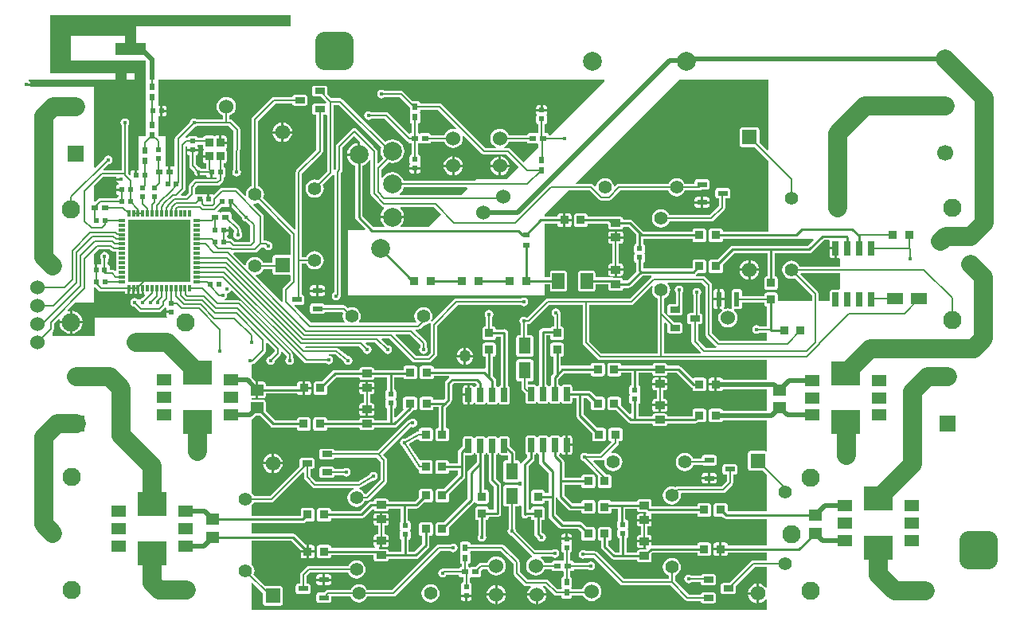
<source format=gtl>
G04 Layer_Physical_Order=1*
G04 Layer_Color=255*
%FSLAX25Y25*%
%MOIN*%
G70*
G01*
G75*
%ADD10R,0.02441X0.02362*%
%ADD11R,0.03800X0.03600*%
%ADD12R,0.05984X0.05000*%
%ADD13R,0.12008X0.10000*%
%ADD14R,0.01181X0.02968*%
%ADD15R,0.02968X0.01181*%
%ADD16R,0.25984X0.25984*%
%ADD17R,0.02362X0.02441*%
%ADD18R,0.02559X0.05905*%
%ADD19R,0.04331X0.02559*%
%ADD20R,0.03600X0.03800*%
%ADD21R,0.04200X0.03200*%
%ADD22R,0.05200X0.04800*%
%ADD23R,0.02362X0.02953*%
%ADD24R,0.02756X0.02362*%
%ADD25R,0.02953X0.02362*%
%ADD26R,0.04134X0.02362*%
%ADD27R,0.07087X0.05118*%
%ADD28R,0.05200X0.06700*%
%ADD29R,0.02400X0.06400*%
%ADD30C,0.06000*%
%ADD31R,0.05118X0.07087*%
%ADD32R,0.02565X0.02184*%
%ADD33R,0.03347X0.03740*%
%ADD34C,0.00700*%
%ADD35C,0.02000*%
%ADD36C,0.01000*%
%ADD37C,0.08000*%
%ADD38C,0.07677*%
%ADD39C,0.05512*%
%ADD40C,0.07874*%
%ADD41C,0.02000*%
%ADD42C,0.07874*%
%ADD43C,0.06693*%
%ADD44R,0.06201X0.06201*%
%ADD45C,0.06201*%
%ADD46R,0.07087X0.07087*%
%ADD47C,0.07087*%
G04:AMPARAMS|DCode=48|XSize=160mil|YSize=160mil|CornerRadius=40mil|HoleSize=0mil|Usage=FLASHONLY|Rotation=0.000|XOffset=0mil|YOffset=0mil|HoleType=Round|Shape=RoundedRectangle|*
%AMROUNDEDRECTD48*
21,1,0.16000,0.08000,0,0,0.0*
21,1,0.08000,0.16000,0,0,0.0*
1,1,0.08000,0.04000,-0.04000*
1,1,0.08000,-0.04000,-0.04000*
1,1,0.08000,-0.04000,0.04000*
1,1,0.08000,0.04000,0.04000*
%
%ADD48ROUNDEDRECTD48*%
%ADD49C,0.01600*%
%ADD50C,0.05000*%
G36*
X87811Y168553D02*
X92092Y164272D01*
X92204Y163709D01*
X92602Y163113D01*
X93198Y162715D01*
X93761Y162603D01*
X95579Y160785D01*
Y154526D01*
X95180Y154126D01*
X89068D01*
X88222Y154973D01*
X87775Y155272D01*
X87248Y155376D01*
X86481D01*
X86434Y155611D01*
X86213Y155941D01*
X85882Y156162D01*
X85688Y156201D01*
Y156799D01*
X85882Y156838D01*
X86213Y157059D01*
X86434Y157389D01*
X86512Y157780D01*
Y158500D01*
X84311D01*
Y159500D01*
X86512D01*
Y160221D01*
X86442Y160569D01*
X86465Y160598D01*
X87005Y160714D01*
X88924Y158795D01*
Y158280D01*
X88604Y157802D01*
X88465Y157100D01*
X88604Y156398D01*
X89002Y155802D01*
X89598Y155404D01*
X90300Y155265D01*
X91002Y155404D01*
X91598Y155802D01*
X91996Y156398D01*
X92135Y157100D01*
X91996Y157802D01*
X91676Y158280D01*
Y159365D01*
X91572Y159892D01*
X91273Y160339D01*
X87661Y163951D01*
Y165681D01*
X87584Y166071D01*
X87363Y166402D01*
X87032Y166623D01*
X86642Y166701D01*
X83689D01*
X83299Y166623D01*
X83000Y166423D01*
X82701Y166623D01*
X82311Y166701D01*
X82069D01*
X81862Y167201D01*
X83421Y168760D01*
X84870D01*
X85260Y168838D01*
X85500Y168998D01*
X85740Y168838D01*
X86130Y168760D01*
X86811D01*
Y171000D01*
X87811D01*
Y168553D01*
D02*
G37*
G36*
X75743Y193884D02*
X75821Y193494D01*
X76042Y193163D01*
Y192637D01*
X75821Y192306D01*
X75743Y191916D01*
Y190546D01*
X78436D01*
Y189546D01*
X75743D01*
Y188176D01*
X75821Y187785D01*
X76042Y187455D01*
X76373Y187234D01*
X76763Y187156D01*
X77060D01*
Y184776D01*
X75279D01*
X75198Y184898D01*
X74602Y185296D01*
X74039Y185408D01*
X72776Y186670D01*
Y190508D01*
X73011Y190555D01*
X73341Y190776D01*
X73563Y191107D01*
X73640Y191497D01*
Y192178D01*
X71400D01*
X69160D01*
Y191497D01*
X69238Y191107D01*
X69459Y190776D01*
X69789Y190555D01*
X70024Y190508D01*
Y186100D01*
X70128Y185573D01*
X70427Y185127D01*
X72092Y183461D01*
X72204Y182898D01*
X72602Y182302D01*
X73198Y181904D01*
X73400Y181864D01*
Y183600D01*
X74400D01*
Y181864D01*
X74602Y181904D01*
X74781Y182024D01*
X77219D01*
X77266Y181789D01*
X77487Y181459D01*
X77818Y181238D01*
X78208Y181160D01*
X78889D01*
Y183400D01*
X79889D01*
Y181160D01*
X80570D01*
X80960Y181238D01*
X81153Y181366D01*
X81587Y181146D01*
Y180634D01*
X81330Y180376D01*
X72800D01*
X72273Y180272D01*
X71827Y179973D01*
X71827Y179973D01*
X70027Y178173D01*
X69728Y177727D01*
X69624Y177200D01*
Y174570D01*
X68608Y173554D01*
X66776D01*
X66584Y174016D01*
X68115Y175547D01*
X68414Y175994D01*
X68519Y176520D01*
Y194092D01*
X68729Y194257D01*
X69183Y193976D01*
X69160Y193859D01*
Y193178D01*
X71400D01*
X73640D01*
Y193859D01*
X73563Y194249D01*
X73402Y194489D01*
X73563Y194729D01*
X73601Y194924D01*
X75743D01*
Y193884D01*
D02*
G37*
G36*
X145924Y188431D02*
Y174296D01*
X146028Y173769D01*
X146327Y173322D01*
X150622Y169027D01*
X150622Y169027D01*
X151069Y168728D01*
X151449Y168653D01*
X151612Y168198D01*
X151613Y168149D01*
X151499Y168061D01*
X150707Y167030D01*
X150210Y165829D01*
X150106Y165040D01*
X155020D01*
X159934D01*
X159830Y165829D01*
X159333Y167030D01*
X158541Y168061D01*
X158425Y168150D01*
X158586Y168624D01*
X172430D01*
X175427Y165627D01*
X170229Y160429D01*
X158551D01*
X158390Y160903D01*
X158541Y161019D01*
X159333Y162050D01*
X159830Y163251D01*
X159934Y164040D01*
X155020D01*
X150106D01*
X150210Y163251D01*
X150707Y162050D01*
X151499Y161019D01*
X151650Y160903D01*
X151489Y160429D01*
X147233D01*
X142502Y165161D01*
Y185975D01*
X143462Y186373D01*
X144494Y187164D01*
X145285Y188195D01*
X145424Y188530D01*
X145924Y188431D01*
D02*
G37*
G36*
X342300Y134558D02*
X341800Y134164D01*
X341779Y134168D01*
X339220D01*
X338830Y134090D01*
X338499Y133869D01*
X338279Y133538D01*
X338201Y133148D01*
Y129500D01*
X333377D01*
Y132500D01*
X333377Y132500D01*
X333272Y133027D01*
X332973Y133473D01*
X332973Y133473D01*
X325823Y140624D01*
X326030Y141124D01*
X342300D01*
Y134558D01*
D02*
G37*
G36*
X211416Y195929D02*
X211637Y195598D01*
X211968Y195377D01*
X212358Y195299D01*
X215311D01*
X215701Y195377D01*
X215746Y195407D01*
X216246Y195139D01*
Y193846D01*
X209923Y187523D01*
X204473Y192973D01*
X204027Y193272D01*
X203500Y193376D01*
X201804D01*
X201705Y193876D01*
X202017Y194006D01*
X202853Y194647D01*
X203494Y195483D01*
X203759Y196124D01*
X211378D01*
X211416Y195929D01*
D02*
G37*
G36*
X171049Y120038D02*
X171067Y120012D01*
X170974Y119543D01*
Y107720D01*
X169730Y106476D01*
X164970D01*
X156395Y115052D01*
X156586Y115514D01*
X162290D01*
X166624Y111180D01*
Y110180D01*
X166304Y109702D01*
X166165Y109000D01*
X166304Y108298D01*
X166702Y107702D01*
X167298Y107304D01*
X168000Y107165D01*
X168702Y107304D01*
X169298Y107702D01*
X169696Y108298D01*
X169835Y109000D01*
X169696Y109702D01*
X169376Y110180D01*
Y111750D01*
X169272Y112277D01*
X168973Y112723D01*
X164641Y117056D01*
X164832Y117518D01*
X165894D01*
X166421Y117622D01*
X166867Y117921D01*
X168182Y119236D01*
X168981Y119341D01*
X169894Y119719D01*
X170502Y120185D01*
X171049Y120038D01*
D02*
G37*
G36*
X263987Y135333D02*
X263841Y134980D01*
X263712Y134000D01*
X263841Y133019D01*
X264219Y132106D01*
X264821Y131321D01*
X265606Y130719D01*
X266124Y130505D01*
Y124087D01*
Y107376D01*
X242570D01*
X237376Y112570D01*
Y127624D01*
X255000D01*
X255527Y127728D01*
X255973Y128027D01*
X263563Y135616D01*
X263987Y135333D01*
D02*
G37*
G36*
X150373Y193781D02*
X150210Y193389D01*
X150040Y192100D01*
X150210Y190811D01*
X150707Y189610D01*
X151123Y189069D01*
X149138Y187085D01*
X148676Y187276D01*
Y192094D01*
X148677Y192094D01*
X148572Y192621D01*
X148273Y193067D01*
X147187Y194153D01*
X146973Y194473D01*
X146973Y194473D01*
X139973Y201473D01*
X139527Y201772D01*
X139000Y201876D01*
X138473Y201772D01*
X138027Y201473D01*
X138027Y201473D01*
X131727Y195173D01*
X131428Y194727D01*
X131324Y194200D01*
Y184866D01*
X131027Y184569D01*
X130876Y184344D01*
X130376Y184496D01*
Y211537D01*
X132616D01*
X150373Y193781D01*
D02*
G37*
G36*
X286123Y135430D02*
Y115500D01*
X286228Y114973D01*
X286527Y114527D01*
X290527Y110527D01*
X290527Y110527D01*
X290752Y110376D01*
X290600Y109876D01*
X286070D01*
X283010Y112936D01*
Y119701D01*
X283799D01*
X284189Y119779D01*
X284520Y120000D01*
X284741Y120330D01*
X284819Y120721D01*
Y123280D01*
X284741Y123670D01*
X284520Y124001D01*
X284189Y124222D01*
X283876Y124284D01*
Y131820D01*
X284196Y132298D01*
X284335Y133000D01*
X284196Y133702D01*
X283798Y134298D01*
X283202Y134696D01*
X282500Y134835D01*
X281798Y134696D01*
X281202Y134298D01*
X280804Y133702D01*
X280665Y133000D01*
X280804Y132298D01*
X281123Y131820D01*
Y124299D01*
X279468D01*
X279078Y124222D01*
X278748Y124001D01*
X278526Y123670D01*
X278449Y123280D01*
Y120721D01*
X278526Y120330D01*
X278748Y120000D01*
X279078Y119779D01*
X279468Y119701D01*
X280257D01*
Y112366D01*
X280362Y111839D01*
X280661Y111393D01*
X284177Y107876D01*
X283970Y107376D01*
X268877D01*
Y120110D01*
X269338Y120302D01*
X270181Y119459D01*
Y116941D01*
X270259Y116551D01*
X270480Y116220D01*
X270811Y115999D01*
X271201Y115921D01*
X275532D01*
X275922Y115999D01*
X276252Y116220D01*
X276473Y116551D01*
X276551Y116941D01*
Y119500D01*
X276473Y119890D01*
X276252Y120221D01*
X275922Y120442D01*
X275532Y120520D01*
X273014D01*
X268877Y124657D01*
Y130505D01*
X269394Y130719D01*
X270179Y131321D01*
X270781Y132106D01*
X271159Y133019D01*
X271288Y134000D01*
X271159Y134980D01*
X270781Y135894D01*
X270221Y136624D01*
X270332Y137124D01*
X284430D01*
X286123Y135430D01*
D02*
G37*
G36*
X243900Y221500D02*
X221276Y198876D01*
X220622D01*
X220584Y199071D01*
X220363Y199402D01*
X220032Y199623D01*
X219642Y199701D01*
X218877D01*
Y203519D01*
X219111Y203566D01*
X219441Y203787D01*
X219662Y204118D01*
X219740Y204508D01*
Y206870D01*
X219662Y207260D01*
X219502Y207500D01*
X219662Y207740D01*
X219740Y208130D01*
Y208811D01*
X217500D01*
X215260D01*
Y208130D01*
X215338Y207740D01*
X215498Y207500D01*
X215338Y207260D01*
X215260Y206870D01*
Y204508D01*
X215338Y204118D01*
X215559Y203787D01*
X215889Y203566D01*
X216124Y203519D01*
Y199942D01*
X215873Y199753D01*
X215623Y199638D01*
X215311Y199701D01*
X212358D01*
X211968Y199623D01*
X211637Y199402D01*
X211416Y199071D01*
X211378Y198876D01*
X203759D01*
X203494Y199517D01*
X202853Y200353D01*
X202017Y200994D01*
X201044Y201397D01*
X200000Y201535D01*
X198956Y201397D01*
X197983Y200994D01*
X197147Y200353D01*
X196506Y199517D01*
X196103Y198544D01*
X195966Y197500D01*
X196103Y196456D01*
X196506Y195483D01*
X197147Y194647D01*
X197983Y194006D01*
X198295Y193876D01*
X198196Y193376D01*
X194070D01*
X175808Y211639D01*
X175361Y211937D01*
X174835Y212042D01*
X166701D01*
Y212142D01*
X166623Y212532D01*
X166402Y212863D01*
X166071Y213084D01*
X165681Y213161D01*
X163407D01*
X159595Y216973D01*
X159149Y217272D01*
X158622Y217376D01*
X151680D01*
X151202Y217696D01*
X150500Y217835D01*
X149798Y217696D01*
X149202Y217298D01*
X148804Y216702D01*
X148665Y216000D01*
X148804Y215298D01*
X149202Y214702D01*
X149798Y214304D01*
X150500Y214165D01*
X151202Y214304D01*
X151680Y214623D01*
X158052D01*
X162299Y210376D01*
Y209189D01*
X162377Y208799D01*
X162577Y208500D01*
X162377Y208201D01*
X162299Y207811D01*
Y204858D01*
X162377Y204468D01*
X162598Y204137D01*
X162929Y203916D01*
X163124Y203877D01*
Y199701D01*
X162858D01*
X162468Y199623D01*
X162137Y199402D01*
X162053Y199394D01*
X153473Y207973D01*
X153027Y208272D01*
X152500Y208377D01*
X146180D01*
X145702Y208696D01*
X145000Y208835D01*
X144298Y208696D01*
X143702Y208298D01*
X143304Y207702D01*
X143165Y207000D01*
X143304Y206298D01*
X143702Y205702D01*
X144298Y205304D01*
X145000Y205165D01*
X145702Y205304D01*
X146180Y205624D01*
X151930D01*
X161027Y196527D01*
X161473Y196228D01*
X161872Y196149D01*
X161916Y195929D01*
X162137Y195598D01*
X162468Y195377D01*
X162858Y195299D01*
X163124D01*
Y190859D01*
X162889Y190812D01*
X162559Y190591D01*
X162338Y190260D01*
X162260Y189870D01*
Y187508D01*
X162338Y187118D01*
X162498Y186878D01*
X162338Y186638D01*
X162260Y186248D01*
Y185567D01*
X166740D01*
Y186248D01*
X166662Y186638D01*
X166502Y186878D01*
X166662Y187118D01*
X166740Y187508D01*
Y189870D01*
X166662Y190260D01*
X166441Y190591D01*
X166111Y190812D01*
X165876Y190859D01*
Y195312D01*
X166201Y195377D01*
X166500Y195577D01*
X166799Y195377D01*
X167189Y195299D01*
X170142D01*
X170532Y195377D01*
X170863Y195598D01*
X171084Y195929D01*
X171123Y196124D01*
X176741D01*
X177006Y195483D01*
X177647Y194647D01*
X178483Y194006D01*
X179456Y193603D01*
X180500Y193465D01*
X181544Y193603D01*
X182517Y194006D01*
X183353Y194647D01*
X183994Y195483D01*
X184397Y196456D01*
X184535Y197500D01*
X184411Y198435D01*
X184701Y198643D01*
X184859Y198694D01*
X192527Y191027D01*
X192973Y190728D01*
X193500Y190624D01*
X202930D01*
X207977Y185577D01*
X202700Y180300D01*
X190100D01*
X189506Y179706D01*
X159794D01*
X159333Y180820D01*
X158541Y181851D01*
X157510Y182642D01*
X156309Y183140D01*
X155020Y183310D01*
X153731Y183140D01*
X152530Y182642D01*
X151499Y181851D01*
X150876Y181040D01*
X150376Y181210D01*
Y184430D01*
X153382Y187435D01*
X153731Y187290D01*
X155020Y187120D01*
X156309Y187290D01*
X157510Y187787D01*
X158541Y188579D01*
X159333Y189610D01*
X159830Y190811D01*
X160000Y192100D01*
X159830Y193389D01*
X159333Y194590D01*
X158541Y195621D01*
X157510Y196413D01*
X156309Y196910D01*
X155020Y197080D01*
X153731Y196910D01*
X152530Y196413D01*
X152023Y196023D01*
X134160Y213887D01*
X133713Y214185D01*
X133187Y214290D01*
X129570D01*
X127819Y216041D01*
Y218559D01*
X127741Y218949D01*
X127520Y219280D01*
X127189Y219501D01*
X126799Y219579D01*
X122468D01*
X122078Y219501D01*
X121748Y219280D01*
X121527Y218949D01*
X121449Y218559D01*
Y216000D01*
X121527Y215610D01*
X121748Y215279D01*
X122078Y215058D01*
X122468Y214980D01*
X124986D01*
X127318Y212649D01*
X127304Y212390D01*
X126799Y212020D01*
X122468D01*
X122078Y211942D01*
X121748Y211721D01*
X121527Y211390D01*
X121449Y211000D01*
Y208441D01*
X121527Y208051D01*
X121748Y207720D01*
X122078Y207499D01*
X122468Y207421D01*
X123257D01*
Y192704D01*
X114927Y184373D01*
X114628Y183927D01*
X114524Y183400D01*
Y159576D01*
X114062Y159385D01*
X100945Y172502D01*
X101159Y173020D01*
X101288Y174000D01*
X101159Y174980D01*
X100781Y175894D01*
X100179Y176679D01*
X99394Y177281D01*
X98876Y177495D01*
Y204930D01*
X106070Y212123D01*
X113200D01*
X113259Y211830D01*
X113480Y211500D01*
X113811Y211279D01*
X114201Y211201D01*
X118532D01*
X118922Y211279D01*
X119252Y211500D01*
X119474Y211830D01*
X119551Y212221D01*
Y214779D01*
X119474Y215170D01*
X119252Y215500D01*
X118922Y215722D01*
X118532Y215799D01*
X114201D01*
X113811Y215722D01*
X113480Y215500D01*
X113259Y215170D01*
X113200Y214877D01*
X105500D01*
X105500Y214877D01*
X104973Y214772D01*
X104527Y214473D01*
X96527Y206473D01*
X96228Y206027D01*
X96124Y205500D01*
Y177495D01*
X95606Y177281D01*
X94821Y176679D01*
X94219Y175894D01*
X93841Y174980D01*
X93712Y174000D01*
X93766Y173588D01*
X93292Y173354D01*
X90273Y176373D01*
X89827Y176672D01*
X89300Y176776D01*
X83778D01*
X83778Y176777D01*
X83252Y176672D01*
X82805Y176373D01*
X82805Y176373D01*
X80331Y173899D01*
X79902Y173941D01*
X79571Y174162D01*
X79181Y174240D01*
X78500D01*
Y172000D01*
X77500D01*
Y174240D01*
X76819D01*
X76429Y174162D01*
X76189Y174002D01*
X75949Y174162D01*
X75559Y174240D01*
X73197D01*
X72877Y174176D01*
X72690Y174248D01*
X72376Y174476D01*
Y176630D01*
X73370Y177624D01*
X81900D01*
X82427Y177728D01*
X82873Y178027D01*
X83937Y179090D01*
X84236Y179537D01*
X84340Y180064D01*
Y181189D01*
X84582Y181238D01*
X84913Y181459D01*
X85134Y181789D01*
X85212Y182179D01*
Y184620D01*
X85134Y185011D01*
X84913Y185341D01*
X84582Y185562D01*
X84340Y185611D01*
Y187156D01*
X84637D01*
X85027Y187234D01*
X85358Y187455D01*
X85579Y187785D01*
X85657Y188176D01*
Y191916D01*
X85579Y192306D01*
X85358Y192637D01*
Y193163D01*
X85579Y193494D01*
X85657Y193884D01*
Y195254D01*
X82964D01*
Y195754D01*
X82464D01*
Y198644D01*
X81291D01*
X80900Y198566D01*
X80700Y198433D01*
X80500Y198566D01*
X80110Y198644D01*
X76763D01*
X76373Y198566D01*
X76042Y198345D01*
X75821Y198015D01*
X75754Y197676D01*
X73601D01*
X73563Y197871D01*
X73341Y198202D01*
X73011Y198423D01*
X72620Y198501D01*
X70179D01*
X69789Y198423D01*
X69459Y198202D01*
X69238Y197871D01*
X69199Y197676D01*
X68700D01*
X68700Y197677D01*
X68157Y198078D01*
X68143Y198196D01*
X72139Y202192D01*
X72702Y202304D01*
X73180Y202624D01*
X86530D01*
X88617Y200536D01*
X88437Y184500D01*
X88104Y184002D01*
X87965Y183300D01*
X88104Y182598D01*
X88502Y182002D01*
X89098Y181604D01*
X89800Y181465D01*
X90502Y181604D01*
X91098Y182002D01*
X91496Y182598D01*
X91635Y183300D01*
X91496Y184002D01*
X91190Y184460D01*
X91376Y201084D01*
X91375Y201092D01*
X91376Y201100D01*
X91325Y201356D01*
X91277Y201612D01*
X91273Y201619D01*
X91272Y201627D01*
X91127Y201844D01*
X90984Y202062D01*
X90978Y202067D01*
X90973Y202073D01*
X88073Y204973D01*
X87627Y205272D01*
X87100Y205377D01*
X86876D01*
Y207141D01*
X87517Y207406D01*
X88353Y208047D01*
X88994Y208883D01*
X89397Y209856D01*
X89534Y210900D01*
X89397Y211944D01*
X88994Y212917D01*
X88353Y213753D01*
X87517Y214394D01*
X86544Y214797D01*
X85500Y214934D01*
X84456Y214797D01*
X83483Y214394D01*
X82647Y213753D01*
X82006Y212917D01*
X81603Y211944D01*
X81466Y210900D01*
X81603Y209856D01*
X82006Y208883D01*
X82647Y208047D01*
X83483Y207406D01*
X84124Y207141D01*
Y205377D01*
X73180D01*
X72702Y205696D01*
X72000Y205835D01*
X71298Y205696D01*
X70702Y205298D01*
X70304Y204702D01*
X70192Y204139D01*
X64338Y198284D01*
X64039Y197838D01*
X63935Y197311D01*
Y186055D01*
X63777Y185925D01*
X63435Y185742D01*
X63142Y185801D01*
X62165D01*
Y183600D01*
X61165D01*
Y185801D01*
X60200D01*
Y198500D01*
X57454Y198500D01*
X57100Y198854D01*
Y206735D01*
X57130Y206760D01*
X57811D01*
Y209000D01*
Y211240D01*
X57130D01*
X57100Y211265D01*
Y222000D01*
X243759D01*
X243900Y221500D01*
D02*
G37*
G36*
X186292Y176492D02*
X183676Y173876D01*
X158147D01*
X157977Y174376D01*
X158541Y174809D01*
X159333Y175840D01*
X159794Y176953D01*
X186100D01*
X186292Y176492D01*
D02*
G37*
G36*
X39589Y180923D02*
X39564Y180800D01*
X41300D01*
Y179800D01*
X39564D01*
X39604Y179598D01*
X40002Y179002D01*
X40409Y178730D01*
X40304Y178200D01*
X40118Y178162D01*
X39787Y177941D01*
X39566Y177611D01*
X39488Y177220D01*
Y176500D01*
X41689D01*
Y175500D01*
X39488D01*
Y174779D01*
X39566Y174389D01*
X39787Y174059D01*
X40118Y173838D01*
X40312Y173799D01*
Y173164D01*
X40307Y173162D01*
X39976Y172941D01*
X39755Y172611D01*
X39715Y172407D01*
X32728D01*
X32728Y172408D01*
X32201Y172303D01*
X31755Y172004D01*
X31755Y172004D01*
X30700Y170949D01*
X30200Y171157D01*
Y177653D01*
X33970Y181424D01*
X39354D01*
X39589Y180923D01*
D02*
G37*
G36*
X37534Y150390D02*
X37981Y150091D01*
X38508Y149987D01*
X39328D01*
X39353Y149956D01*
Y148775D01*
X39430Y148385D01*
X39433Y148381D01*
X39430Y148377D01*
X39353Y147987D01*
Y146806D01*
X39430Y146416D01*
X39433Y146412D01*
X39430Y146408D01*
X39353Y146018D01*
Y144837D01*
X39430Y144447D01*
X39433Y144443D01*
X39430Y144439D01*
X39353Y144049D01*
Y142868D01*
X39430Y142478D01*
X39287Y142114D01*
X38796Y141958D01*
X38781Y141973D01*
X38334Y142272D01*
X37807Y142376D01*
X36812D01*
Y143821D01*
X36734Y144211D01*
X36513Y144541D01*
X36182Y144762D01*
X35928Y144813D01*
X35959Y146894D01*
X36296Y147398D01*
X36435Y148100D01*
X36296Y148802D01*
X35898Y149398D01*
X35302Y149796D01*
X34600Y149935D01*
X33898Y149796D01*
X33302Y149398D01*
X32904Y148802D01*
X32765Y148100D01*
X32904Y147398D01*
X33206Y146946D01*
X33176Y144871D01*
X32735Y144646D01*
X32560Y144762D01*
X32170Y144840D01*
X31489D01*
Y142600D01*
X30489D01*
Y144840D01*
X30200D01*
Y149253D01*
X32170Y151224D01*
X36700D01*
X37534Y150390D01*
D02*
G37*
G36*
X312400Y192700D02*
X311938Y192508D01*
X308620Y195827D01*
Y201100D01*
X308542Y201491D01*
X308321Y201821D01*
X307991Y202042D01*
X307600Y202120D01*
X301400D01*
X301009Y202042D01*
X300679Y201821D01*
X300458Y201491D01*
X300380Y201100D01*
Y194900D01*
X300458Y194509D01*
X300679Y194179D01*
X301009Y193958D01*
X301400Y193880D01*
X306673D01*
X312400Y188153D01*
Y158529D01*
X293370D01*
Y158800D01*
X293292Y159190D01*
X293071Y159521D01*
X292740Y159742D01*
X292350Y159820D01*
X288550D01*
X288160Y159742D01*
X287829Y159521D01*
X287608Y159190D01*
X287530Y158800D01*
Y155200D01*
X287608Y154810D01*
X287829Y154479D01*
X288160Y154258D01*
X288550Y154180D01*
X292350D01*
X292740Y154258D01*
X293071Y154479D01*
X293292Y154810D01*
X293370Y155200D01*
Y155471D01*
X324000D01*
X324585Y155587D01*
X324605Y155600D01*
X331284D01*
X331475Y155138D01*
X328867Y152529D01*
X297450D01*
X296865Y152413D01*
X296369Y152081D01*
X291107Y146820D01*
X288550D01*
X288160Y146742D01*
X287829Y146521D01*
X287608Y146190D01*
X287530Y145800D01*
Y142200D01*
X287608Y141810D01*
X287829Y141479D01*
X288160Y141258D01*
X288550Y141180D01*
X292350D01*
X292740Y141258D01*
X293071Y141479D01*
X293292Y141810D01*
X293370Y142200D01*
Y144757D01*
X298083Y149471D01*
X311971D01*
Y139870D01*
X311700D01*
X311310Y139792D01*
X310979Y139571D01*
X310758Y139240D01*
X310680Y138850D01*
Y135050D01*
X310758Y134660D01*
X310979Y134329D01*
X311310Y134108D01*
X311700Y134030D01*
X315300D01*
X315690Y134108D01*
X316021Y134329D01*
X316242Y134660D01*
X316320Y135050D01*
Y138850D01*
X316242Y139240D01*
X316021Y139571D01*
X315690Y139792D01*
X315300Y139870D01*
X315029D01*
Y149471D01*
X329500D01*
X330085Y149587D01*
X330581Y149919D01*
X335633Y154971D01*
X337838D01*
X338213Y154471D01*
X338201Y154408D01*
Y151955D01*
X340500D01*
Y151455D01*
X341000D01*
Y147483D01*
X341779D01*
X341800Y147487D01*
X342300Y147092D01*
Y143876D01*
X325495D01*
X325281Y144394D01*
X324679Y145179D01*
X323894Y145781D01*
X322980Y146159D01*
X322000Y146288D01*
X321020Y146159D01*
X320106Y145781D01*
X319321Y145179D01*
X318719Y144394D01*
X318341Y143481D01*
X318212Y142500D01*
X318341Y141519D01*
X318719Y140606D01*
X319321Y139821D01*
X320106Y139219D01*
X321020Y138841D01*
X322000Y138712D01*
X322980Y138841D01*
X323498Y139055D01*
X330624Y131930D01*
Y129500D01*
X316320D01*
Y131950D01*
X316242Y132340D01*
X316021Y132671D01*
X315690Y132892D01*
X315300Y132970D01*
X311700D01*
X311310Y132892D01*
X310979Y132671D01*
X310758Y132340D01*
X310680Y131950D01*
Y131576D01*
X301460D01*
Y133400D01*
X301382Y133790D01*
X301161Y134121D01*
X300830Y134342D01*
X300440Y134420D01*
X298040D01*
X297650Y134342D01*
X297319Y134121D01*
X297098Y133790D01*
X297021Y133400D01*
Y127000D01*
X297098Y126610D01*
X297168Y126505D01*
X296837Y126101D01*
X296544Y126222D01*
X295500Y126359D01*
X294456Y126222D01*
X294163Y126101D01*
X293832Y126505D01*
X293902Y126610D01*
X293979Y127000D01*
Y129700D01*
X292260D01*
Y125980D01*
X292872D01*
X293000Y125775D01*
X293055Y125491D01*
X292647Y125178D01*
X292006Y124342D01*
X291603Y123369D01*
X291465Y122325D01*
X291603Y121281D01*
X292006Y120308D01*
X292647Y119472D01*
X293483Y118831D01*
X294456Y118428D01*
X295500Y118290D01*
X296544Y118428D01*
X297517Y118831D01*
X298353Y119472D01*
X298994Y120308D01*
X299397Y121281D01*
X299535Y122325D01*
X299397Y123369D01*
X298994Y124342D01*
X298353Y125178D01*
X297945Y125491D01*
X298000Y125775D01*
X298128Y125980D01*
X300440D01*
X300830Y126058D01*
X301161Y126279D01*
X301382Y126610D01*
X301460Y127000D01*
Y128824D01*
X310680D01*
Y128150D01*
X310758Y127760D01*
X310979Y127429D01*
X311310Y127208D01*
X311700Y127130D01*
X311900D01*
Y118876D01*
X308680D01*
X308202Y119196D01*
X307500Y119335D01*
X306798Y119196D01*
X306202Y118798D01*
X305804Y118202D01*
X305665Y117500D01*
X305804Y116798D01*
X306202Y116202D01*
X306798Y115804D01*
X307500Y115665D01*
X308202Y115804D01*
X308680Y116124D01*
X311900D01*
Y112876D01*
X292070D01*
X288877Y116070D01*
Y136000D01*
X288772Y136527D01*
X288473Y136973D01*
X288473Y136973D01*
X285973Y139473D01*
X285527Y139772D01*
X285000Y139876D01*
X282220D01*
X282068Y140376D01*
X282131Y140419D01*
X282893Y141180D01*
X285450D01*
X285840Y141258D01*
X286171Y141479D01*
X286392Y141810D01*
X286470Y142200D01*
Y145800D01*
X286392Y146190D01*
X286171Y146521D01*
X285840Y146742D01*
X285450Y146820D01*
X281650D01*
X281260Y146742D01*
X280929Y146521D01*
X280708Y146190D01*
X280630Y145800D01*
Y143243D01*
X280416Y143029D01*
X260029D01*
Y145550D01*
X260111Y145566D01*
X260441Y145787D01*
X260662Y146118D01*
X260740Y146508D01*
Y148870D01*
X260662Y149260D01*
X260502Y149500D01*
X260662Y149740D01*
X260740Y150130D01*
Y152492D01*
X260662Y152882D01*
X260441Y153213D01*
X260111Y153434D01*
X260029Y153450D01*
Y155471D01*
X280630D01*
Y155200D01*
X280708Y154810D01*
X280929Y154479D01*
X281260Y154258D01*
X281650Y154180D01*
X285450D01*
X285840Y154258D01*
X286171Y154479D01*
X286392Y154810D01*
X286470Y155200D01*
Y158800D01*
X286392Y159190D01*
X286171Y159521D01*
X285840Y159742D01*
X285450Y159820D01*
X281650D01*
X281260Y159742D01*
X280929Y159521D01*
X280708Y159190D01*
X280630Y158800D01*
Y158529D01*
X260134D01*
X259581Y159081D01*
X259581Y159081D01*
X255531Y163131D01*
X255035Y163463D01*
X254450Y163579D01*
X251620D01*
Y163650D01*
X251542Y164040D01*
X251321Y164371D01*
X250990Y164592D01*
X250600Y164670D01*
X246463D01*
X246360Y164738D01*
X245775Y164855D01*
X236870D01*
Y165125D01*
X236792Y165515D01*
X236571Y165846D01*
X236240Y166067D01*
X235850Y166145D01*
X232050D01*
X231660Y166067D01*
X231329Y165846D01*
X231108Y165515D01*
X231030Y165125D01*
Y161525D01*
X231108Y161135D01*
X231329Y160804D01*
X231660Y160583D01*
X232050Y160506D01*
X235850D01*
X236240Y160583D01*
X236571Y160804D01*
X236792Y161135D01*
X236870Y161525D01*
Y161796D01*
X245141D01*
X245380Y161557D01*
Y160450D01*
X245458Y160060D01*
X245679Y159729D01*
X246010Y159508D01*
X246400Y159430D01*
X250600D01*
X250990Y159508D01*
X251321Y159729D01*
X251542Y160060D01*
X251620Y160450D01*
Y160521D01*
X253817D01*
X256971Y157367D01*
Y153450D01*
X256889Y153434D01*
X256559Y153213D01*
X256338Y152882D01*
X256260Y152492D01*
Y150130D01*
X256338Y149740D01*
X256498Y149500D01*
X256338Y149260D01*
X256260Y148870D01*
Y146508D01*
X256338Y146118D01*
X256559Y145787D01*
X256889Y145566D01*
X256971Y145550D01*
Y142000D01*
X257031Y141694D01*
X253316Y137979D01*
X251620D01*
Y138050D01*
X251542Y138440D01*
X251321Y138771D01*
X250990Y138992D01*
X250600Y139070D01*
X247962D01*
X247710Y139238D01*
X247125Y139355D01*
X240020D01*
Y141175D01*
X239942Y141565D01*
X239721Y141896D01*
X239390Y142117D01*
X239000Y142195D01*
X233800D01*
X233410Y142117D01*
X233079Y141896D01*
X232858Y141565D01*
X232780Y141175D01*
Y134475D01*
X232858Y134085D01*
X233079Y133754D01*
X233410Y133533D01*
X233800Y133456D01*
X239000D01*
X239390Y133533D01*
X239721Y133754D01*
X239942Y134085D01*
X240020Y134475D01*
Y136296D01*
X245380D01*
Y134850D01*
X245458Y134460D01*
X245679Y134129D01*
X246010Y133908D01*
X246400Y133830D01*
X250600D01*
X250990Y133908D01*
X251321Y134129D01*
X251542Y134460D01*
X251620Y134850D01*
Y134921D01*
X253950D01*
X254535Y135037D01*
X255031Y135369D01*
X259633Y139971D01*
X263371D01*
X263524Y139482D01*
X263524Y139471D01*
X254430Y130376D01*
X220000D01*
X220000Y130377D01*
X219473Y130272D01*
X219027Y129973D01*
X211430Y122376D01*
X211180D01*
X210702Y122696D01*
X210000Y122835D01*
X209298Y122696D01*
X208702Y122298D01*
X208304Y121702D01*
X208165Y121000D01*
X208304Y120298D01*
X208624Y119820D01*
Y115181D01*
X207941D01*
X207551Y115103D01*
X207220Y114882D01*
X206999Y114552D01*
X206921Y114161D01*
Y107075D01*
X206999Y106685D01*
X207220Y106354D01*
X207551Y106133D01*
X207941Y106055D01*
X213059D01*
X213449Y106133D01*
X213780Y106354D01*
X214001Y106685D01*
X214079Y107075D01*
Y114161D01*
X214001Y114552D01*
X213780Y114882D01*
X213449Y115103D01*
X213059Y115181D01*
X211377D01*
Y119624D01*
X212000D01*
X212527Y119728D01*
X212973Y120027D01*
X220570Y127624D01*
X234624D01*
Y112000D01*
X234728Y111473D01*
X235027Y111027D01*
X241027Y105027D01*
X241473Y104728D01*
X242000Y104624D01*
X311900D01*
Y96539D01*
X293322D01*
X293292Y96690D01*
X293071Y97021D01*
X292740Y97242D01*
X292350Y97320D01*
X290950D01*
Y94500D01*
Y91680D01*
X292350D01*
X292740Y91758D01*
X293071Y91979D01*
X293292Y92310D01*
X293322Y92461D01*
X311900D01*
Y83539D01*
X293322D01*
X293292Y83690D01*
X293071Y84021D01*
X292740Y84242D01*
X292350Y84320D01*
X288550D01*
X288160Y84242D01*
X287829Y84021D01*
X287608Y83690D01*
X287530Y83300D01*
Y79700D01*
X287608Y79310D01*
X287829Y78979D01*
X288160Y78758D01*
X288550Y78680D01*
X292350D01*
X292740Y78758D01*
X293071Y78979D01*
X293292Y79310D01*
X293322Y79461D01*
X311900D01*
Y66882D01*
X311732Y66747D01*
X311400Y66572D01*
X311100Y66632D01*
X304900D01*
X304509Y66554D01*
X304179Y66333D01*
X303958Y66002D01*
X303880Y65612D01*
Y59411D01*
X303958Y59021D01*
X304179Y58691D01*
X304509Y58469D01*
X304900Y58392D01*
X310173D01*
X311900Y56665D01*
Y41279D01*
X295370D01*
Y43800D01*
X295292Y44190D01*
X295071Y44521D01*
X294740Y44742D01*
X294350Y44820D01*
X290550D01*
X290160Y44742D01*
X289829Y44521D01*
X289608Y44190D01*
X289530Y43800D01*
Y40200D01*
X289608Y39810D01*
X289829Y39479D01*
X290160Y39258D01*
X290550Y39180D01*
X293107D01*
X293619Y38669D01*
X294115Y38337D01*
X294700Y38221D01*
X311900D01*
Y27029D01*
X295370D01*
Y27300D01*
X295292Y27690D01*
X295071Y28021D01*
X294740Y28242D01*
X294350Y28320D01*
X292950D01*
Y25500D01*
Y22680D01*
X294350D01*
X294740Y22758D01*
X295071Y22979D01*
X295292Y23310D01*
X295370Y23700D01*
Y23971D01*
X311900D01*
Y20876D01*
X306134D01*
X305607Y20772D01*
X305161Y20473D01*
X295986Y11299D01*
X293468D01*
X293078Y11221D01*
X292748Y11000D01*
X292527Y10670D01*
X292449Y10279D01*
Y7721D01*
X292527Y7330D01*
X292748Y7000D01*
X293078Y6779D01*
X293468Y6701D01*
X297799D01*
X298189Y6779D01*
X298520Y7000D01*
X298741Y7330D01*
X298819Y7721D01*
Y10238D01*
X306704Y18124D01*
X311900D01*
Y9474D01*
X311400Y9305D01*
X310924Y9924D01*
X310068Y10582D01*
X309070Y10995D01*
X308500Y11070D01*
Y7000D01*
Y2930D01*
X309070Y3005D01*
X310068Y3418D01*
X310924Y4076D01*
X311400Y4695D01*
X311900Y4526D01*
Y0D01*
X96000D01*
Y11400D01*
X96462Y11592D01*
X100880Y7173D01*
Y2888D01*
X100958Y2498D01*
X101179Y2167D01*
X101509Y1946D01*
X101900Y1868D01*
X108100D01*
X108491Y1946D01*
X108821Y2167D01*
X109042Y2498D01*
X109120Y2888D01*
Y9089D01*
X109042Y9479D01*
X108821Y9809D01*
X108491Y10031D01*
X108100Y10108D01*
X101900D01*
X101849Y10098D01*
X96945Y15002D01*
X97159Y15519D01*
X97288Y16500D01*
X97159Y17481D01*
X96781Y18394D01*
X96179Y19179D01*
X96000Y19316D01*
Y28971D01*
X112917D01*
X116630Y25257D01*
Y25000D01*
X119050D01*
Y27320D01*
X118893D01*
X114631Y31581D01*
X114135Y31913D01*
X113550Y32029D01*
X96000D01*
Y36471D01*
X117550D01*
X118135Y36587D01*
X118631Y36919D01*
X118893Y37180D01*
X121450D01*
X121840Y37258D01*
X122171Y37479D01*
X122392Y37810D01*
X122470Y38200D01*
Y41800D01*
X122392Y42190D01*
X122171Y42521D01*
X121840Y42742D01*
X121450Y42820D01*
X117650D01*
X117260Y42742D01*
X116929Y42521D01*
X116708Y42190D01*
X116630Y41800D01*
Y39529D01*
X96000D01*
Y43684D01*
X96179Y43821D01*
X96781Y44606D01*
X96995Y45124D01*
X104366D01*
X104893Y45228D01*
X105339Y45527D01*
X117528Y57715D01*
X117990Y57524D01*
Y55634D01*
X118095Y55107D01*
X118393Y54661D01*
X121527Y51527D01*
X121973Y51228D01*
X122500Y51123D01*
X122500Y51124D01*
X138900D01*
X139020Y50659D01*
X138106Y50281D01*
X137321Y49679D01*
X136719Y48894D01*
X136341Y47980D01*
X136212Y47000D01*
X136341Y46020D01*
X136719Y45106D01*
X137321Y44321D01*
X138106Y43719D01*
X139020Y43341D01*
X140000Y43212D01*
X140981Y43341D01*
X141894Y43719D01*
X142679Y44321D01*
X143281Y45106D01*
X143495Y45624D01*
X144353D01*
X144880Y45728D01*
X145327Y46027D01*
X152473Y53173D01*
X152772Y53620D01*
X152876Y54147D01*
X152876Y54147D01*
Y62800D01*
X152772Y63327D01*
X152473Y63773D01*
X152473Y63773D01*
X151197Y65050D01*
X162870Y76723D01*
X162898Y76704D01*
X163600Y76565D01*
X164302Y76704D01*
X164898Y77102D01*
X165296Y77698D01*
X165435Y78400D01*
X165296Y79102D01*
X164898Y79698D01*
X164302Y80096D01*
X163600Y80235D01*
X162898Y80096D01*
X162344Y79725D01*
X162073Y79672D01*
X161627Y79373D01*
X161627Y79373D01*
X148909Y66656D01*
X130799D01*
X130741Y66949D01*
X130520Y67280D01*
X130189Y67501D01*
X129799Y67579D01*
X125469D01*
X125078Y67501D01*
X124748Y67280D01*
X124527Y66949D01*
X124449Y66559D01*
Y64000D01*
X124527Y63610D01*
X124748Y63279D01*
X125078Y63058D01*
X125469Y62980D01*
X129799D01*
X130189Y63058D01*
X130520Y63279D01*
X130741Y63610D01*
X130799Y63903D01*
X148450D01*
X150124Y62230D01*
Y54717D01*
X143957Y48550D01*
X143389Y48632D01*
X143281Y48894D01*
X142679Y49679D01*
X141894Y50281D01*
X140981Y50659D01*
X141075Y51138D01*
X141092Y51142D01*
X141186Y51136D01*
X141353Y51194D01*
X141527Y51228D01*
X141605Y51280D01*
X141694Y51311D01*
X146691Y54226D01*
X147000Y54165D01*
X147702Y54304D01*
X148298Y54702D01*
X148696Y55298D01*
X148835Y56000D01*
X148696Y56702D01*
X148298Y57298D01*
X147702Y57696D01*
X147000Y57835D01*
X146298Y57696D01*
X145702Y57298D01*
X145304Y56702D01*
X145282Y56592D01*
X140628Y53876D01*
X123070D01*
X120743Y56204D01*
Y59201D01*
X121531D01*
X121922Y59279D01*
X122252Y59500D01*
X122474Y59830D01*
X122551Y60220D01*
Y62779D01*
X122474Y63170D01*
X122252Y63500D01*
X121922Y63722D01*
X121531Y63799D01*
X117201D01*
X116811Y63722D01*
X116480Y63500D01*
X116259Y63170D01*
X116181Y62779D01*
Y60262D01*
X103796Y47876D01*
X96995D01*
X96781Y48394D01*
X96179Y49179D01*
X96000Y49316D01*
Y79803D01*
X96147Y79833D01*
X96808Y80275D01*
X97864Y81330D01*
X99657D01*
X104069Y76919D01*
X104565Y76587D01*
X105150Y76471D01*
X115030D01*
Y76200D01*
X115108Y75810D01*
X115329Y75479D01*
X115660Y75258D01*
X116050Y75180D01*
X119850D01*
X120240Y75258D01*
X120571Y75479D01*
X120792Y75810D01*
X120870Y76200D01*
Y79800D01*
X120792Y80190D01*
X120571Y80521D01*
X120240Y80742D01*
X119850Y80820D01*
X116050D01*
X115660Y80742D01*
X115329Y80521D01*
X115108Y80190D01*
X115030Y79800D01*
Y79529D01*
X105783D01*
X102020Y83293D01*
Y87150D01*
X101942Y87540D01*
X101721Y87871D01*
X101390Y88092D01*
X101000Y88170D01*
X96000D01*
Y88830D01*
X97900D01*
Y92250D01*
Y95670D01*
X97864D01*
X96000Y97534D01*
Y102764D01*
X96202Y102804D01*
X96756Y103174D01*
X97027Y103228D01*
X97473Y103527D01*
X101873Y107927D01*
X102172Y108373D01*
X102276Y108900D01*
Y111680D01*
X102738Y111871D01*
X105624Y108986D01*
Y108070D01*
X103861Y106308D01*
X103298Y106196D01*
X102702Y105798D01*
X102304Y105202D01*
X102165Y104500D01*
X102304Y103798D01*
X102702Y103202D01*
X103298Y102804D01*
X104000Y102665D01*
X104702Y102804D01*
X105298Y103202D01*
X105696Y103798D01*
X105808Y104361D01*
X107973Y106527D01*
X108272Y106973D01*
X108376Y107500D01*
Y107984D01*
X108838Y108175D01*
X110624Y106390D01*
Y105680D01*
X110304Y105202D01*
X110165Y104500D01*
X110304Y103798D01*
X110702Y103202D01*
X111298Y102804D01*
X112000Y102665D01*
X112702Y102804D01*
X113298Y103202D01*
X113696Y103798D01*
X113835Y104500D01*
X113696Y105202D01*
X113376Y105680D01*
Y106960D01*
X113272Y107487D01*
X112973Y107933D01*
X91633Y129273D01*
X91187Y129572D01*
X90660Y129676D01*
X84918D01*
X84810Y130176D01*
X85298Y130502D01*
X85696Y131098D01*
X85835Y131800D01*
X85759Y132185D01*
X85790Y132553D01*
X86121Y132729D01*
X86502Y132804D01*
X87098Y133202D01*
X87386Y133633D01*
X87960Y133766D01*
X117999Y103727D01*
X117999Y103727D01*
X118446Y103428D01*
X118973Y103324D01*
X127220D01*
X127698Y103004D01*
X128400Y102865D01*
X129102Y103004D01*
X129698Y103402D01*
X130096Y103998D01*
X130235Y104700D01*
X130096Y105402D01*
X129698Y105998D01*
X129102Y106396D01*
X128459Y106524D01*
X128508Y107024D01*
X131029D01*
X134743Y104205D01*
X134804Y103898D01*
X135202Y103302D01*
X135798Y102904D01*
X136500Y102765D01*
X137202Y102904D01*
X137798Y103302D01*
X138196Y103898D01*
X138335Y104600D01*
X138196Y105302D01*
X137798Y105898D01*
X137202Y106296D01*
X136500Y106435D01*
X136388Y106413D01*
X132325Y109496D01*
X132166Y109574D01*
X132019Y109672D01*
X131927Y109690D01*
X131842Y109731D01*
X131666Y109742D01*
X131492Y109776D01*
X118556D01*
X118468Y109903D01*
X118729Y110403D01*
X128812D01*
X128869Y110414D01*
X141139D01*
X142692Y108861D01*
X142804Y108298D01*
X143202Y107702D01*
X143798Y107304D01*
X144500Y107165D01*
X145202Y107304D01*
X145798Y107702D01*
X146196Y108298D01*
X146335Y109000D01*
X146196Y109702D01*
X145798Y110298D01*
X145202Y110696D01*
X144639Y110808D01*
X143795Y111652D01*
X143986Y112114D01*
X147940D01*
X151192Y108861D01*
X151304Y108298D01*
X151702Y107702D01*
X152298Y107304D01*
X153000Y107165D01*
X153702Y107304D01*
X154298Y107702D01*
X154696Y108298D01*
X154835Y109000D01*
X154696Y109702D01*
X154298Y110298D01*
X153702Y110696D01*
X153139Y110808D01*
X150595Y113352D01*
X150786Y113814D01*
X153740D01*
X163427Y104127D01*
X163427Y104127D01*
X163873Y103828D01*
X164400Y103724D01*
X164400Y103724D01*
X170300D01*
X170827Y103828D01*
X171273Y104127D01*
X173323Y106177D01*
X173622Y106623D01*
X173726Y107150D01*
X173726Y107150D01*
Y118973D01*
X182377Y127624D01*
X208820D01*
X209298Y127304D01*
X210000Y127165D01*
X210702Y127304D01*
X211298Y127702D01*
X211696Y128298D01*
X211835Y129000D01*
X211696Y129702D01*
X211298Y130298D01*
X210702Y130696D01*
X210000Y130835D01*
X209298Y130696D01*
X208820Y130376D01*
X181807D01*
X181280Y130272D01*
X180833Y129973D01*
X180833Y129973D01*
X171683Y120823D01*
X171281Y121106D01*
X171659Y122020D01*
X171788Y123000D01*
X171659Y123980D01*
X171281Y124894D01*
X170679Y125679D01*
X169894Y126281D01*
X168981Y126659D01*
X168000Y126788D01*
X167019Y126659D01*
X166106Y126281D01*
X165321Y125679D01*
X164719Y124894D01*
X164341Y123980D01*
X164212Y123000D01*
X164341Y122020D01*
X164719Y121106D01*
X164977Y120771D01*
X164730Y120271D01*
X141270D01*
X141024Y120771D01*
X141281Y121106D01*
X141659Y122020D01*
X141788Y123000D01*
X141659Y123980D01*
X141281Y124894D01*
X140679Y125679D01*
X139894Y126281D01*
X138980Y126659D01*
X138000Y126788D01*
X137020Y126659D01*
X136502Y126445D01*
X135714Y127233D01*
X135267Y127532D01*
X134740Y127636D01*
X126709D01*
X126670Y127831D01*
X126449Y128162D01*
X126119Y128383D01*
X125728Y128461D01*
X121595D01*
X121204Y128383D01*
X120873Y128162D01*
X120652Y127831D01*
X120575Y127441D01*
Y125079D01*
X120652Y124689D01*
X120873Y124358D01*
X121204Y124137D01*
X121595Y124059D01*
X125728D01*
X126119Y124137D01*
X126449Y124358D01*
X126670Y124689D01*
X126709Y124883D01*
X134170D01*
X134555Y124498D01*
X134341Y123980D01*
X134212Y123000D01*
X134341Y122020D01*
X134719Y121106D01*
X134976Y120771D01*
X134730Y120271D01*
X121157D01*
X114090Y127337D01*
X114281Y127799D01*
X117067D01*
X117457Y127877D01*
X117788Y128098D01*
X118009Y128429D01*
X118087Y128819D01*
Y131181D01*
X118009Y131571D01*
X117788Y131902D01*
X117457Y132123D01*
X117276Y132159D01*
Y145124D01*
X119005D01*
X119219Y144606D01*
X119821Y143821D01*
X120606Y143219D01*
X121519Y142841D01*
X122500Y142712D01*
X123480Y142841D01*
X124394Y143219D01*
X125179Y143821D01*
X125781Y144606D01*
X126159Y145519D01*
X126288Y146500D01*
X126159Y147480D01*
X125781Y148394D01*
X125179Y149179D01*
X124394Y149781D01*
X123480Y150159D01*
X122500Y150288D01*
X121519Y150159D01*
X120606Y149781D01*
X119821Y149179D01*
X119219Y148394D01*
X119005Y147876D01*
X117276D01*
Y182830D01*
X125607Y191161D01*
X125607Y191161D01*
X125906Y191607D01*
X126010Y192134D01*
Y207421D01*
X126799D01*
X127123Y207486D01*
X127285Y207430D01*
X127624Y207188D01*
Y183570D01*
X123998Y179945D01*
X123480Y180159D01*
X122500Y180288D01*
X121519Y180159D01*
X120606Y179781D01*
X119821Y179179D01*
X119219Y178394D01*
X118841Y177480D01*
X118712Y176500D01*
X118841Y175520D01*
X119219Y174606D01*
X119821Y173821D01*
X120606Y173219D01*
X121519Y172841D01*
X122500Y172712D01*
X123480Y172841D01*
X124394Y173219D01*
X125179Y173821D01*
X125781Y174606D01*
X126159Y175520D01*
X126288Y176500D01*
X126159Y177480D01*
X125945Y177998D01*
X129973Y182027D01*
X130124Y182252D01*
X130624Y182100D01*
Y133079D01*
X130202Y132798D01*
X129804Y132202D01*
X129665Y131500D01*
X129804Y130798D01*
X130202Y130202D01*
X130798Y129804D01*
X131500Y129665D01*
X132202Y129804D01*
X132798Y130202D01*
X133196Y130798D01*
X133335Y131500D01*
X133306Y131647D01*
X133377Y132000D01*
X133376Y132000D01*
Y183026D01*
X133673Y183323D01*
X133972Y183769D01*
X134076Y184296D01*
Y193630D01*
X139000Y198553D01*
X141478Y196076D01*
X141472Y196065D01*
Y190685D01*
X140972D01*
Y190185D01*
X136059D01*
X136162Y189396D01*
X136660Y188195D01*
X137451Y187164D01*
X138483Y186373D01*
X139443Y185975D01*
Y164528D01*
X139559Y163942D01*
X139891Y163446D01*
X143675Y159662D01*
X143484Y159200D01*
X136500D01*
Y131700D01*
X218900D01*
Y136296D01*
X220980D01*
Y134475D01*
X221058Y134085D01*
X221279Y133754D01*
X221610Y133533D01*
X222000Y133456D01*
X227200D01*
X227590Y133533D01*
X227921Y133754D01*
X228142Y134085D01*
X228220Y134475D01*
Y141175D01*
X228142Y141565D01*
X227921Y141896D01*
X227590Y142117D01*
X227200Y142195D01*
X222000D01*
X221610Y142117D01*
X221279Y141896D01*
X221058Y141565D01*
X220980Y141175D01*
Y139355D01*
X218900D01*
Y161796D01*
X224130D01*
Y161525D01*
X224208Y161135D01*
X224429Y160804D01*
X224760Y160583D01*
X225150Y160506D01*
X226550D01*
Y163325D01*
Y166145D01*
X225150D01*
X224760Y166067D01*
X224429Y165846D01*
X224208Y165515D01*
X224130Y165125D01*
Y164855D01*
X218900D01*
Y165800D01*
X228724Y175624D01*
X237623D01*
X241326Y171921D01*
X241326Y171921D01*
X241773Y171622D01*
X242299Y171518D01*
X245701D01*
X246228Y171622D01*
X246674Y171921D01*
X250377Y175624D01*
X270505D01*
X270719Y175106D01*
X271321Y174321D01*
X272106Y173719D01*
X273020Y173341D01*
X274000Y173212D01*
X274980Y173341D01*
X275894Y173719D01*
X276679Y174321D01*
X277281Y175106D01*
X277495Y175624D01*
X283429D01*
X283956Y175728D01*
X284402Y176027D01*
X284415Y176040D01*
X286736D01*
X287126Y176117D01*
X287457Y176338D01*
X287678Y176669D01*
X287756Y177059D01*
Y179421D01*
X287678Y179811D01*
X287457Y180142D01*
X287126Y180363D01*
X286736Y180441D01*
X282602D01*
X282212Y180363D01*
X281881Y180142D01*
X281660Y179811D01*
X281583Y179421D01*
Y178376D01*
X277495D01*
X277281Y178894D01*
X276679Y179679D01*
X275894Y180281D01*
X274980Y180659D01*
X274000Y180788D01*
X273020Y180659D01*
X272106Y180281D01*
X271321Y179679D01*
X270719Y178894D01*
X270505Y178376D01*
X249807D01*
X249280Y178272D01*
X248833Y177973D01*
X248833Y177973D01*
X248242Y177382D01*
X247714Y177561D01*
X247659Y177980D01*
X247281Y178894D01*
X246679Y179679D01*
X245894Y180281D01*
X244981Y180659D01*
X244000Y180788D01*
X243020Y180659D01*
X242106Y180281D01*
X241321Y179679D01*
X240719Y178894D01*
X240341Y177980D01*
X240286Y177561D01*
X239758Y177382D01*
X239167Y177973D01*
X238720Y178272D01*
X238193Y178376D01*
X232130D01*
X231938Y178838D01*
X275000Y221900D01*
Y222000D01*
X312400D01*
Y192700D01*
D02*
G37*
G36*
X112430Y244441D02*
X47863D01*
Y237354D01*
X51800D01*
Y234583D01*
X55383Y230992D01*
Y222000D01*
X53572D01*
Y230244D01*
X51259Y232591D01*
X39202D01*
Y237354D01*
X43139D01*
Y240504D01*
X20304D01*
Y229992D01*
X51800D01*
Y222000D01*
X51800D01*
X51800Y198600D01*
X48900Y198600D01*
Y184265D01*
X48870Y184240D01*
X48189D01*
Y182000D01*
X47189D01*
Y184240D01*
X46508D01*
X46118Y184162D01*
X45787Y183941D01*
X45566Y183611D01*
X45488Y183221D01*
Y182337D01*
X45026Y182145D01*
X44376Y182795D01*
Y202820D01*
X44696Y203298D01*
X44835Y204000D01*
X44696Y204702D01*
X44298Y205298D01*
X43702Y205696D01*
X43000Y205835D01*
X42298Y205696D01*
X41702Y205298D01*
X41304Y204702D01*
X41165Y204000D01*
X41304Y203298D01*
X41624Y202820D01*
Y184176D01*
X34276D01*
X34085Y184638D01*
X36139Y186692D01*
X36702Y186804D01*
X37298Y187202D01*
X37696Y187798D01*
X37835Y188500D01*
X37696Y189202D01*
X37298Y189798D01*
X36702Y190196D01*
X36000Y190335D01*
X35298Y190196D01*
X34702Y189798D01*
X34304Y189202D01*
X34192Y188639D01*
X30662Y185108D01*
X30200Y185300D01*
Y219000D01*
X3852D01*
X3536Y219500D01*
X1800D01*
Y220500D01*
X3536D01*
X3496Y220702D01*
X3098Y221298D01*
X2795Y221500D01*
X2947Y222000D01*
X39202D01*
Y224913D01*
X11721D01*
Y249205D01*
X112430D01*
Y244441D01*
D02*
G37*
G36*
X32077Y133877D02*
X32524Y133578D01*
X33050Y133474D01*
X43045D01*
Y133272D01*
X43122Y132882D01*
X43343Y132551D01*
X43674Y132330D01*
X44064Y132253D01*
X44155D01*
Y134757D01*
X45155D01*
Y132253D01*
X45245D01*
X45635Y132330D01*
X45639Y132333D01*
X45643Y132330D01*
X46033Y132253D01*
X46123D01*
Y134757D01*
X47123D01*
Y132253D01*
X47214D01*
X47604Y132330D01*
X47607Y132333D01*
X47611Y132330D01*
X48001Y132253D01*
X48092D01*
Y134757D01*
X49092D01*
Y132253D01*
X49182D01*
X49573Y132330D01*
X49576Y132333D01*
X49580Y132330D01*
X49970Y132253D01*
X50060D01*
Y134757D01*
X50918D01*
Y133272D01*
X50996Y132882D01*
X51060Y132786D01*
Y132253D01*
X51151D01*
X51291Y132145D01*
X51334Y131481D01*
X50461Y130608D01*
X49898Y130496D01*
X49302Y130098D01*
X49201Y129946D01*
X48599D01*
X48498Y130098D01*
X47902Y130496D01*
X47200Y130635D01*
X46498Y130496D01*
X45902Y130098D01*
X45504Y129502D01*
X45365Y128800D01*
X45504Y128098D01*
X45902Y127502D01*
X46498Y127104D01*
X47061Y126992D01*
X48877Y125177D01*
X48877Y125177D01*
X49323Y124878D01*
X49850Y124774D01*
X49850Y124774D01*
X57291D01*
X57817Y124878D01*
X58264Y125177D01*
X59759Y126672D01*
X60324Y126590D01*
X60422Y126420D01*
X60438Y126360D01*
X60360Y125970D01*
Y125289D01*
X62600D01*
Y124289D01*
X60360D01*
Y123608D01*
X60438Y123218D01*
X60659Y122887D01*
X60789Y122800D01*
X60637Y122300D01*
X30300D01*
Y114900D01*
X30200Y114800D01*
X12700D01*
Y116420D01*
X12973Y116693D01*
X12973Y116693D01*
X13272Y117140D01*
X13376Y117667D01*
Y120030D01*
X15197Y121850D01*
X15762Y121749D01*
X15781Y121728D01*
X15686Y121000D01*
X20000D01*
Y125314D01*
X19272Y125219D01*
X19251Y125238D01*
X19150Y125803D01*
X22047Y128700D01*
X30200D01*
Y135245D01*
X30700Y135254D01*
X32077Y133877D01*
D02*
G37*
G36*
X112524Y157030D02*
Y149046D01*
X112100Y148620D01*
X105900D01*
X105509Y148542D01*
X105179Y148321D01*
X104958Y147991D01*
X104880Y147600D01*
Y145376D01*
X100995D01*
X100781Y145894D01*
X100179Y146679D01*
X99394Y147281D01*
X98480Y147659D01*
X97500Y147788D01*
X96520Y147659D01*
X95606Y147281D01*
X94821Y146679D01*
X94219Y145894D01*
X93841Y144981D01*
X93786Y144562D01*
X93258Y144382D01*
X88428Y149212D01*
X88620Y149674D01*
X97550D01*
X98077Y149778D01*
X98523Y150077D01*
X100370Y151924D01*
X101279D01*
X101304Y151798D01*
X101702Y151202D01*
X102298Y150804D01*
X103000Y150665D01*
X103702Y150804D01*
X104298Y151202D01*
X104696Y151798D01*
X104835Y152500D01*
X104696Y153202D01*
X104298Y153798D01*
X103702Y154196D01*
X103115Y154312D01*
X102727Y154572D01*
X102200Y154676D01*
X101176D01*
Y164900D01*
X101072Y165427D01*
X100773Y165873D01*
X96854Y169792D01*
X97088Y170266D01*
X97500Y170212D01*
X98480Y170341D01*
X98998Y170555D01*
X112524Y157030D01*
D02*
G37*
G36*
X104880Y141400D02*
X104958Y141009D01*
X105179Y140679D01*
X105509Y140458D01*
X105900Y140380D01*
X112100D01*
X112524Y139954D01*
Y137970D01*
X109527Y134973D01*
X109228Y134527D01*
X109124Y134000D01*
Y129224D01*
X108624Y129016D01*
X97882Y139758D01*
X98062Y140286D01*
X98480Y140341D01*
X99394Y140719D01*
X100179Y141321D01*
X100781Y142106D01*
X100995Y142624D01*
X104880D01*
Y141400D01*
D02*
G37*
G36*
X181694Y201859D02*
X181643Y201701D01*
X181435Y201411D01*
X180500Y201535D01*
X179456Y201397D01*
X178483Y200994D01*
X177647Y200353D01*
X177006Y199517D01*
X176741Y198876D01*
X171123D01*
X171084Y199071D01*
X170863Y199402D01*
X170532Y199623D01*
X170142Y199701D01*
X167189D01*
X166799Y199623D01*
X166500Y199423D01*
X166201Y199623D01*
X165876Y199688D01*
Y203877D01*
X166071Y203916D01*
X166402Y204137D01*
X166623Y204468D01*
X166701Y204858D01*
Y207811D01*
X166623Y208201D01*
X166423Y208500D01*
X166623Y208799D01*
X166701Y209189D01*
Y209289D01*
X174265D01*
X181694Y201859D01*
D02*
G37*
%LPC*%
G36*
X275000Y135835D02*
X274298Y135696D01*
X273702Y135298D01*
X273304Y134702D01*
X273165Y134000D01*
X273304Y133298D01*
X273623Y132820D01*
Y128079D01*
X271201D01*
X270811Y128001D01*
X270480Y127780D01*
X270259Y127449D01*
X270181Y127059D01*
Y124500D01*
X270259Y124110D01*
X270480Y123779D01*
X270811Y123558D01*
X271201Y123480D01*
X275532D01*
X275922Y123558D01*
X276252Y123779D01*
X276473Y124110D01*
X276551Y124500D01*
Y127059D01*
X276473Y127449D01*
X276377Y127594D01*
Y132820D01*
X276696Y133298D01*
X276835Y134000D01*
X276696Y134702D01*
X276298Y135298D01*
X275702Y135696D01*
X275000Y135835D01*
D02*
G37*
G36*
X180000Y185500D02*
X176531D01*
X176603Y184956D01*
X177006Y183983D01*
X177647Y183147D01*
X178483Y182506D01*
X179456Y182103D01*
X180000Y182031D01*
Y185500D01*
D02*
G37*
G36*
X184469D02*
X181000D01*
Y182031D01*
X181544Y182103D01*
X182517Y182506D01*
X183353Y183147D01*
X183994Y183983D01*
X184397Y184956D01*
X184469Y185500D01*
D02*
G37*
G36*
X164000Y184567D02*
X162260D01*
Y183886D01*
X162338Y183496D01*
X162559Y183165D01*
X162889Y182944D01*
X163279Y182866D01*
X164000D01*
Y184567D01*
D02*
G37*
G36*
X203969Y185500D02*
X200500D01*
Y182031D01*
X201044Y182103D01*
X202017Y182506D01*
X202853Y183147D01*
X203494Y183983D01*
X203897Y184956D01*
X203969Y185500D01*
D02*
G37*
G36*
X199500D02*
X196031D01*
X196103Y184956D01*
X196506Y183983D01*
X197147Y183147D01*
X197983Y182506D01*
X198956Y182103D01*
X199500Y182031D01*
Y185500D01*
D02*
G37*
G36*
X166740Y184567D02*
X165000D01*
Y182866D01*
X165720D01*
X166111Y182944D01*
X166441Y183165D01*
X166662Y183496D01*
X166740Y183886D01*
Y184567D01*
D02*
G37*
G36*
X60512Y208500D02*
X58811D01*
Y206760D01*
X59492D01*
X59882Y206838D01*
X60213Y207059D01*
X60434Y207389D01*
X60512Y207780D01*
Y208500D01*
D02*
G37*
G36*
X109500Y204082D02*
Y200512D01*
X113070D01*
X112995Y201082D01*
X112582Y202080D01*
X111924Y202936D01*
X111068Y203593D01*
X110070Y204007D01*
X109500Y204082D01*
D02*
G37*
G36*
X108500Y204082D02*
X107930Y204007D01*
X106932Y203593D01*
X106076Y202936D01*
X105418Y202080D01*
X105005Y201082D01*
X104930Y200512D01*
X108500D01*
Y204082D01*
D02*
G37*
G36*
X59492Y211240D02*
X58811D01*
Y209500D01*
X60512D01*
Y210221D01*
X60434Y210611D01*
X60213Y210941D01*
X59882Y211162D01*
X59492Y211240D01*
D02*
G37*
G36*
X218721Y211512D02*
X218000D01*
Y209811D01*
X219740D01*
Y210492D01*
X219662Y210882D01*
X219441Y211213D01*
X219111Y211434D01*
X218721Y211512D01*
D02*
G37*
G36*
X217000D02*
X216280D01*
X215889Y211434D01*
X215559Y211213D01*
X215338Y210882D01*
X215260Y210492D01*
Y209811D01*
X217000D01*
Y211512D01*
D02*
G37*
G36*
X84637Y198644D02*
X83464D01*
Y196254D01*
X85657D01*
Y197624D01*
X85579Y198015D01*
X85358Y198345D01*
X85027Y198566D01*
X84637Y198644D01*
D02*
G37*
G36*
X199500Y189969D02*
X198956Y189897D01*
X197983Y189494D01*
X197147Y188853D01*
X196506Y188017D01*
X196103Y187044D01*
X196031Y186500D01*
X199500D01*
Y189969D01*
D02*
G37*
G36*
X181000D02*
Y186500D01*
X184469D01*
X184397Y187044D01*
X183994Y188017D01*
X183353Y188853D01*
X182517Y189494D01*
X181544Y189897D01*
X181000Y189969D01*
D02*
G37*
G36*
X180000D02*
X179456Y189897D01*
X178483Y189494D01*
X177647Y188853D01*
X177006Y188017D01*
X176603Y187044D01*
X176531Y186500D01*
X180000D01*
Y189969D01*
D02*
G37*
G36*
X200500D02*
Y186500D01*
X203969D01*
X203897Y187044D01*
X203494Y188017D01*
X202853Y188853D01*
X202017Y189494D01*
X201044Y189897D01*
X200500Y189969D01*
D02*
G37*
G36*
X108500Y199512D02*
X104930D01*
X105005Y198941D01*
X105418Y197944D01*
X106076Y197087D01*
X106932Y196430D01*
X107930Y196017D01*
X108500Y195942D01*
Y199512D01*
D02*
G37*
G36*
X113070D02*
X109500D01*
Y195942D01*
X110070Y196017D01*
X111068Y196430D01*
X111924Y197087D01*
X112582Y197944D01*
X112995Y198941D01*
X113070Y199512D01*
D02*
G37*
G36*
X277500Y65788D02*
X276519Y65659D01*
X275606Y65281D01*
X274821Y64679D01*
X274219Y63894D01*
X273841Y62981D01*
X273712Y62000D01*
X273841Y61019D01*
X274219Y60106D01*
X274821Y59321D01*
X275606Y58719D01*
X276519Y58341D01*
X277500Y58212D01*
X278481Y58341D01*
X279394Y58719D01*
X280179Y59321D01*
X280781Y60106D01*
X280995Y60624D01*
X285203D01*
X285212Y60617D01*
X285602Y60540D01*
X289736D01*
X290126Y60617D01*
X290457Y60838D01*
X290678Y61169D01*
X290756Y61559D01*
Y63921D01*
X290678Y64311D01*
X290457Y64642D01*
X290126Y64863D01*
X289736Y64941D01*
X285602D01*
X285212Y64863D01*
X284881Y64642D01*
X284660Y64311D01*
X284583Y63921D01*
Y63376D01*
X280995D01*
X280781Y63894D01*
X280179Y64679D01*
X279394Y65281D01*
X278481Y65659D01*
X277500Y65788D01*
D02*
G37*
G36*
X287169Y54760D02*
X284583D01*
Y54079D01*
X284660Y53689D01*
X284881Y53358D01*
X285212Y53137D01*
X285602Y53059D01*
X287169D01*
Y54760D01*
D02*
G37*
G36*
X290756D02*
X288169D01*
Y53059D01*
X289736D01*
X290126Y53137D01*
X290457Y53358D01*
X290678Y53689D01*
X290756Y54079D01*
Y54760D01*
D02*
G37*
G36*
X170950Y50820D02*
X167150D01*
X166760Y50742D01*
X166429Y50521D01*
X166208Y50190D01*
X166130Y49800D01*
Y47243D01*
X164467Y45579D01*
X153520D01*
Y45650D01*
X153442Y46040D01*
X153221Y46371D01*
X152890Y46592D01*
X152500Y46670D01*
X148300D01*
X147910Y46592D01*
X147579Y46371D01*
X147358Y46040D01*
X147280Y45650D01*
Y45579D01*
X146050D01*
X145465Y45463D01*
X144969Y45131D01*
X141367Y41529D01*
X129370D01*
Y41800D01*
X129292Y42190D01*
X129071Y42521D01*
X128740Y42742D01*
X128350Y42820D01*
X124550D01*
X124160Y42742D01*
X123829Y42521D01*
X123608Y42190D01*
X123530Y41800D01*
Y38200D01*
X123608Y37810D01*
X123829Y37479D01*
X124160Y37258D01*
X124550Y37180D01*
X128350D01*
X128740Y37258D01*
X129071Y37479D01*
X129292Y37810D01*
X129370Y38200D01*
Y38471D01*
X142000D01*
X142585Y38587D01*
X143081Y38919D01*
X146684Y42521D01*
X147280D01*
Y42450D01*
X147358Y42060D01*
X147579Y41729D01*
X147910Y41508D01*
X148300Y41430D01*
X152500D01*
X152890Y41508D01*
X153221Y41729D01*
X153442Y42060D01*
X153520Y42450D01*
Y42521D01*
X158471D01*
Y37221D01*
X158459Y37213D01*
X158238Y36882D01*
X158160Y36492D01*
Y34130D01*
X158238Y33740D01*
X158398Y33500D01*
X158238Y33260D01*
X158160Y32870D01*
Y30508D01*
X158238Y30118D01*
X158459Y29787D01*
X158789Y29566D01*
X158871Y29550D01*
Y24479D01*
X153520D01*
Y24550D01*
X153442Y24940D01*
X153221Y25271D01*
X152890Y25492D01*
X152500Y25570D01*
X149943D01*
X149931Y25581D01*
X149435Y25913D01*
X149348Y25930D01*
X149397Y26430D01*
X149900D01*
Y28550D01*
X147280D01*
Y27450D01*
X147358Y27060D01*
X147579Y26729D01*
X147878Y26529D01*
X147883Y26493D01*
X147603Y26029D01*
X129370D01*
Y26300D01*
X129292Y26690D01*
X129071Y27021D01*
X128740Y27242D01*
X128350Y27320D01*
X124550D01*
X124160Y27242D01*
X123829Y27021D01*
X123608Y26690D01*
X123530Y26300D01*
Y22700D01*
X123608Y22310D01*
X123829Y21979D01*
X124160Y21758D01*
X124550Y21680D01*
X128350D01*
X128740Y21758D01*
X129071Y21979D01*
X129292Y22310D01*
X129370Y22700D01*
Y22971D01*
X147280D01*
Y21350D01*
X147358Y20960D01*
X147579Y20629D01*
X147910Y20408D01*
X148300Y20330D01*
X152500D01*
X152890Y20408D01*
X153221Y20629D01*
X153442Y20960D01*
X153520Y21350D01*
Y21421D01*
X164950D01*
X165535Y21537D01*
X166031Y21869D01*
X170131Y25969D01*
X170463Y26465D01*
X170579Y27050D01*
Y31180D01*
X170950D01*
X171340Y31258D01*
X171671Y31479D01*
X171892Y31810D01*
X171970Y32200D01*
Y35800D01*
X171892Y36190D01*
X171671Y36521D01*
X171340Y36742D01*
X170950Y36820D01*
X167150D01*
X166760Y36742D01*
X166429Y36521D01*
X166208Y36190D01*
X166130Y35800D01*
Y32200D01*
X166208Y31810D01*
X166429Y31479D01*
X166760Y31258D01*
X167150Y31180D01*
X167521D01*
Y27683D01*
X164316Y24479D01*
X161929D01*
Y29550D01*
X162011Y29566D01*
X162341Y29787D01*
X162562Y30118D01*
X162640Y30508D01*
Y32870D01*
X162562Y33260D01*
X162402Y33500D01*
X162562Y33740D01*
X162640Y34130D01*
Y36492D01*
X162562Y36882D01*
X162341Y37213D01*
X162011Y37434D01*
X161620Y37512D01*
X161529D01*
Y42521D01*
X165100D01*
X165685Y42637D01*
X166181Y42969D01*
X168393Y45180D01*
X170950D01*
X171340Y45258D01*
X171671Y45479D01*
X171892Y45810D01*
X171970Y46200D01*
Y49800D01*
X171892Y50190D01*
X171671Y50521D01*
X171340Y50742D01*
X170950Y50820D01*
D02*
G37*
G36*
X298398Y61201D02*
X294264D01*
X293874Y61123D01*
X293543Y60902D01*
X293322Y60571D01*
X293244Y60181D01*
Y57819D01*
X293322Y57429D01*
X293543Y57098D01*
X293874Y56877D01*
X294264Y56799D01*
X294954D01*
Y53901D01*
X292930Y51876D01*
X274500D01*
X273973Y51772D01*
X273527Y51473D01*
X273527Y51473D01*
X273498Y51445D01*
X272980Y51659D01*
X272000Y51788D01*
X271020Y51659D01*
X270106Y51281D01*
X269321Y50679D01*
X268719Y49894D01*
X268341Y48981D01*
X268212Y48000D01*
X268341Y47019D01*
X268719Y46106D01*
X269321Y45321D01*
X270106Y44719D01*
X271020Y44341D01*
X272000Y44212D01*
X272980Y44341D01*
X273894Y44719D01*
X274679Y45321D01*
X275281Y46106D01*
X275659Y47019D01*
X275788Y48000D01*
X275706Y48623D01*
X276110Y49124D01*
X293500D01*
X294027Y49228D01*
X294473Y49527D01*
X297304Y52357D01*
X297602Y52804D01*
X297707Y53331D01*
X297707Y53331D01*
Y56799D01*
X298398D01*
X298788Y56877D01*
X299119Y57098D01*
X299340Y57429D01*
X299417Y57819D01*
Y60181D01*
X299340Y60571D01*
X299119Y60902D01*
X298788Y61123D01*
X298398Y61201D01*
D02*
G37*
G36*
X287169Y57460D02*
X285602D01*
X285212Y57383D01*
X284881Y57162D01*
X284660Y56831D01*
X284583Y56441D01*
Y55760D01*
X287169D01*
Y57460D01*
D02*
G37*
G36*
X104500Y61000D02*
X100930D01*
X101005Y60430D01*
X101418Y59432D01*
X102076Y58576D01*
X102932Y57918D01*
X103930Y57505D01*
X104500Y57430D01*
Y61000D01*
D02*
G37*
G36*
X109070D02*
X105500D01*
Y57430D01*
X106070Y57505D01*
X107068Y57918D01*
X107924Y58576D01*
X108582Y59432D01*
X108995Y60430D01*
X109070Y61000D01*
D02*
G37*
G36*
X289736Y57460D02*
X288169D01*
Y55760D01*
X290756D01*
Y56441D01*
X290678Y56831D01*
X290457Y57162D01*
X290126Y57383D01*
X289736Y57460D01*
D02*
G37*
G36*
X129799Y60020D02*
X125469D01*
X125078Y59942D01*
X124748Y59721D01*
X124527Y59390D01*
X124449Y59000D01*
Y56441D01*
X124527Y56051D01*
X124748Y55720D01*
X125078Y55499D01*
X125469Y55421D01*
X129799D01*
X130189Y55499D01*
X130520Y55720D01*
X130741Y56051D01*
X130799Y56344D01*
X134600D01*
X135077Y56025D01*
X135780Y55885D01*
X136482Y56025D01*
X137077Y56423D01*
X137475Y57018D01*
X137615Y57721D01*
X137475Y58423D01*
X137077Y59018D01*
X136482Y59416D01*
X135780Y59556D01*
X135077Y59416D01*
X134600Y59097D01*
X130799D01*
X130741Y59390D01*
X130520Y59721D01*
X130189Y59942D01*
X129799Y60020D01*
D02*
G37*
G36*
X147520Y92450D02*
X144400D01*
X141280D01*
Y91350D01*
X141358Y90960D01*
X141579Y90629D01*
X141910Y90408D01*
X142300Y90330D01*
X143024D01*
Y86670D01*
X142300D01*
X141910Y86592D01*
X141579Y86371D01*
X141358Y86040D01*
X141280Y85650D01*
Y84550D01*
X144400D01*
X147520D01*
Y85650D01*
X147442Y86040D01*
X147221Y86371D01*
X146890Y86592D01*
X146500Y86670D01*
X145776D01*
Y90330D01*
X146500D01*
X146890Y90408D01*
X147221Y90629D01*
X147442Y90960D01*
X147520Y91350D01*
Y92450D01*
D02*
G37*
G36*
X186400Y89630D02*
X184601D01*
Y87177D01*
X184678Y86787D01*
X184899Y86456D01*
X185230Y86235D01*
X185620Y86158D01*
X186400D01*
Y89630D01*
D02*
G37*
G36*
X266500Y85300D02*
X263880D01*
Y84200D01*
X263958Y83809D01*
X264179Y83479D01*
X264510Y83258D01*
X264900Y83180D01*
X266500D01*
Y85300D01*
D02*
G37*
G36*
X270120D02*
X267500D01*
Y83180D01*
X269100D01*
X269490Y83258D01*
X269821Y83479D01*
X270042Y83809D01*
X270120Y84200D01*
Y85300D01*
D02*
G37*
G36*
Y94200D02*
X267000D01*
X263880D01*
Y93100D01*
X263958Y92709D01*
X264179Y92379D01*
X264510Y92158D01*
X264900Y92080D01*
X265623D01*
Y88419D01*
X264900D01*
X264510Y88342D01*
X264179Y88121D01*
X263958Y87790D01*
X263880Y87400D01*
Y86300D01*
X267000D01*
X270120D01*
Y87400D01*
X270042Y87790D01*
X269821Y88121D01*
X269490Y88342D01*
X269100Y88419D01*
X268376D01*
Y92080D01*
X269100D01*
X269490Y92158D01*
X269821Y92379D01*
X270042Y92709D01*
X270120Y93100D01*
Y94200D01*
D02*
G37*
G36*
X249850Y103569D02*
X246050D01*
X245660Y103492D01*
X245329Y103271D01*
X245108Y102940D01*
X245030Y102550D01*
Y98950D01*
X245108Y98559D01*
X245329Y98229D01*
X245660Y98008D01*
X246050Y97930D01*
X249850D01*
X250240Y98008D01*
X250571Y98229D01*
X250792Y98559D01*
X250869Y98950D01*
Y99270D01*
X254971D01*
Y94200D01*
X254889Y94184D01*
X254558Y93963D01*
X254338Y93632D01*
X254260Y93242D01*
Y90879D01*
X254338Y90489D01*
X254498Y90250D01*
X254338Y90010D01*
X254260Y89620D01*
Y87257D01*
X254338Y86867D01*
X254558Y86537D01*
X254889Y86316D01*
X254971Y86299D01*
Y82296D01*
X254509Y82104D01*
X250870Y85743D01*
Y88300D01*
X250792Y88690D01*
X250571Y89021D01*
X250240Y89242D01*
X249850Y89320D01*
X246050D01*
X245660Y89242D01*
X245329Y89021D01*
X245108Y88690D01*
X245030Y88300D01*
Y84700D01*
X245108Y84310D01*
X245329Y83979D01*
X245660Y83758D01*
X246050Y83680D01*
X248607D01*
X253669Y78618D01*
X254165Y78287D01*
X254750Y78170D01*
X263880D01*
Y78100D01*
X263958Y77709D01*
X264179Y77379D01*
X264510Y77158D01*
X264900Y77080D01*
X269100D01*
X269490Y77158D01*
X269821Y77379D01*
X270042Y77709D01*
X270120Y78100D01*
Y78170D01*
X281750D01*
X282335Y78287D01*
X282831Y78618D01*
X282893Y78680D01*
X285450D01*
X285840Y78758D01*
X286171Y78979D01*
X286392Y79310D01*
X286470Y79700D01*
Y83300D01*
X286392Y83690D01*
X286171Y84021D01*
X285840Y84242D01*
X285450Y84320D01*
X281650D01*
X281260Y84242D01*
X280929Y84021D01*
X280708Y83690D01*
X280630Y83300D01*
Y81229D01*
X270120D01*
Y81300D01*
X270042Y81690D01*
X269821Y82021D01*
X269490Y82242D01*
X269100Y82319D01*
X264900D01*
X264510Y82242D01*
X264179Y82021D01*
X263958Y81690D01*
X263880Y81300D01*
Y81229D01*
X258029D01*
Y86299D01*
X258111Y86316D01*
X258441Y86537D01*
X258662Y86867D01*
X258740Y87257D01*
Y89620D01*
X258662Y90010D01*
X258502Y90250D01*
X258662Y90489D01*
X258740Y90879D01*
Y93242D01*
X258662Y93632D01*
X258441Y93963D01*
X258111Y94184D01*
X258029Y94200D01*
Y99270D01*
X263880D01*
Y99200D01*
X263958Y98809D01*
X264179Y98479D01*
X264510Y98258D01*
X264900Y98180D01*
X269100D01*
X269490Y98258D01*
X269821Y98479D01*
X270042Y98809D01*
X270120Y99200D01*
Y99270D01*
X274167D01*
X280019Y93419D01*
X280515Y93087D01*
X280630Y93064D01*
Y92700D01*
X280708Y92310D01*
X280929Y91979D01*
X281260Y91758D01*
X281650Y91680D01*
X285450D01*
X285840Y91758D01*
X286171Y91979D01*
X286392Y92310D01*
X286470Y92700D01*
Y96300D01*
X286392Y96690D01*
X286171Y97021D01*
X285840Y97242D01*
X285450Y97320D01*
X281650D01*
X281260Y97242D01*
X280929Y97021D01*
X280759Y97004D01*
X275882Y101881D01*
X275386Y102213D01*
X274800Y102329D01*
X270120D01*
Y102400D01*
X270042Y102790D01*
X269821Y103121D01*
X269490Y103342D01*
X269100Y103419D01*
X264900D01*
X264510Y103342D01*
X264179Y103121D01*
X263958Y102790D01*
X263880Y102400D01*
Y102329D01*
X250869D01*
Y102550D01*
X250792Y102940D01*
X250571Y103271D01*
X250240Y103492D01*
X249850Y103569D01*
D02*
G37*
G36*
X289950Y94000D02*
X287530D01*
Y92700D01*
X287608Y92310D01*
X287829Y91979D01*
X288160Y91758D01*
X288550Y91680D01*
X289950D01*
Y94000D01*
D02*
G37*
G36*
X120970Y92500D02*
X118550D01*
Y90180D01*
X119950D01*
X120340Y90258D01*
X120671Y90479D01*
X120892Y90810D01*
X120970Y91200D01*
Y92500D01*
D02*
G37*
G36*
X186400Y94102D02*
X185620D01*
X185230Y94025D01*
X184899Y93804D01*
X184678Y93473D01*
X184601Y93083D01*
Y90630D01*
X186400D01*
Y94102D01*
D02*
G37*
G36*
X230299Y68620D02*
X228500D01*
Y65147D01*
X229279D01*
X229670Y65225D01*
X230000Y65446D01*
X230222Y65777D01*
X230299Y66167D01*
Y68620D01*
D02*
G37*
G36*
X250350Y76320D02*
X246550D01*
X246160Y76242D01*
X245829Y76021D01*
X245608Y75690D01*
X245530Y75300D01*
Y71700D01*
X245608Y71310D01*
X245829Y70979D01*
X246160Y70758D01*
X246531Y70684D01*
X246570Y70626D01*
X246734Y70180D01*
X241930Y65376D01*
X236680D01*
X236202Y65696D01*
X235500Y65835D01*
X234798Y65696D01*
X234202Y65298D01*
X233804Y64702D01*
X233665Y64000D01*
X233804Y63298D01*
X234202Y62702D01*
X234798Y62304D01*
X235361Y62192D01*
X241210Y56343D01*
X241108Y56190D01*
X241030Y55800D01*
Y52200D01*
X241108Y51810D01*
X241329Y51479D01*
X241660Y51258D01*
X242050Y51180D01*
X245850D01*
X246240Y51258D01*
X246571Y51479D01*
X246792Y51810D01*
X246870Y52200D01*
Y55800D01*
X246792Y56190D01*
X246571Y56521D01*
X246240Y56742D01*
X245850Y56820D01*
X244627D01*
X239285Y62162D01*
X239476Y62624D01*
X242500D01*
X243027Y62728D01*
X243330Y62931D01*
X243753Y62713D01*
X243799Y62661D01*
X243712Y62000D01*
X243841Y61019D01*
X244219Y60106D01*
X244821Y59321D01*
X245606Y58719D01*
X246519Y58341D01*
X247500Y58212D01*
X248481Y58341D01*
X249394Y58719D01*
X250179Y59321D01*
X250781Y60106D01*
X251159Y61019D01*
X251288Y62000D01*
X251159Y62981D01*
X250781Y63894D01*
X250179Y64679D01*
X249394Y65281D01*
X248481Y65659D01*
X247500Y65788D01*
X246857Y65704D01*
X246624Y66177D01*
X249423Y68977D01*
X249722Y69423D01*
X249827Y69950D01*
Y70680D01*
X250350D01*
X250740Y70758D01*
X251071Y70979D01*
X251292Y71310D01*
X251370Y71700D01*
Y75300D01*
X251292Y75690D01*
X251071Y76021D01*
X250740Y76242D01*
X250350Y76320D01*
D02*
G37*
G36*
X104500Y65570D02*
X103930Y65495D01*
X102932Y65082D01*
X102076Y64424D01*
X101418Y63568D01*
X101005Y62570D01*
X100930Y62000D01*
X104500D01*
Y65570D01*
D02*
G37*
G36*
X105500D02*
Y62000D01*
X109070D01*
X108995Y62570D01*
X108582Y63568D01*
X107924Y64424D01*
X107068Y65082D01*
X106070Y65495D01*
X105500Y65570D01*
D02*
G37*
G36*
X229279Y73092D02*
X228500D01*
Y69620D01*
X230299D01*
Y72072D01*
X230222Y72463D01*
X230000Y72793D01*
X229670Y73014D01*
X229279Y73092D01*
D02*
G37*
G36*
X143900Y83550D02*
X141280D01*
Y82450D01*
X141358Y82060D01*
X141579Y81729D01*
X141910Y81508D01*
X142300Y81430D01*
X143900D01*
Y83550D01*
D02*
G37*
G36*
X147520D02*
X144900D01*
Y81430D01*
X146500D01*
X146890Y81508D01*
X147221Y81729D01*
X147442Y82060D01*
X147520Y82450D01*
Y83550D01*
D02*
G37*
G36*
X170950Y76320D02*
X167150D01*
X166760Y76242D01*
X166429Y76021D01*
X166208Y75690D01*
X166130Y75300D01*
Y75264D01*
X165814Y74864D01*
X165647Y74806D01*
X165473Y74772D01*
X165395Y74720D01*
X165306Y74689D01*
X160309Y71774D01*
X160000Y71835D01*
X159298Y71696D01*
X158702Y71298D01*
X158304Y70702D01*
X158165Y70000D01*
X158304Y69298D01*
X158702Y68702D01*
X159298Y68304D01*
X159485Y68267D01*
X165346Y59250D01*
X165447Y59147D01*
X165527Y59027D01*
X165632Y58956D01*
X165721Y58865D01*
X165853Y58808D01*
X165973Y58728D01*
X166080Y58707D01*
Y58200D01*
X166158Y57810D01*
X166379Y57479D01*
X166710Y57258D01*
X167100Y57180D01*
X170900D01*
X171290Y57258D01*
X171621Y57479D01*
X171842Y57810D01*
X171920Y58200D01*
Y61800D01*
X171842Y62190D01*
X171621Y62521D01*
X171290Y62742D01*
X170900Y62820D01*
X167100D01*
X166710Y62742D01*
X166305Y62825D01*
X162139Y69235D01*
X162254Y69722D01*
X165661Y71709D01*
X166183Y71434D01*
X166208Y71310D01*
X166429Y70979D01*
X166760Y70758D01*
X167150Y70680D01*
X170950D01*
X171340Y70758D01*
X171671Y70979D01*
X171892Y71310D01*
X171970Y71700D01*
Y75300D01*
X171892Y75690D01*
X171671Y76021D01*
X171340Y76242D01*
X170950Y76320D01*
D02*
G37*
G36*
X227500Y73092D02*
X226720D01*
X226330Y73014D01*
X225999Y72793D01*
X225779Y72463D01*
X225755Y72344D01*
X225245D01*
X225221Y72463D01*
X225001Y72793D01*
X224670Y73014D01*
X224279Y73092D01*
X221721D01*
X221330Y73014D01*
X221000Y72793D01*
X220778Y72463D01*
X220755Y72344D01*
X220245D01*
X220221Y72463D01*
X220001Y72793D01*
X219670Y73014D01*
X219280Y73092D01*
X216721D01*
X216330Y73014D01*
X216000Y72793D01*
X215778Y72463D01*
X215755Y72344D01*
X215245D01*
X215222Y72463D01*
X215001Y72793D01*
X214670Y73014D01*
X214280Y73092D01*
X211720D01*
X211330Y73014D01*
X210999Y72793D01*
X210778Y72463D01*
X210701Y72072D01*
Y66167D01*
X210778Y65777D01*
X210999Y65446D01*
X211330Y65225D01*
X211471Y65197D01*
Y64134D01*
X209419Y62081D01*
X209087Y61585D01*
X209079Y61543D01*
X208579Y61592D01*
Y61661D01*
X208501Y62052D01*
X208280Y62382D01*
X207949Y62603D01*
X207559Y62681D01*
X206529D01*
Y65770D01*
X206413Y66355D01*
X206081Y66852D01*
X204199Y68734D01*
Y71823D01*
X204121Y72213D01*
X203901Y72544D01*
X203570Y72765D01*
X203180Y72842D01*
X200621D01*
X200230Y72765D01*
X199899Y72544D01*
X199679Y72213D01*
X199655Y72094D01*
X199145D01*
X199121Y72213D01*
X198900Y72544D01*
X198570Y72765D01*
X198179Y72842D01*
X195621D01*
X195230Y72765D01*
X194899Y72544D01*
X194678Y72213D01*
X194655Y72094D01*
X194145D01*
X194122Y72213D01*
X193901Y72544D01*
X193570Y72765D01*
X193180Y72842D01*
X190621D01*
X190230Y72765D01*
X189900Y72544D01*
X189679Y72213D01*
X189655Y72094D01*
X189145D01*
X189121Y72213D01*
X188900Y72544D01*
X188570Y72765D01*
X188180Y72842D01*
X185620D01*
X185230Y72765D01*
X184899Y72544D01*
X184678Y72213D01*
X184601Y71823D01*
Y68734D01*
X182919Y67052D01*
X182587Y66555D01*
X182471Y65970D01*
Y61529D01*
X178820D01*
Y61800D01*
X178742Y62190D01*
X178521Y62521D01*
X178190Y62742D01*
X177800Y62820D01*
X174000D01*
X173610Y62742D01*
X173279Y62521D01*
X173058Y62190D01*
X172980Y61800D01*
Y58200D01*
X173058Y57810D01*
X173279Y57479D01*
X173610Y57258D01*
X174000Y57180D01*
X177800D01*
X178190Y57258D01*
X178521Y57479D01*
X178742Y57810D01*
X178820Y58200D01*
Y58471D01*
X182471D01*
Y56683D01*
X176607Y50820D01*
X174050D01*
X173660Y50742D01*
X173329Y50521D01*
X173108Y50190D01*
X173030Y49800D01*
Y46200D01*
X173108Y45810D01*
X173329Y45479D01*
X173660Y45258D01*
X174050Y45180D01*
X177850D01*
X178240Y45258D01*
X178571Y45479D01*
X178792Y45810D01*
X178870Y46200D01*
Y48757D01*
X185081Y54969D01*
X185413Y55465D01*
X185529Y56050D01*
Y60000D01*
Y64823D01*
X185620Y64898D01*
X188180D01*
X188570Y64975D01*
X188900Y65196D01*
X189121Y65527D01*
X189145Y65646D01*
X189655D01*
X189679Y65527D01*
X189900Y65196D01*
X190230Y64975D01*
X190371Y64947D01*
Y62033D01*
X186919Y58581D01*
X186587Y58085D01*
X186471Y57500D01*
Y46683D01*
X176607Y36820D01*
X174050D01*
X173660Y36742D01*
X173329Y36521D01*
X173108Y36190D01*
X173030Y35800D01*
Y32200D01*
X173108Y31810D01*
X173329Y31479D01*
X173660Y31258D01*
X174050Y31180D01*
X177850D01*
X178240Y31258D01*
X178571Y31479D01*
X178792Y31810D01*
X178870Y32200D01*
Y34757D01*
X189081Y44969D01*
X189239Y45205D01*
X189558Y45177D01*
X189784Y45120D01*
X189979Y44829D01*
X190310Y44608D01*
X190700Y44530D01*
X194300D01*
X194690Y44608D01*
X195021Y44829D01*
X195242Y45160D01*
X195320Y45550D01*
Y49350D01*
X195242Y49740D01*
X195021Y50071D01*
X194690Y50292D01*
X194300Y50370D01*
X193429D01*
Y61400D01*
Y64947D01*
X193570Y64975D01*
X193901Y65196D01*
X194122Y65527D01*
X194145Y65646D01*
X194655D01*
X194678Y65527D01*
X194899Y65196D01*
X195230Y64975D01*
X195371Y64947D01*
Y54600D01*
X195487Y54015D01*
X195819Y53519D01*
X197471Y51867D01*
Y42079D01*
X195320D01*
Y42450D01*
X195242Y42840D01*
X195021Y43171D01*
X194690Y43392D01*
X194300Y43470D01*
X190700D01*
X190310Y43392D01*
X189979Y43171D01*
X189758Y42840D01*
X189680Y42450D01*
Y38650D01*
X189758Y38260D01*
X189979Y37929D01*
X190310Y37708D01*
X190700Y37630D01*
X190971D01*
Y31451D01*
X190804Y31202D01*
X190665Y30500D01*
X190804Y29798D01*
X191202Y29202D01*
X191798Y28804D01*
X192500Y28665D01*
X193202Y28804D01*
X193798Y29202D01*
X194196Y29798D01*
X194335Y30500D01*
X194196Y31202D01*
X194029Y31451D01*
Y37630D01*
X194300D01*
X194690Y37708D01*
X195021Y37929D01*
X195242Y38260D01*
X195320Y38650D01*
Y39021D01*
X198749D01*
X199000Y38971D01*
X199585Y39087D01*
X200081Y39419D01*
X200413Y39915D01*
X200529Y40500D01*
Y52500D01*
X200413Y53085D01*
X200081Y53581D01*
X198429Y55234D01*
Y64947D01*
X198570Y64975D01*
X198900Y65196D01*
X199121Y65527D01*
X199145Y65646D01*
X199655D01*
X199679Y65527D01*
X199899Y65196D01*
X200230Y64975D01*
X200621Y64898D01*
X203180D01*
X203471Y64659D01*
Y62681D01*
X202441D01*
X202051Y62603D01*
X201720Y62382D01*
X201499Y62052D01*
X201421Y61661D01*
Y54575D01*
X201499Y54185D01*
X201720Y53854D01*
X202051Y53633D01*
X202441Y53555D01*
X207559D01*
X207949Y53633D01*
X208280Y53854D01*
X208888Y53868D01*
X208971Y53809D01*
Y52191D01*
X208888Y52132D01*
X208280Y52146D01*
X207949Y52367D01*
X207559Y52445D01*
X202441D01*
X202051Y52367D01*
X201720Y52146D01*
X201499Y51815D01*
X201421Y51425D01*
Y44339D01*
X201499Y43948D01*
X201720Y43618D01*
X202051Y43397D01*
X202441Y43319D01*
X203624D01*
Y34180D01*
X203304Y33702D01*
X203165Y33000D01*
X203304Y32298D01*
X203702Y31702D01*
X204298Y31304D01*
X204861Y31192D01*
X213327Y22727D01*
X213327Y22727D01*
X213372Y22696D01*
X213316Y22132D01*
X212983Y21994D01*
X212147Y21353D01*
X211506Y20517D01*
X211103Y19544D01*
X210965Y18500D01*
X211103Y17456D01*
X211506Y16483D01*
X212147Y15647D01*
X212983Y15006D01*
X213956Y14603D01*
X215000Y14466D01*
X216044Y14603D01*
X217017Y15006D01*
X217853Y15647D01*
X218494Y16483D01*
X218759Y17124D01*
X221756D01*
X221794Y16929D01*
X222015Y16598D01*
X222346Y16377D01*
X222736Y16299D01*
X225689D01*
X226079Y16377D01*
X226123Y16407D01*
X226624Y16139D01*
Y14122D01*
X226429Y14084D01*
X226098Y13863D01*
X225877Y13532D01*
X225799Y13142D01*
Y10189D01*
X225877Y9799D01*
X226077Y9500D01*
X225877Y9201D01*
X225799Y8811D01*
Y8711D01*
X224236D01*
X220473Y12473D01*
X220027Y12772D01*
X219500Y12876D01*
X211570D01*
X208377Y16070D01*
Y20000D01*
X208272Y20527D01*
X207973Y20973D01*
X201808Y27139D01*
X201361Y27437D01*
X200835Y27542D01*
X187701D01*
Y27642D01*
X187623Y28032D01*
X187402Y28363D01*
X187071Y28584D01*
X186681Y28661D01*
X184319D01*
X183929Y28584D01*
X183598Y28363D01*
X183377Y28032D01*
X183299Y27642D01*
Y24689D01*
X183377Y24299D01*
X183577Y24000D01*
X183377Y23701D01*
X183299Y23311D01*
Y20358D01*
X183377Y19968D01*
X183598Y19637D01*
X183929Y19416D01*
X184124Y19377D01*
Y18201D01*
X183858D01*
X183468Y18123D01*
X183137Y17902D01*
X182916Y17571D01*
X182878Y17376D01*
X176500D01*
X176500Y17377D01*
X176146Y17306D01*
X176000Y17335D01*
X175298Y17196D01*
X174702Y16798D01*
X174304Y16202D01*
X174165Y15500D01*
X174304Y14798D01*
X174702Y14202D01*
X175298Y13804D01*
X176000Y13665D01*
X176702Y13804D01*
X177298Y14202D01*
X177579Y14624D01*
X182878D01*
X182916Y14429D01*
X183137Y14098D01*
X183468Y13877D01*
X183858Y13799D01*
X184624D01*
Y11859D01*
X184389Y11812D01*
X184059Y11591D01*
X183838Y11260D01*
X183760Y10870D01*
Y8508D01*
X183838Y8118D01*
X183998Y7878D01*
X183838Y7638D01*
X183760Y7248D01*
Y6567D01*
X188240D01*
Y7248D01*
X188162Y7638D01*
X188002Y7878D01*
X188162Y8118D01*
X188240Y8508D01*
Y10870D01*
X188162Y11260D01*
X187941Y11591D01*
X187611Y11812D01*
X187376Y11859D01*
Y13558D01*
X187627Y13747D01*
X187876Y13861D01*
X188189Y13799D01*
X191142D01*
X191532Y13877D01*
X191863Y14098D01*
X192084Y14429D01*
X192161Y14819D01*
Y16549D01*
X192736Y17124D01*
X194741D01*
X195006Y16483D01*
X195647Y15647D01*
X196483Y15006D01*
X197456Y14603D01*
X198500Y14466D01*
X199544Y14603D01*
X200517Y15006D01*
X201353Y15647D01*
X201994Y16483D01*
X202397Y17456D01*
X202535Y18500D01*
X202397Y19544D01*
X201994Y20517D01*
X201353Y21353D01*
X200517Y21994D01*
X199544Y22397D01*
X198500Y22535D01*
X197456Y22397D01*
X196483Y21994D01*
X195647Y21353D01*
X195006Y20517D01*
X194741Y19876D01*
X192165D01*
X191639Y19772D01*
X191192Y19473D01*
X191192Y19473D01*
X189919Y18201D01*
X188189D01*
X187799Y18123D01*
X187500Y17923D01*
X187201Y18123D01*
X186876Y18188D01*
Y19377D01*
X187071Y19416D01*
X187402Y19637D01*
X187623Y19968D01*
X187701Y20358D01*
Y23311D01*
X187623Y23701D01*
X187423Y24000D01*
X187623Y24299D01*
X187701Y24689D01*
Y24789D01*
X200265D01*
X205624Y19430D01*
Y15500D01*
X205728Y14973D01*
X206027Y14527D01*
X210027Y10527D01*
X210027Y10527D01*
X210473Y10228D01*
X211000Y10124D01*
X212830D01*
X213000Y9624D01*
X212647Y9353D01*
X212006Y8517D01*
X211603Y7544D01*
X211531Y7000D01*
X219469D01*
X219397Y7544D01*
X218994Y8517D01*
X218353Y9353D01*
X218000Y9624D01*
X218170Y10124D01*
X218930D01*
X222692Y6361D01*
X222692Y6361D01*
X223139Y6063D01*
X223665Y5958D01*
X225799D01*
Y5858D01*
X225877Y5468D01*
X226098Y5137D01*
X226429Y4916D01*
X226819Y4839D01*
X229181D01*
X229571Y4916D01*
X229902Y5137D01*
X230123Y5468D01*
X230201Y5858D01*
Y5958D01*
X234933D01*
X235006Y5783D01*
X235647Y4947D01*
X236483Y4306D01*
X237456Y3903D01*
X238500Y3765D01*
X239544Y3903D01*
X240517Y4306D01*
X241353Y4947D01*
X241994Y5783D01*
X242397Y6756D01*
X242534Y7800D01*
X242397Y8844D01*
X241994Y9817D01*
X241353Y10653D01*
X240517Y11294D01*
X239544Y11697D01*
X238500Y11834D01*
X237456Y11697D01*
X236483Y11294D01*
X235647Y10653D01*
X235006Y9817D01*
X234603Y8844D01*
X234585Y8711D01*
X230201D01*
Y8811D01*
X230123Y9201D01*
X229923Y9500D01*
X230123Y9799D01*
X230201Y10189D01*
Y13142D01*
X230123Y13532D01*
X229902Y13863D01*
X229571Y14084D01*
X229377Y14122D01*
Y16299D01*
X230020D01*
X230410Y16377D01*
X230741Y16598D01*
X230962Y16929D01*
X231000Y17124D01*
X236820D01*
X237298Y16804D01*
X238000Y16665D01*
X238702Y16804D01*
X239298Y17202D01*
X239696Y17798D01*
X239835Y18500D01*
X239696Y19202D01*
X239298Y19798D01*
X238702Y20196D01*
X238000Y20335D01*
X237298Y20196D01*
X236820Y19876D01*
X231000D01*
X230962Y20071D01*
X230741Y20402D01*
X230410Y20623D01*
X230020Y20701D01*
X229377D01*
Y24019D01*
X229611Y24066D01*
X229941Y24287D01*
X230162Y24618D01*
X230240Y25008D01*
Y27370D01*
X230162Y27760D01*
X230002Y28000D01*
X230162Y28240D01*
X230240Y28630D01*
Y29311D01*
X228000D01*
X225760D01*
Y28630D01*
X225838Y28240D01*
X225998Y28000D01*
X225838Y27760D01*
X225760Y27370D01*
Y25008D01*
X225838Y24618D01*
X226059Y24287D01*
X226389Y24066D01*
X226624Y24019D01*
Y20861D01*
X226123Y20593D01*
X226079Y20623D01*
X225689Y20701D01*
X222736D01*
X222346Y20623D01*
X222015Y20402D01*
X221794Y20071D01*
X221756Y19876D01*
X218759D01*
X218494Y20517D01*
X217853Y21353D01*
X217239Y21824D01*
X217409Y22324D01*
X221820D01*
X222298Y22004D01*
X223000Y21865D01*
X223702Y22004D01*
X224298Y22402D01*
X224696Y22998D01*
X224835Y23700D01*
X224696Y24402D01*
X224298Y24998D01*
X223702Y25396D01*
X223000Y25535D01*
X222298Y25396D01*
X221820Y25076D01*
X214870D01*
X206808Y33139D01*
X206696Y33702D01*
X206377Y34180D01*
Y43319D01*
X207559D01*
X207949Y43397D01*
X208280Y43618D01*
X208888Y43632D01*
X208971Y43573D01*
Y40000D01*
X209087Y39415D01*
X209419Y38919D01*
X209915Y38587D01*
X210500Y38471D01*
X211085Y38587D01*
X211581Y38919D01*
X211684Y39021D01*
X213180D01*
Y38650D01*
X213258Y38260D01*
X213479Y37929D01*
X213810Y37708D01*
X214200Y37630D01*
X214471D01*
Y32000D01*
X214587Y31415D01*
X214919Y30919D01*
X215746Y30091D01*
X215804Y29798D01*
X216202Y29202D01*
X216798Y28804D01*
X217500Y28665D01*
X218202Y28804D01*
X218798Y29202D01*
X219196Y29798D01*
X219335Y30500D01*
X219196Y31202D01*
X218798Y31798D01*
X218202Y32196D01*
X217909Y32254D01*
X217529Y32634D01*
Y37630D01*
X217800D01*
X218190Y37708D01*
X218521Y37929D01*
X218742Y38260D01*
X218820Y38650D01*
Y42450D01*
X218742Y42840D01*
X218521Y43171D01*
X218190Y43392D01*
X217800Y43470D01*
X214200D01*
X213810Y43392D01*
X213479Y43171D01*
X213258Y42840D01*
X213180Y42450D01*
Y42079D01*
X212029D01*
Y60366D01*
X214081Y62419D01*
X214413Y62915D01*
X214529Y63500D01*
Y65197D01*
X214670Y65225D01*
X215001Y65446D01*
X215222Y65777D01*
X215245Y65895D01*
X215755D01*
X215778Y65777D01*
X216000Y65446D01*
X216330Y65225D01*
X216471Y65197D01*
Y62000D01*
X216587Y61415D01*
X216919Y60919D01*
X220471Y57367D01*
Y48979D01*
X218820D01*
Y49350D01*
X218742Y49740D01*
X218521Y50071D01*
X218190Y50292D01*
X217800Y50370D01*
X214200D01*
X213810Y50292D01*
X213479Y50071D01*
X213258Y49740D01*
X213180Y49350D01*
Y45550D01*
X213258Y45160D01*
X213479Y44829D01*
X213810Y44608D01*
X214200Y44530D01*
X217800D01*
X218190Y44608D01*
X218521Y44829D01*
X218742Y45160D01*
X218820Y45550D01*
Y45921D01*
X220471D01*
Y39500D01*
X220587Y38915D01*
X220919Y38419D01*
X224919Y34419D01*
X225415Y34087D01*
X226000Y33971D01*
X232916D01*
X234130Y32757D01*
Y30200D01*
X234208Y29810D01*
X234429Y29479D01*
X234760Y29258D01*
X235150Y29180D01*
X238950D01*
X239340Y29258D01*
X239671Y29479D01*
X239892Y29810D01*
X239970Y30200D01*
Y33800D01*
X239892Y34190D01*
X239671Y34521D01*
X239340Y34742D01*
X238950Y34820D01*
X236393D01*
X234631Y36581D01*
X234135Y36913D01*
X233550Y37029D01*
X226634D01*
X223529Y40134D01*
Y47155D01*
X224029Y47205D01*
X224087Y46915D01*
X224419Y46419D01*
X228669Y42168D01*
X229165Y41837D01*
X229750Y41720D01*
X234130D01*
Y41450D01*
X234208Y41059D01*
X234429Y40729D01*
X234760Y40508D01*
X235150Y40430D01*
X238950D01*
X239340Y40508D01*
X239671Y40729D01*
X239892Y41059D01*
X239969Y41450D01*
Y45050D01*
X239892Y45440D01*
X239671Y45771D01*
X239340Y45992D01*
X238950Y46069D01*
X235150D01*
X234760Y45992D01*
X234429Y45771D01*
X234208Y45440D01*
X234130Y45050D01*
Y44779D01*
X230384D01*
X227029Y48134D01*
Y52471D01*
X234130D01*
Y52200D01*
X234208Y51810D01*
X234429Y51479D01*
X234760Y51258D01*
X235150Y51180D01*
X238950D01*
X239340Y51258D01*
X239671Y51479D01*
X239892Y51810D01*
X239970Y52200D01*
Y55800D01*
X239892Y56190D01*
X239671Y56521D01*
X239340Y56742D01*
X238950Y56820D01*
X235150D01*
X234760Y56742D01*
X234429Y56521D01*
X234208Y56190D01*
X234130Y55800D01*
Y55529D01*
X227029D01*
Y62000D01*
X226913Y62585D01*
X226581Y63081D01*
X224869Y64794D01*
X224955Y65415D01*
X225001Y65446D01*
X225221Y65777D01*
X225245Y65895D01*
X225755D01*
X225779Y65777D01*
X225999Y65446D01*
X226330Y65225D01*
X226720Y65147D01*
X227500D01*
Y69120D01*
Y73092D01*
D02*
G37*
G36*
X307500Y11070D02*
X306930Y10995D01*
X305932Y10582D01*
X305076Y9924D01*
X304418Y9068D01*
X304005Y8070D01*
X303930Y7500D01*
X307500D01*
Y11070D01*
D02*
G37*
G36*
X125831Y12240D02*
X123244D01*
Y11559D01*
X123322Y11169D01*
X123543Y10838D01*
X123874Y10617D01*
X124264Y10539D01*
X125831D01*
Y12240D01*
D02*
G37*
G36*
X198000Y10469D02*
X197456Y10397D01*
X196483Y9994D01*
X195647Y9353D01*
X195006Y8517D01*
X194603Y7544D01*
X194531Y7000D01*
X198000D01*
Y10469D01*
D02*
G37*
G36*
X199000D02*
Y7000D01*
X202469D01*
X202397Y7544D01*
X201994Y8517D01*
X201353Y9353D01*
X200517Y9994D01*
X199544Y10397D01*
X199000Y10469D01*
D02*
G37*
G36*
X125831Y14941D02*
X124264D01*
X123874Y14863D01*
X123543Y14642D01*
X123322Y14311D01*
X123244Y13921D01*
Y13240D01*
X125831D01*
Y14941D01*
D02*
G37*
G36*
X128398D02*
X126831D01*
Y13240D01*
X129417D01*
Y13921D01*
X129340Y14311D01*
X129119Y14642D01*
X128788Y14863D01*
X128398Y14941D01*
D02*
G37*
G36*
X129417Y12240D02*
X126831D01*
Y10539D01*
X128398D01*
X128788Y10617D01*
X129119Y10838D01*
X129340Y11169D01*
X129417Y11559D01*
Y12240D01*
D02*
G37*
G36*
X140000Y20788D02*
X139020Y20659D01*
X138106Y20281D01*
X137321Y19679D01*
X136719Y18894D01*
X136505Y18376D01*
X120000D01*
X119473Y18272D01*
X119027Y17973D01*
X116696Y15643D01*
X116398Y15196D01*
X116293Y14669D01*
Y11201D01*
X115602D01*
X115212Y11123D01*
X114881Y10902D01*
X114660Y10571D01*
X114583Y10181D01*
Y7819D01*
X114660Y7429D01*
X114881Y7098D01*
X115212Y6877D01*
X115602Y6799D01*
X119736D01*
X120126Y6877D01*
X120457Y7098D01*
X120678Y7429D01*
X120756Y7819D01*
Y10181D01*
X120678Y10571D01*
X120457Y10902D01*
X120126Y11123D01*
X119736Y11201D01*
X119046D01*
Y14099D01*
X120570Y15624D01*
X136505D01*
X136719Y15106D01*
X137321Y14321D01*
X138106Y13719D01*
X139020Y13341D01*
X140000Y13212D01*
X140981Y13341D01*
X141894Y13719D01*
X142679Y14321D01*
X143281Y15106D01*
X143659Y16019D01*
X143788Y17000D01*
X143659Y17980D01*
X143281Y18894D01*
X142679Y19679D01*
X141894Y20281D01*
X140981Y20659D01*
X140000Y20788D01*
D02*
G37*
G36*
X188240Y5567D02*
X186500D01*
Y3866D01*
X187221D01*
X187611Y3944D01*
X187941Y4165D01*
X188162Y4496D01*
X188240Y4886D01*
Y5567D01*
D02*
G37*
G36*
X215000Y6000D02*
X211531D01*
X211603Y5456D01*
X212006Y4483D01*
X212647Y3647D01*
X213483Y3006D01*
X214456Y2603D01*
X215000Y2531D01*
Y6000D01*
D02*
G37*
G36*
X219469D02*
X216000D01*
Y2531D01*
X216544Y2603D01*
X217517Y3006D01*
X218353Y3647D01*
X218994Y4483D01*
X219397Y5456D01*
X219469Y6000D01*
D02*
G37*
G36*
X198000D02*
X194531D01*
X194603Y5456D01*
X195006Y4483D01*
X195647Y3647D01*
X196483Y3006D01*
X197456Y2603D01*
X198000Y2531D01*
Y6000D01*
D02*
G37*
G36*
X202469D02*
X199000D01*
Y2531D01*
X199544Y2603D01*
X200517Y3006D01*
X201353Y3647D01*
X201994Y4483D01*
X202397Y5456D01*
X202469Y6000D01*
D02*
G37*
G36*
X171000Y10788D02*
X170019Y10659D01*
X169106Y10281D01*
X168321Y9679D01*
X167719Y8894D01*
X167341Y7981D01*
X167212Y7000D01*
X167341Y6019D01*
X167719Y5106D01*
X168321Y4321D01*
X169106Y3719D01*
X170019Y3341D01*
X171000Y3212D01*
X171981Y3341D01*
X172894Y3719D01*
X173679Y4321D01*
X174281Y5106D01*
X174659Y6019D01*
X174788Y7000D01*
X174659Y7981D01*
X174281Y8894D01*
X173679Y9679D01*
X172894Y10281D01*
X171981Y10659D01*
X171000Y10788D01*
D02*
G37*
G36*
X185500Y5567D02*
X183760D01*
Y4886D01*
X183838Y4496D01*
X184059Y4165D01*
X184389Y3944D01*
X184780Y3866D01*
X185500D01*
Y5567D01*
D02*
G37*
G36*
X234800Y25135D02*
X234098Y24996D01*
X233502Y24598D01*
X233104Y24002D01*
X232965Y23300D01*
X233104Y22598D01*
X233502Y22002D01*
X234098Y21604D01*
X234800Y21465D01*
X235502Y21604D01*
X235980Y21924D01*
X239130D01*
X250327Y10727D01*
X250773Y10428D01*
X251300Y10323D01*
X251300Y10324D01*
X271430D01*
X277506Y4247D01*
X277953Y3949D01*
X278480Y3844D01*
X284201D01*
X284259Y3551D01*
X284480Y3220D01*
X284811Y2999D01*
X285201Y2921D01*
X289531D01*
X289922Y2999D01*
X290252Y3220D01*
X290474Y3551D01*
X290551Y3941D01*
Y6500D01*
X290474Y6890D01*
X290252Y7221D01*
X289922Y7442D01*
X289531Y7520D01*
X285201D01*
X284811Y7442D01*
X284480Y7221D01*
X284259Y6890D01*
X284201Y6597D01*
X279050D01*
X273376Y12270D01*
Y14505D01*
X273894Y14719D01*
X274679Y15321D01*
X275281Y16106D01*
X275659Y17019D01*
X275788Y18000D01*
X275659Y18981D01*
X275281Y19894D01*
X274679Y20679D01*
X273894Y21281D01*
X272980Y21659D01*
X272000Y21788D01*
X271020Y21659D01*
X270106Y21281D01*
X269321Y20679D01*
X268719Y19894D01*
X268341Y18981D01*
X268212Y18000D01*
X268341Y17019D01*
X268719Y16106D01*
X269321Y15321D01*
X270106Y14719D01*
X270623Y14505D01*
Y13076D01*
X251870D01*
X240673Y24273D01*
X240227Y24572D01*
X239700Y24676D01*
X235980D01*
X235502Y24996D01*
X234800Y25135D01*
D02*
G37*
G36*
X307500Y6500D02*
X303930D01*
X304005Y5930D01*
X304418Y4932D01*
X305076Y4076D01*
X305932Y3418D01*
X306930Y3005D01*
X307500Y2930D01*
Y6500D01*
D02*
G37*
G36*
X227500Y32012D02*
X226780D01*
X226389Y31934D01*
X226059Y31713D01*
X225838Y31382D01*
X225760Y30992D01*
Y30311D01*
X227500D01*
Y32012D01*
D02*
G37*
G36*
X229221D02*
X228500D01*
Y30311D01*
X230240D01*
Y30992D01*
X230162Y31382D01*
X229941Y31713D01*
X229611Y31934D01*
X229221Y32012D01*
D02*
G37*
G36*
X263619Y37200D02*
X260500D01*
X257380D01*
Y36100D01*
X257458Y35709D01*
X257679Y35379D01*
X258010Y35158D01*
X258400Y35080D01*
X259123D01*
Y31419D01*
X258400D01*
X258010Y31342D01*
X257679Y31121D01*
X257458Y30790D01*
X257380Y30400D01*
Y29300D01*
X260500D01*
X263619D01*
Y30400D01*
X263542Y30790D01*
X263321Y31121D01*
X262990Y31342D01*
X262600Y31419D01*
X261876D01*
Y35080D01*
X262600D01*
X262990Y35158D01*
X263321Y35379D01*
X263542Y35709D01*
X263619Y36100D01*
Y37200D01*
D02*
G37*
G36*
X153520Y37450D02*
X150400D01*
X147280D01*
Y36350D01*
X147358Y35960D01*
X147579Y35629D01*
X147910Y35408D01*
X148300Y35330D01*
X149024D01*
Y31670D01*
X148300D01*
X147910Y31592D01*
X147579Y31371D01*
X147358Y31040D01*
X147280Y30650D01*
Y29550D01*
X150400D01*
X153520D01*
Y30650D01*
X153442Y31040D01*
X153221Y31371D01*
X152890Y31592D01*
X152500Y31670D01*
X151776D01*
Y35330D01*
X152500D01*
X152890Y35408D01*
X153221Y35629D01*
X153442Y35960D01*
X153520Y36350D01*
Y37450D01*
D02*
G37*
G36*
X152500Y40570D02*
X150900D01*
Y38450D01*
X153520D01*
Y39550D01*
X153442Y39940D01*
X153221Y40271D01*
X152890Y40492D01*
X152500Y40570D01*
D02*
G37*
G36*
X262600Y46419D02*
X258400D01*
X258010Y46342D01*
X257679Y46121D01*
X257458Y45790D01*
X257380Y45400D01*
Y45329D01*
X246814D01*
X246792Y45440D01*
X246571Y45771D01*
X246240Y45992D01*
X245850Y46069D01*
X242050D01*
X241660Y45992D01*
X241329Y45771D01*
X241108Y45440D01*
X241030Y45050D01*
Y41450D01*
X241108Y41059D01*
X241329Y40729D01*
X241660Y40508D01*
X242050Y40430D01*
X245850D01*
X246240Y40508D01*
X246571Y40729D01*
X246792Y41059D01*
X246869Y41450D01*
Y42270D01*
X249471D01*
Y37581D01*
X249338Y37382D01*
X249260Y36992D01*
Y34630D01*
X249338Y34240D01*
X249498Y34000D01*
X249338Y33760D01*
X249260Y33370D01*
Y31008D01*
X249338Y30618D01*
X249559Y30287D01*
X249889Y30066D01*
X249971Y30050D01*
Y24229D01*
X248434D01*
X245479Y27183D01*
Y29180D01*
X245850D01*
X246240Y29258D01*
X246571Y29479D01*
X246792Y29810D01*
X246870Y30200D01*
Y33800D01*
X246792Y34190D01*
X246571Y34521D01*
X246240Y34742D01*
X245850Y34820D01*
X242050D01*
X241660Y34742D01*
X241329Y34521D01*
X241108Y34190D01*
X241030Y33800D01*
Y30200D01*
X241108Y29810D01*
X241329Y29479D01*
X241660Y29258D01*
X242050Y29180D01*
X242421D01*
Y26550D01*
X242537Y25965D01*
X242869Y25469D01*
X246719Y21618D01*
X247215Y21287D01*
X247800Y21170D01*
X257380D01*
Y21100D01*
X257458Y20709D01*
X257679Y20379D01*
X258010Y20158D01*
X258400Y20080D01*
X262600D01*
X262990Y20158D01*
X263321Y20379D01*
X263542Y20709D01*
X263619Y21100D01*
Y23656D01*
X263934Y23971D01*
X282630D01*
Y23700D01*
X282708Y23310D01*
X282929Y22979D01*
X283260Y22758D01*
X283650Y22680D01*
X287450D01*
X287840Y22758D01*
X288171Y22979D01*
X288392Y23310D01*
X288470Y23700D01*
Y27300D01*
X288392Y27690D01*
X288171Y28021D01*
X287840Y28242D01*
X287450Y28320D01*
X283650D01*
X283260Y28242D01*
X282929Y28021D01*
X282708Y27690D01*
X282630Y27300D01*
Y27029D01*
X263759D01*
X263619Y27200D01*
Y28300D01*
X261000D01*
Y26180D01*
X261164D01*
X261355Y25718D01*
X260957Y25319D01*
X258400D01*
X258010Y25242D01*
X257679Y25021D01*
X257458Y24690D01*
X257380Y24300D01*
Y24229D01*
X253029D01*
Y30050D01*
X253111Y30066D01*
X253441Y30287D01*
X253662Y30618D01*
X253740Y31008D01*
Y33370D01*
X253662Y33760D01*
X253502Y34000D01*
X253662Y34240D01*
X253740Y34630D01*
Y36992D01*
X253662Y37382D01*
X253441Y37713D01*
X253111Y37934D01*
X252720Y38012D01*
X252529D01*
Y42270D01*
X257380D01*
Y42200D01*
X257458Y41809D01*
X257679Y41479D01*
X258010Y41258D01*
X258400Y41180D01*
X260957D01*
X261218Y40919D01*
X261367Y40819D01*
X261215Y40319D01*
X261000D01*
Y38200D01*
X263619D01*
Y39300D01*
X263542Y39690D01*
X263354Y39971D01*
X263412Y40201D01*
X263547Y40471D01*
X282630D01*
Y40200D01*
X282708Y39810D01*
X282929Y39479D01*
X283260Y39258D01*
X283650Y39180D01*
X287450D01*
X287840Y39258D01*
X288171Y39479D01*
X288392Y39810D01*
X288470Y40200D01*
Y43800D01*
X288392Y44190D01*
X288171Y44521D01*
X287840Y44742D01*
X287450Y44820D01*
X283650D01*
X283260Y44742D01*
X282929Y44521D01*
X282708Y44190D01*
X282630Y43800D01*
Y43529D01*
X263619D01*
Y45400D01*
X263542Y45790D01*
X263321Y46121D01*
X262990Y46342D01*
X262600Y46419D01*
D02*
G37*
G36*
X260000Y40319D02*
X258400D01*
X258010Y40242D01*
X257679Y40021D01*
X257458Y39690D01*
X257380Y39300D01*
Y38200D01*
X260000D01*
Y40319D01*
D02*
G37*
G36*
X149900Y40570D02*
X148300D01*
X147910Y40492D01*
X147579Y40271D01*
X147358Y39940D01*
X147280Y39550D01*
Y38450D01*
X149900D01*
Y40570D01*
D02*
G37*
G36*
X180500Y27835D02*
X179798Y27696D01*
X179320Y27376D01*
X174500D01*
X174500Y27376D01*
X173973Y27272D01*
X173527Y26973D01*
X154930Y8376D01*
X144495D01*
X144281Y8894D01*
X143679Y9679D01*
X142894Y10281D01*
X141981Y10659D01*
X141000Y10788D01*
X140020Y10659D01*
X139106Y10281D01*
X138321Y9679D01*
X137719Y8894D01*
X137505Y8376D01*
X128071D01*
X128071Y8377D01*
X127544Y8272D01*
X127098Y7973D01*
X126585Y7461D01*
X124264D01*
X123874Y7383D01*
X123543Y7162D01*
X123322Y6831D01*
X123244Y6441D01*
Y4079D01*
X123322Y3689D01*
X123543Y3358D01*
X123874Y3137D01*
X124264Y3059D01*
X128398D01*
X128788Y3137D01*
X129119Y3358D01*
X129340Y3689D01*
X129417Y4079D01*
Y5624D01*
X137505D01*
X137719Y5106D01*
X138321Y4321D01*
X139106Y3719D01*
X140020Y3341D01*
X141000Y3212D01*
X141981Y3341D01*
X142894Y3719D01*
X143679Y4321D01*
X144281Y5106D01*
X144495Y5624D01*
X155500D01*
X156027Y5728D01*
X156473Y6027D01*
X175070Y24624D01*
X179320D01*
X179798Y24304D01*
X180500Y24165D01*
X181202Y24304D01*
X181798Y24702D01*
X182196Y25298D01*
X182335Y26000D01*
X182196Y26702D01*
X181798Y27298D01*
X181202Y27696D01*
X180500Y27835D01*
D02*
G37*
G36*
X122470Y24000D02*
X120050D01*
Y21680D01*
X121450D01*
X121840Y21758D01*
X122171Y21979D01*
X122392Y22310D01*
X122470Y22700D01*
Y24000D01*
D02*
G37*
G36*
X291950Y25000D02*
X289530D01*
Y23700D01*
X289608Y23310D01*
X289829Y22979D01*
X290160Y22758D01*
X290550Y22680D01*
X291950D01*
Y25000D01*
D02*
G37*
G36*
X289531Y15079D02*
X285201D01*
X284811Y15001D01*
X284480Y14780D01*
X284259Y14449D01*
X284244Y14376D01*
X280180D01*
X279702Y14696D01*
X279000Y14835D01*
X278298Y14696D01*
X277702Y14298D01*
X277304Y13702D01*
X277165Y13000D01*
X277304Y12298D01*
X277702Y11702D01*
X278298Y11304D01*
X279000Y11165D01*
X279702Y11304D01*
X280180Y11624D01*
X284181D01*
Y11500D01*
X284259Y11110D01*
X284480Y10779D01*
X284811Y10558D01*
X285201Y10480D01*
X289531D01*
X289922Y10558D01*
X290252Y10779D01*
X290474Y11110D01*
X290551Y11500D01*
Y14059D01*
X290474Y14449D01*
X290252Y14780D01*
X289922Y15001D01*
X289531Y15079D01*
D02*
G37*
G36*
X119050Y24000D02*
X116630D01*
Y22700D01*
X116708Y22310D01*
X116929Y21979D01*
X117260Y21758D01*
X117650Y21680D01*
X119050D01*
Y24000D01*
D02*
G37*
G36*
X260000Y28300D02*
X257380D01*
Y27200D01*
X257458Y26809D01*
X257679Y26479D01*
X258010Y26258D01*
X258400Y26180D01*
X260000D01*
Y28300D01*
D02*
G37*
G36*
X153520Y28550D02*
X150900D01*
Y26430D01*
X152500D01*
X152890Y26508D01*
X153221Y26729D01*
X153442Y27060D01*
X153520Y27450D01*
Y28550D01*
D02*
G37*
G36*
X121450Y27320D02*
X120050D01*
Y25000D01*
X122470D01*
Y26300D01*
X122392Y26690D01*
X122171Y27021D01*
X121840Y27242D01*
X121450Y27320D01*
D02*
G37*
G36*
X291950Y28320D02*
X290550D01*
X290160Y28242D01*
X289829Y28021D01*
X289608Y27690D01*
X289530Y27300D01*
Y26000D01*
X291950D01*
Y28320D01*
D02*
G37*
G36*
X195500Y125735D02*
X194798Y125596D01*
X194202Y125198D01*
X193804Y124602D01*
X193665Y123900D01*
X193804Y123198D01*
X194124Y122720D01*
Y118870D01*
X193700D01*
X193310Y118792D01*
X192979Y118571D01*
X192758Y118240D01*
X192680Y117850D01*
Y114050D01*
X192758Y113660D01*
X192979Y113329D01*
X193310Y113108D01*
X193700Y113030D01*
X197300D01*
X197690Y113108D01*
X198021Y113329D01*
X198242Y113660D01*
X198320Y114050D01*
Y114421D01*
X200371D01*
Y94053D01*
X200230Y94025D01*
X199899Y93804D01*
X199679Y93473D01*
X199655Y93354D01*
X199145D01*
X199121Y93473D01*
X198900Y93804D01*
X198570Y94025D01*
X198429Y94053D01*
Y96100D01*
X198313Y96685D01*
X197981Y97181D01*
X197029Y98133D01*
Y106130D01*
X197300D01*
X197690Y106208D01*
X198021Y106429D01*
X198242Y106760D01*
X198320Y107150D01*
Y110950D01*
X198242Y111340D01*
X198021Y111671D01*
X197690Y111892D01*
X197300Y111970D01*
X193700D01*
X193310Y111892D01*
X192979Y111671D01*
X192758Y111340D01*
X192680Y110950D01*
Y107150D01*
X192758Y106760D01*
X192979Y106429D01*
X193310Y106208D01*
X193700Y106130D01*
X193971D01*
Y101330D01*
X193584Y101013D01*
X193500Y101029D01*
X172370D01*
Y101300D01*
X172292Y101690D01*
X172071Y102021D01*
X171740Y102242D01*
X171350Y102320D01*
X167550D01*
X167160Y102242D01*
X166829Y102021D01*
X166608Y101690D01*
X166530Y101300D01*
Y97700D01*
X166608Y97310D01*
X166829Y96979D01*
X167160Y96758D01*
X167550Y96680D01*
X171350D01*
X171740Y96758D01*
X172071Y96979D01*
X172292Y97310D01*
X172370Y97700D01*
Y97971D01*
X178623D01*
X178671Y97908D01*
X178808Y97471D01*
X177419Y96081D01*
X177087Y95585D01*
X176971Y95000D01*
Y88634D01*
X176366Y88029D01*
X172270D01*
Y88300D01*
X172192Y88690D01*
X171971Y89021D01*
X171640Y89242D01*
X171250Y89320D01*
X167450D01*
X167060Y89242D01*
X166729Y89021D01*
X166508Y88690D01*
X166430Y88300D01*
Y84700D01*
X166508Y84310D01*
X166729Y83979D01*
X167060Y83758D01*
X167450Y83680D01*
X171250D01*
X171640Y83758D01*
X171971Y83979D01*
X172192Y84310D01*
X172270Y84700D01*
Y84971D01*
X174421D01*
Y76320D01*
X174050D01*
X173660Y76242D01*
X173329Y76021D01*
X173108Y75690D01*
X173030Y75300D01*
Y71700D01*
X173108Y71310D01*
X173329Y70979D01*
X173660Y70758D01*
X174050Y70680D01*
X177850D01*
X178240Y70758D01*
X178571Y70979D01*
X178792Y71310D01*
X178870Y71700D01*
Y75300D01*
X178792Y75690D01*
X178571Y76021D01*
X178240Y76242D01*
X177850Y76320D01*
X177479D01*
Y84816D01*
X178081Y85419D01*
X178082Y85419D01*
X179581Y86919D01*
X179913Y87415D01*
X180029Y88000D01*
Y94367D01*
X180633Y94971D01*
X189866D01*
X190299Y94538D01*
X190230Y94025D01*
X190230Y94025D01*
X189900Y93804D01*
X189679Y93473D01*
X189655Y93354D01*
X189145D01*
X189121Y93473D01*
X188900Y93804D01*
X188570Y94025D01*
X188180Y94102D01*
X187400D01*
Y90130D01*
Y86158D01*
X188180D01*
X188570Y86235D01*
X188900Y86456D01*
X189121Y86787D01*
X189145Y86906D01*
X189655D01*
X189679Y86787D01*
X189900Y86456D01*
X190230Y86235D01*
X190621Y86158D01*
X193180D01*
X193570Y86235D01*
X193901Y86456D01*
X194122Y86787D01*
X194145Y86906D01*
X194655D01*
X194678Y86787D01*
X194899Y86456D01*
X195230Y86235D01*
X195621Y86158D01*
X198179D01*
X198570Y86235D01*
X198900Y86456D01*
X199121Y86787D01*
X199145Y86906D01*
X199655D01*
X199679Y86787D01*
X199899Y86456D01*
X200230Y86235D01*
X200621Y86158D01*
X203180D01*
X203570Y86235D01*
X203901Y86456D01*
X204121Y86787D01*
X204199Y87177D01*
Y93083D01*
X204121Y93473D01*
X203901Y93804D01*
X203570Y94025D01*
X203429Y94053D01*
Y116100D01*
X203313Y116685D01*
X202981Y117181D01*
X202485Y117513D01*
X201900Y117629D01*
X201315Y117513D01*
X201265Y117479D01*
X198320D01*
Y117850D01*
X198242Y118240D01*
X198021Y118571D01*
X197690Y118792D01*
X197300Y118870D01*
X196876D01*
Y122720D01*
X197196Y123198D01*
X197335Y123900D01*
X197196Y124602D01*
X196798Y125198D01*
X196202Y125596D01*
X195500Y125735D01*
D02*
G37*
G36*
X286736Y172960D02*
X285169D01*
Y171260D01*
X287756D01*
Y171941D01*
X287678Y172331D01*
X287457Y172662D01*
X287126Y172883D01*
X286736Y172960D01*
D02*
G37*
G36*
X284169D02*
X282602D01*
X282212Y172883D01*
X281881Y172662D01*
X281660Y172331D01*
X281583Y171941D01*
Y171260D01*
X284169D01*
Y172960D01*
D02*
G37*
G36*
X287756Y170260D02*
X285169D01*
Y168559D01*
X286736D01*
X287126Y168637D01*
X287457Y168858D01*
X287678Y169189D01*
X287756Y169579D01*
Y170260D01*
D02*
G37*
G36*
X250600Y158570D02*
X249000D01*
Y156450D01*
X251620D01*
Y157550D01*
X251542Y157940D01*
X251321Y158271D01*
X250990Y158492D01*
X250600Y158570D01*
D02*
G37*
G36*
X248000D02*
X246400D01*
X246010Y158492D01*
X245679Y158271D01*
X245458Y157940D01*
X245380Y157550D01*
Y156450D01*
X248000D01*
Y158570D01*
D02*
G37*
G36*
X340000Y150955D02*
X338201D01*
Y148502D01*
X338279Y148112D01*
X338499Y147781D01*
X338830Y147560D01*
X339220Y147483D01*
X340000D01*
Y150955D01*
D02*
G37*
G36*
X229970Y162825D02*
X227550D01*
Y160506D01*
X228950D01*
X229340Y160583D01*
X229671Y160804D01*
X229892Y161135D01*
X229970Y161525D01*
Y162825D01*
D02*
G37*
G36*
X284169Y170260D02*
X281583D01*
Y169579D01*
X281660Y169189D01*
X281881Y168858D01*
X282212Y168637D01*
X282602Y168559D01*
X284169D01*
Y170260D01*
D02*
G37*
G36*
X295398Y176701D02*
X291264D01*
X290874Y176623D01*
X290543Y176402D01*
X290322Y176071D01*
X290244Y175681D01*
Y173319D01*
X290322Y172929D01*
X290543Y172598D01*
X290874Y172377D01*
X291264Y172299D01*
X291623D01*
Y169070D01*
X287930Y165376D01*
X270995D01*
X270781Y165894D01*
X270179Y166679D01*
X269394Y167281D01*
X268480Y167659D01*
X267500Y167788D01*
X266519Y167659D01*
X265606Y167281D01*
X264821Y166679D01*
X264219Y165894D01*
X263841Y164980D01*
X263712Y164000D01*
X263841Y163020D01*
X264219Y162106D01*
X264821Y161321D01*
X265606Y160719D01*
X266519Y160341D01*
X267500Y160212D01*
X268480Y160341D01*
X269394Y160719D01*
X270179Y161321D01*
X270781Y162106D01*
X270995Y162624D01*
X288500D01*
X289027Y162728D01*
X289473Y163027D01*
X293973Y167527D01*
X294272Y167973D01*
X294376Y168500D01*
Y172299D01*
X295398D01*
X295788Y172377D01*
X296119Y172598D01*
X296340Y172929D01*
X296417Y173319D01*
Y175681D01*
X296340Y176071D01*
X296119Y176402D01*
X295788Y176623D01*
X295398Y176701D01*
D02*
G37*
G36*
X228950Y166145D02*
X227550D01*
Y163825D01*
X229970D01*
Y165125D01*
X229892Y165515D01*
X229671Y165846D01*
X229340Y166067D01*
X228950Y166145D01*
D02*
G37*
G36*
X140472Y195599D02*
X139684Y195495D01*
X138483Y194998D01*
X137451Y194206D01*
X136660Y193175D01*
X136162Y191974D01*
X136059Y191185D01*
X140472D01*
Y195599D01*
D02*
G37*
G36*
X184900Y109764D02*
X184486Y109710D01*
X183635Y109357D01*
X182904Y108796D01*
X182343Y108065D01*
X181990Y107214D01*
X181936Y106800D01*
X184900D01*
Y109764D01*
D02*
G37*
G36*
X188864Y105800D02*
X185900D01*
Y102836D01*
X186314Y102890D01*
X187165Y103243D01*
X187896Y103804D01*
X188457Y104535D01*
X188810Y105386D01*
X188864Y105800D01*
D02*
G37*
G36*
X184900D02*
X181936D01*
X181990Y105386D01*
X182343Y104535D01*
X182904Y103804D01*
X183635Y103243D01*
X184486Y102890D01*
X184900Y102836D01*
Y105800D01*
D02*
G37*
G36*
X185900Y109764D02*
Y106800D01*
X188864D01*
X188810Y107214D01*
X188457Y108065D01*
X187896Y108796D01*
X187165Y109357D01*
X186314Y109710D01*
X185900Y109764D01*
D02*
G37*
G36*
X223500Y126335D02*
X222798Y126196D01*
X222202Y125798D01*
X221804Y125202D01*
X221665Y124500D01*
X221804Y123798D01*
X222202Y123202D01*
X222623Y122921D01*
Y118870D01*
X222200D01*
X221810Y118792D01*
X221479Y118571D01*
X221258Y118240D01*
X221216Y118029D01*
X218000D01*
X217415Y117913D01*
X216919Y117581D01*
X216587Y117085D01*
X216471Y116500D01*
Y94302D01*
X216330Y94274D01*
X216000Y94053D01*
X215778Y93722D01*
X215755Y93604D01*
X215245D01*
X215222Y93722D01*
X215001Y94053D01*
X214670Y94274D01*
X214280Y94352D01*
X211877D01*
Y95819D01*
X213059D01*
X213449Y95897D01*
X213780Y96118D01*
X214001Y96448D01*
X214079Y96839D01*
Y103925D01*
X214001Y104315D01*
X213780Y104646D01*
X213449Y104867D01*
X213059Y104945D01*
X207941D01*
X207551Y104867D01*
X207220Y104646D01*
X206999Y104315D01*
X206921Y103925D01*
Y96839D01*
X206999Y96448D01*
X207220Y96118D01*
X207551Y95897D01*
X207941Y95819D01*
X209123D01*
Y92879D01*
X209228Y92353D01*
X209527Y91906D01*
X210701Y90732D01*
Y87427D01*
X210778Y87037D01*
X210999Y86706D01*
X211330Y86485D01*
X211720Y86407D01*
X214280D01*
X214670Y86485D01*
X215001Y86706D01*
X215222Y87037D01*
X215245Y87155D01*
X215755D01*
X215778Y87037D01*
X216000Y86706D01*
X216330Y86485D01*
X216721Y86407D01*
X219280D01*
X219670Y86485D01*
X220001Y86706D01*
X220221Y87037D01*
X220245Y87155D01*
X220755D01*
X220778Y87037D01*
X221000Y86706D01*
X221330Y86485D01*
X221721Y86407D01*
X224279D01*
X224670Y86485D01*
X225001Y86706D01*
X225221Y87037D01*
X225245Y87155D01*
X225755D01*
X225779Y87037D01*
X225999Y86706D01*
X226330Y86485D01*
X226720Y86407D01*
X229279D01*
X229670Y86485D01*
X230000Y86706D01*
X230222Y87037D01*
X230299Y87427D01*
Y88850D01*
X231971D01*
Y81550D01*
X232087Y80965D01*
X232419Y80469D01*
X238630Y74257D01*
Y71700D01*
X238708Y71310D01*
X238929Y70979D01*
X239260Y70758D01*
X239650Y70680D01*
X243450D01*
X243840Y70758D01*
X244171Y70979D01*
X244392Y71310D01*
X244470Y71700D01*
Y75300D01*
X244392Y75690D01*
X244171Y76021D01*
X243840Y76242D01*
X243450Y76320D01*
X240893D01*
X235029Y82183D01*
Y88850D01*
X236537D01*
X238130Y87257D01*
Y84700D01*
X238208Y84310D01*
X238429Y83979D01*
X238760Y83758D01*
X239150Y83680D01*
X242950D01*
X243340Y83758D01*
X243671Y83979D01*
X243892Y84310D01*
X243970Y84700D01*
Y88300D01*
X243892Y88690D01*
X243671Y89021D01*
X243340Y89242D01*
X242950Y89320D01*
X240393D01*
X238252Y91461D01*
X237756Y91793D01*
X237171Y91909D01*
X230299D01*
Y93332D01*
X230222Y93722D01*
X230000Y94053D01*
X229670Y94274D01*
X229279Y94352D01*
X226720D01*
X226330Y94274D01*
X225999Y94053D01*
X225779Y93722D01*
X225755Y93604D01*
X225245D01*
X225221Y93722D01*
X225001Y94053D01*
X224670Y94274D01*
X224529Y94302D01*
Y96867D01*
X226883Y99220D01*
X238130D01*
Y98950D01*
X238208Y98559D01*
X238429Y98229D01*
X238760Y98008D01*
X239150Y97930D01*
X242950D01*
X243340Y98008D01*
X243671Y98229D01*
X243892Y98559D01*
X243969Y98950D01*
Y102550D01*
X243892Y102940D01*
X243671Y103271D01*
X243340Y103492D01*
X242950Y103569D01*
X239150D01*
X238760Y103492D01*
X238429Y103271D01*
X238208Y102940D01*
X238130Y102550D01*
Y102279D01*
X226250D01*
X226029Y102235D01*
X225529Y102628D01*
Y106130D01*
X225800D01*
X226190Y106208D01*
X226521Y106429D01*
X226742Y106760D01*
X226820Y107150D01*
Y110950D01*
X226742Y111340D01*
X226521Y111671D01*
X226190Y111892D01*
X225800Y111970D01*
X222200D01*
X221810Y111892D01*
X221479Y111671D01*
X221258Y111340D01*
X221180Y110950D01*
Y107150D01*
X221258Y106760D01*
X221479Y106429D01*
X221810Y106208D01*
X222200Y106130D01*
X222471D01*
Y99133D01*
X221919Y98581D01*
X221587Y98085D01*
X221471Y97500D01*
Y94302D01*
X221330Y94274D01*
X221000Y94053D01*
X220778Y93722D01*
X220755Y93604D01*
X220245D01*
X220221Y93722D01*
X220001Y94053D01*
X219670Y94274D01*
X219529Y94302D01*
Y114971D01*
X221180D01*
Y114050D01*
X221258Y113660D01*
X221479Y113329D01*
X221810Y113108D01*
X222200Y113030D01*
X225800D01*
X226190Y113108D01*
X226521Y113329D01*
X226742Y113660D01*
X226820Y114050D01*
Y117850D01*
X226742Y118240D01*
X226521Y118571D01*
X226190Y118792D01*
X225800Y118870D01*
X225377D01*
Y124000D01*
X225377Y124000D01*
X225306Y124354D01*
X225335Y124500D01*
X225196Y125202D01*
X224798Y125798D01*
X224202Y126196D01*
X223500Y126335D01*
D02*
G37*
G36*
X164450Y102320D02*
X160650D01*
X160260Y102242D01*
X159929Y102021D01*
X159708Y101690D01*
X159630Y101300D01*
Y100579D01*
X147520D01*
Y100650D01*
X147442Y101040D01*
X147221Y101371D01*
X146890Y101592D01*
X146500Y101670D01*
X142300D01*
X141910Y101592D01*
X141579Y101371D01*
X141358Y101040D01*
X141280Y100650D01*
Y100579D01*
X131000D01*
X130415Y100463D01*
X129919Y100131D01*
X125607Y95820D01*
X123050D01*
X122660Y95742D01*
X122329Y95521D01*
X122108Y95190D01*
X122030Y94800D01*
Y91200D01*
X122108Y90810D01*
X122329Y90479D01*
X122660Y90258D01*
X123050Y90180D01*
X126850D01*
X127240Y90258D01*
X127571Y90479D01*
X127792Y90810D01*
X127870Y91200D01*
Y93757D01*
X131633Y97521D01*
X141280D01*
Y97450D01*
X141358Y97060D01*
X141579Y96729D01*
X141910Y96508D01*
X142300Y96430D01*
X146500D01*
X146890Y96508D01*
X147221Y96729D01*
X147442Y97060D01*
X147520Y97450D01*
Y97521D01*
X152871D01*
Y92450D01*
X152789Y92434D01*
X152459Y92213D01*
X152238Y91882D01*
X152160Y91492D01*
Y89130D01*
X152238Y88740D01*
X152398Y88500D01*
X152238Y88260D01*
X152160Y87870D01*
Y85508D01*
X152238Y85118D01*
X152459Y84787D01*
X152789Y84566D01*
X152871Y84550D01*
Y79479D01*
X147520D01*
Y79550D01*
X147442Y79940D01*
X147221Y80271D01*
X146890Y80492D01*
X146500Y80570D01*
X142300D01*
X141910Y80492D01*
X141579Y80271D01*
X141358Y79940D01*
X141280Y79550D01*
Y79479D01*
X127770D01*
Y79800D01*
X127692Y80190D01*
X127471Y80521D01*
X127140Y80742D01*
X126750Y80820D01*
X122950D01*
X122560Y80742D01*
X122229Y80521D01*
X122008Y80190D01*
X121930Y79800D01*
Y76200D01*
X122008Y75810D01*
X122229Y75479D01*
X122560Y75258D01*
X122950Y75180D01*
X126750D01*
X127140Y75258D01*
X127471Y75479D01*
X127692Y75810D01*
X127770Y76200D01*
Y76421D01*
X141280D01*
Y76350D01*
X141358Y75960D01*
X141579Y75629D01*
X141910Y75408D01*
X142300Y75330D01*
X146500D01*
X146890Y75408D01*
X147221Y75629D01*
X147442Y75960D01*
X147520Y76350D01*
Y76421D01*
X155950D01*
X156535Y76537D01*
X157031Y76869D01*
X163531Y83369D01*
X163740Y83680D01*
X164350D01*
X164740Y83758D01*
X165071Y83979D01*
X165292Y84310D01*
X165370Y84700D01*
Y88300D01*
X165292Y88690D01*
X165071Y89021D01*
X164740Y89242D01*
X164350Y89320D01*
X160550D01*
X160160Y89242D01*
X159829Y89021D01*
X159608Y88690D01*
X159530Y88300D01*
Y84700D01*
X159608Y84310D01*
X159824Y83987D01*
X156391Y80554D01*
X155929Y80746D01*
Y84550D01*
X156011Y84566D01*
X156341Y84787D01*
X156562Y85118D01*
X156640Y85508D01*
Y87870D01*
X156562Y88260D01*
X156402Y88500D01*
X156562Y88740D01*
X156640Y89130D01*
Y91492D01*
X156562Y91882D01*
X156341Y92213D01*
X156011Y92434D01*
X155929Y92450D01*
Y97521D01*
X159666D01*
X159708Y97310D01*
X159929Y96979D01*
X160260Y96758D01*
X160650Y96680D01*
X164450D01*
X164840Y96758D01*
X165171Y96979D01*
X165392Y97310D01*
X165470Y97700D01*
Y101300D01*
X165392Y101690D01*
X165171Y102021D01*
X164840Y102242D01*
X164450Y102320D01*
D02*
G37*
G36*
X119950Y95820D02*
X118550D01*
Y93500D01*
X120970D01*
Y94800D01*
X120892Y95190D01*
X120671Y95521D01*
X120340Y95742D01*
X119950Y95820D01*
D02*
G37*
G36*
X146500Y95570D02*
X144900D01*
Y93450D01*
X147520D01*
Y94550D01*
X147442Y94940D01*
X147221Y95271D01*
X146890Y95492D01*
X146500Y95570D01*
D02*
G37*
G36*
X143900D02*
X142300D01*
X141910Y95492D01*
X141579Y95271D01*
X141358Y94940D01*
X141280Y94550D01*
Y93450D01*
X143900D01*
Y95570D01*
D02*
G37*
G36*
X117550Y95820D02*
X116150D01*
X115760Y95742D01*
X115429Y95521D01*
X115208Y95190D01*
X115130Y94800D01*
Y93779D01*
X102020D01*
Y94650D01*
X101942Y95040D01*
X101721Y95371D01*
X101390Y95592D01*
X101000Y95670D01*
X98900D01*
Y92250D01*
Y88830D01*
X101000D01*
X101390Y88908D01*
X101721Y89129D01*
X101942Y89460D01*
X102020Y89850D01*
Y90721D01*
X115268D01*
X115429Y90479D01*
X115760Y90258D01*
X116150Y90180D01*
X117550D01*
Y93000D01*
Y95820D01*
D02*
G37*
G36*
X269100Y97319D02*
X267500D01*
Y95200D01*
X270120D01*
Y96300D01*
X270042Y96690D01*
X269821Y97021D01*
X269490Y97242D01*
X269100Y97319D01*
D02*
G37*
G36*
X266500D02*
X264900D01*
X264510Y97242D01*
X264179Y97021D01*
X263958Y96690D01*
X263880Y96300D01*
Y95200D01*
X266500D01*
Y97319D01*
D02*
G37*
G36*
X289950Y97320D02*
X288550D01*
X288160Y97242D01*
X287829Y97021D01*
X287608Y96690D01*
X287530Y96300D01*
Y95000D01*
X289950D01*
Y97320D01*
D02*
G37*
G36*
X248000Y142050D02*
X245380D01*
Y140950D01*
X245458Y140560D01*
X245679Y140229D01*
X246010Y140008D01*
X246400Y139930D01*
X248000D01*
Y142050D01*
D02*
G37*
G36*
X304000Y141988D02*
X300430D01*
X300505Y141418D01*
X300918Y140420D01*
X301576Y139564D01*
X302432Y138907D01*
X303430Y138493D01*
X304000Y138418D01*
Y141988D01*
D02*
G37*
G36*
X308570D02*
X305000D01*
Y138418D01*
X305570Y138493D01*
X306568Y138907D01*
X307424Y139564D01*
X308082Y140420D01*
X308495Y141418D01*
X308570Y141988D01*
D02*
G37*
G36*
X251620Y142050D02*
X249000D01*
Y139930D01*
X250600D01*
X250990Y140008D01*
X251321Y140229D01*
X251542Y140560D01*
X251620Y140950D01*
Y142050D01*
D02*
G37*
G36*
Y155450D02*
X248500D01*
X245380D01*
Y154350D01*
X245458Y153960D01*
X245679Y153629D01*
X246010Y153408D01*
X246400Y153330D01*
X247124D01*
Y145170D01*
X246400D01*
X246010Y145092D01*
X245679Y144871D01*
X245458Y144540D01*
X245380Y144150D01*
Y143050D01*
X248500D01*
X251620D01*
Y144150D01*
X251542Y144540D01*
X251321Y144871D01*
X250990Y145092D01*
X250600Y145170D01*
X249876D01*
Y153330D01*
X250600D01*
X250990Y153408D01*
X251321Y153629D01*
X251542Y153960D01*
X251620Y154350D01*
Y155450D01*
D02*
G37*
G36*
X305000Y146558D02*
Y142988D01*
X308570D01*
X308495Y143559D01*
X308082Y144556D01*
X307424Y145413D01*
X306568Y146070D01*
X305570Y146483D01*
X305000Y146558D01*
D02*
G37*
G36*
X304000Y146558D02*
X303430Y146483D01*
X302432Y146070D01*
X301576Y145413D01*
X300918Y144556D01*
X300505Y143559D01*
X300430Y142988D01*
X304000D01*
Y146558D01*
D02*
G37*
G36*
X125728Y135941D02*
X124161D01*
Y134240D01*
X126748D01*
Y134921D01*
X126670Y135311D01*
X126449Y135642D01*
X126119Y135863D01*
X125728Y135941D01*
D02*
G37*
G36*
X291260Y134420D02*
X290560D01*
X290170Y134342D01*
X289839Y134121D01*
X289618Y133790D01*
X289540Y133400D01*
Y130700D01*
X291260D01*
Y134420D01*
D02*
G37*
G36*
Y129700D02*
X289540D01*
Y127000D01*
X289618Y126610D01*
X289839Y126279D01*
X290170Y126058D01*
X290560Y125980D01*
X291260D01*
Y129700D01*
D02*
G37*
G36*
X292960Y134420D02*
X292260D01*
Y130700D01*
X293979D01*
Y133400D01*
X293902Y133790D01*
X293681Y134121D01*
X293350Y134342D01*
X292960Y134420D01*
D02*
G37*
G36*
X123161Y135941D02*
X121595D01*
X121204Y135863D01*
X120873Y135642D01*
X120652Y135311D01*
X120575Y134921D01*
Y134240D01*
X123161D01*
Y135941D01*
D02*
G37*
G36*
X126748Y133240D02*
X124161D01*
Y131539D01*
X125728D01*
X126119Y131617D01*
X126449Y131838D01*
X126670Y132169D01*
X126748Y132559D01*
Y133240D01*
D02*
G37*
G36*
X123161D02*
X120575D01*
Y132559D01*
X120652Y132169D01*
X120873Y131838D01*
X121204Y131617D01*
X121595Y131539D01*
X123161D01*
Y133240D01*
D02*
G37*
G36*
X47076Y224913D02*
X43926D01*
Y222000D01*
X47076D01*
Y224913D01*
D02*
G37*
G36*
X25315Y120000D02*
X21000D01*
Y115685D01*
X21763Y115786D01*
X22940Y116273D01*
X23951Y117049D01*
X24726Y118060D01*
X25214Y119237D01*
X25315Y120000D01*
D02*
G37*
G36*
X20000D02*
X15686D01*
X15786Y119237D01*
X16274Y118060D01*
X17049Y117049D01*
X18060Y116273D01*
X19237Y115786D01*
X20000Y115685D01*
Y120000D01*
D02*
G37*
G36*
X21000Y125314D02*
Y121000D01*
X25315D01*
X25214Y121763D01*
X24726Y122940D01*
X23951Y123951D01*
X22940Y124726D01*
X21763Y125214D01*
X21000Y125314D01*
D02*
G37*
%LPD*%
D10*
X217500Y209311D02*
D03*
Y205689D02*
D03*
X228000Y29811D02*
D03*
Y26189D02*
D03*
X186000Y6067D02*
D03*
Y9689D02*
D03*
X164500Y185067D02*
D03*
Y188689D02*
D03*
X62600Y124789D02*
D03*
Y128411D02*
D03*
X160400Y31689D02*
D03*
Y35311D02*
D03*
X154400Y86689D02*
D03*
Y90311D02*
D03*
X50500Y173189D02*
D03*
Y176811D02*
D03*
X55500Y173189D02*
D03*
Y176811D02*
D03*
X57100Y188989D02*
D03*
Y192611D02*
D03*
X258500Y151311D02*
D03*
Y147689D02*
D03*
X256500Y92061D02*
D03*
Y88439D02*
D03*
X251500Y35811D02*
D03*
Y32189D02*
D03*
X71400Y192678D02*
D03*
Y196300D02*
D03*
D11*
X290450Y94500D02*
D03*
X283550D02*
D03*
X290450Y81500D02*
D03*
X283550D02*
D03*
X292450Y42000D02*
D03*
X285550D02*
D03*
X292450Y25500D02*
D03*
X285550D02*
D03*
X119550Y24500D02*
D03*
X126450D02*
D03*
X119550Y40000D02*
D03*
X126450D02*
D03*
X117950Y78000D02*
D03*
X124850D02*
D03*
X118050Y93000D02*
D03*
X124950D02*
D03*
X227050Y163325D02*
D03*
X233950D02*
D03*
X175900Y60000D02*
D03*
X169000D02*
D03*
X169050Y48000D02*
D03*
X175950D02*
D03*
Y73500D02*
D03*
X169050D02*
D03*
X184100Y137825D02*
D03*
X191000D02*
D03*
X162450Y86500D02*
D03*
X169350D02*
D03*
X325950Y117000D02*
D03*
X319050D02*
D03*
X247950Y100750D02*
D03*
X241050D02*
D03*
X247950Y86500D02*
D03*
X241050D02*
D03*
X241550Y73500D02*
D03*
X248450D02*
D03*
X237050Y54000D02*
D03*
X243950D02*
D03*
X243950Y43250D02*
D03*
X237050D02*
D03*
X243950Y32000D02*
D03*
X237050D02*
D03*
X204100Y137825D02*
D03*
X211000D02*
D03*
X283550Y144000D02*
D03*
X290450D02*
D03*
X283550Y157000D02*
D03*
X290450D02*
D03*
X364550D02*
D03*
X371450D02*
D03*
X164150Y137825D02*
D03*
X171050D02*
D03*
X162550Y99500D02*
D03*
X169450D02*
D03*
X169050Y34000D02*
D03*
X175950D02*
D03*
D12*
X87396Y81717D02*
D03*
Y89000D02*
D03*
Y96284D02*
D03*
X59404D02*
D03*
Y89000D02*
D03*
Y81717D02*
D03*
X330808Y96184D02*
D03*
Y88900D02*
D03*
Y81616D02*
D03*
X358800D02*
D03*
Y88900D02*
D03*
Y96184D02*
D03*
X344608Y43767D02*
D03*
Y36483D02*
D03*
Y29200D02*
D03*
X372600D02*
D03*
Y36483D02*
D03*
Y43767D02*
D03*
X68396Y26717D02*
D03*
Y34000D02*
D03*
Y41284D02*
D03*
X40404D02*
D03*
Y34000D02*
D03*
Y26717D02*
D03*
D13*
X73400Y99295D02*
D03*
Y78705D02*
D03*
X344804Y78605D02*
D03*
Y99195D02*
D03*
X358604Y26188D02*
D03*
Y46779D02*
D03*
X54400Y44295D02*
D03*
Y23705D02*
D03*
D14*
X44655Y134757D02*
D03*
X46623D02*
D03*
X48592D02*
D03*
X50560D02*
D03*
X52529D02*
D03*
X54497D02*
D03*
X56466D02*
D03*
X58434D02*
D03*
X60403D02*
D03*
X62371D02*
D03*
X64340D02*
D03*
X66308D02*
D03*
X68277D02*
D03*
X70245D02*
D03*
Y165944D02*
D03*
X68277D02*
D03*
X66308D02*
D03*
X64340D02*
D03*
X62371D02*
D03*
X60403D02*
D03*
X58434D02*
D03*
X56466D02*
D03*
X54497D02*
D03*
X52529D02*
D03*
X50560D02*
D03*
X48592D02*
D03*
X46623D02*
D03*
X44655D02*
D03*
D15*
X73044Y137551D02*
D03*
Y139521D02*
D03*
Y141490D02*
D03*
Y143458D02*
D03*
Y145428D02*
D03*
Y147397D02*
D03*
Y149365D02*
D03*
Y151335D02*
D03*
Y153304D02*
D03*
Y155272D02*
D03*
Y157241D02*
D03*
Y159211D02*
D03*
Y161179D02*
D03*
Y163148D02*
D03*
X41857D02*
D03*
Y161179D02*
D03*
Y159211D02*
D03*
Y157241D02*
D03*
Y155272D02*
D03*
Y153304D02*
D03*
Y151335D02*
D03*
Y149365D02*
D03*
Y147397D02*
D03*
Y145428D02*
D03*
Y143458D02*
D03*
Y141490D02*
D03*
Y139521D02*
D03*
Y137551D02*
D03*
D16*
X57450Y150350D02*
D03*
D17*
X82311Y136300D02*
D03*
X78689D02*
D03*
X30989Y142600D02*
D03*
X34611D02*
D03*
X31089Y137500D02*
D03*
X34711D02*
D03*
X87311Y171000D02*
D03*
X83689D02*
D03*
X58311Y209000D02*
D03*
X54689D02*
D03*
X84311Y154000D02*
D03*
X80689D02*
D03*
X78000Y172000D02*
D03*
X74378D02*
D03*
X60989Y178300D02*
D03*
X64611D02*
D03*
X41689Y176000D02*
D03*
X45311D02*
D03*
X41878Y171000D02*
D03*
X45500D02*
D03*
X31189Y163000D02*
D03*
X34811D02*
D03*
X84311Y159000D02*
D03*
X80689D02*
D03*
X47689Y182000D02*
D03*
X51311D02*
D03*
X79389Y183400D02*
D03*
X83011D02*
D03*
D18*
X201900Y90130D02*
D03*
X196900D02*
D03*
X191900D02*
D03*
X186900D02*
D03*
Y68870D02*
D03*
X191900D02*
D03*
X196900D02*
D03*
X201900D02*
D03*
X213000Y69120D02*
D03*
X218000D02*
D03*
X223000D02*
D03*
X228000D02*
D03*
Y90380D02*
D03*
X223000D02*
D03*
X218000D02*
D03*
X213000D02*
D03*
X355500Y151455D02*
D03*
X350500D02*
D03*
X345500D02*
D03*
X340500D02*
D03*
Y130195D02*
D03*
X345500D02*
D03*
X350500D02*
D03*
X355500D02*
D03*
D19*
X124634Y209720D02*
D03*
Y217280D02*
D03*
X116366Y213500D02*
D03*
X287366Y12779D02*
D03*
Y5221D02*
D03*
X295634Y9000D02*
D03*
X273366Y125779D02*
D03*
Y118220D02*
D03*
X281634Y122000D02*
D03*
X127634Y57721D02*
D03*
Y65280D02*
D03*
X119366Y61500D02*
D03*
D20*
X192500Y47450D02*
D03*
Y40550D02*
D03*
X195500Y109050D02*
D03*
Y115950D02*
D03*
X313500Y136950D02*
D03*
Y130050D02*
D03*
X224000Y109050D02*
D03*
Y115950D02*
D03*
X216000Y47450D02*
D03*
Y40550D02*
D03*
D21*
X150400Y22950D02*
D03*
Y29050D02*
D03*
Y37950D02*
D03*
Y44050D02*
D03*
X144400Y77950D02*
D03*
Y84050D02*
D03*
Y92950D02*
D03*
Y99050D02*
D03*
X267000Y100800D02*
D03*
Y94700D02*
D03*
Y85800D02*
D03*
Y79700D02*
D03*
X260500Y43800D02*
D03*
Y37700D02*
D03*
Y28800D02*
D03*
Y22700D02*
D03*
X248500Y142550D02*
D03*
Y136450D02*
D03*
Y162050D02*
D03*
Y155950D02*
D03*
D22*
X98400Y84750D02*
D03*
Y92250D02*
D03*
X79900Y30500D02*
D03*
Y38000D02*
D03*
X317200Y92250D02*
D03*
Y84750D02*
D03*
X332000Y39750D02*
D03*
Y32250D02*
D03*
D23*
X51500Y188235D02*
D03*
Y192565D02*
D03*
X54500Y198835D02*
D03*
Y203165D02*
D03*
Y219165D02*
D03*
Y214835D02*
D03*
X164500Y206335D02*
D03*
Y210665D02*
D03*
X185500Y21835D02*
D03*
Y26165D02*
D03*
X228000Y11665D02*
D03*
Y7335D02*
D03*
X217500Y188543D02*
D03*
Y184213D02*
D03*
D24*
X30335Y168500D02*
D03*
X34665D02*
D03*
D25*
X80835Y164500D02*
D03*
X85165D02*
D03*
X61665Y183600D02*
D03*
X57335D02*
D03*
X164335Y197500D02*
D03*
X168665D02*
D03*
X185335Y16000D02*
D03*
X189665D02*
D03*
X228543Y18500D02*
D03*
X224213D02*
D03*
X218165Y197500D02*
D03*
X213835D02*
D03*
D26*
X123661Y126260D02*
D03*
Y133740D02*
D03*
X115000Y130000D02*
D03*
X126331Y5260D02*
D03*
Y12740D02*
D03*
X117669Y9000D02*
D03*
X284669Y178240D02*
D03*
Y170760D02*
D03*
X293331Y174500D02*
D03*
X287669Y62740D02*
D03*
Y55260D02*
D03*
X296331Y59000D02*
D03*
D27*
X375618Y130325D02*
D03*
X365382D02*
D03*
D28*
X236400Y137825D02*
D03*
X224600D02*
D03*
D29*
X299240Y130200D02*
D03*
X291760D02*
D03*
D30*
X295500Y122325D02*
D03*
X201500Y173000D02*
D03*
X193000Y166500D02*
D03*
X215500Y6500D02*
D03*
X198500D02*
D03*
X200000Y186000D02*
D03*
X180500D02*
D03*
X215000Y18500D02*
D03*
X198500D02*
D03*
X200000Y197500D02*
D03*
X180500D02*
D03*
X6500Y135167D02*
D03*
Y127500D02*
D03*
Y119833D02*
D03*
Y112167D02*
D03*
X238500Y7800D02*
D03*
X85500Y210900D02*
D03*
D31*
X210500Y110618D02*
D03*
Y100382D02*
D03*
X205000Y47882D02*
D03*
Y58118D02*
D03*
D32*
X211000Y157175D02*
D03*
Y152825D02*
D03*
D33*
X82964Y190046D02*
D03*
Y195754D02*
D03*
X78436D02*
D03*
Y190046D02*
D03*
D34*
X41847Y171031D02*
X41878D01*
X48592Y135068D02*
X51250Y137727D01*
X33050Y134850D02*
X44655D01*
X57100Y183735D02*
X57335Y183500D01*
X217622Y188122D02*
Y197500D01*
X75469Y170220D02*
Y172000D01*
X62399Y165944D02*
Y167987D01*
X34811Y163120D02*
X41828D01*
X34519Y142601D02*
X34600Y148100D01*
X34513Y142201D02*
X34519Y142601D01*
X34811Y137300D02*
X35063Y137551D01*
X164500Y197878D02*
X164878Y197500D01*
X164500Y197122D02*
X164878Y197500D01*
X64368Y165944D02*
Y167987D01*
X82964Y180064D02*
Y190046D01*
X34665Y168430D02*
X42169D01*
X228000Y11665D02*
Y18500D01*
Y26189D01*
X185335Y16000D02*
X186000Y15335D01*
Y9689D02*
Y15335D01*
X228000Y26189D02*
Y26378D01*
X217500Y205689D02*
Y205878D01*
Y197622D02*
Y205689D01*
X164500Y188689D02*
Y197122D01*
Y188500D02*
Y188689D01*
X371800Y147000D02*
Y151155D01*
X371500Y151455D02*
X371800Y151155D01*
X64840Y128411D02*
X66951Y126300D01*
X62600Y128411D02*
X64840D01*
X62371Y128640D02*
Y134757D01*
Y128640D02*
X62600Y128411D01*
X49850Y126150D02*
X57291D01*
X59050Y127909D01*
Y129172D01*
X60403Y130525D01*
Y134757D01*
X54497Y132697D02*
Y134757D01*
X50600Y128800D02*
X54497Y132697D01*
X56466Y131466D02*
Y134757D01*
X53700Y128700D02*
X56466Y131466D01*
X58434Y130960D02*
Y134757D01*
X56900Y129426D02*
X58434Y130960D01*
X56900Y128800D02*
Y129426D01*
X56438Y134729D02*
X56466Y134757D01*
X58406Y134729D02*
X58434Y134757D01*
X47200Y128800D02*
X49850Y126150D01*
X60375Y134729D02*
X60403Y134757D01*
X73988Y126300D02*
X82800Y117488D01*
X66951Y126300D02*
X73988D01*
X64368Y131288D02*
X67655Y128000D01*
X74692D02*
X80592Y122100D01*
X67655Y128000D02*
X74692D01*
X66336Y131723D02*
X68359Y129700D01*
X75396D02*
X80696Y124400D01*
X68359Y129700D02*
X75396D01*
X76100Y131400D02*
X81000Y126500D01*
X69064Y131400D02*
X76100D01*
X68305Y132159D02*
X69064Y131400D01*
X96000Y112000D02*
Y115000D01*
X88900Y122100D02*
X96000Y115000D01*
X80592Y122100D02*
X88900D01*
X82800Y108600D02*
Y117488D01*
X89752Y124400D02*
X100900Y113252D01*
X80696Y124400D02*
X89752D01*
X90056Y126500D02*
X107000Y109556D01*
X81000Y126500D02*
X90056D01*
X90660Y128300D02*
X112000Y106960D01*
X81800Y128300D02*
X90660D01*
X75344Y134757D02*
X81800Y128300D01*
X70245Y134757D02*
X75344D01*
X78689Y135611D02*
Y136300D01*
Y135611D02*
X82500Y131800D01*
X84000D01*
X77438Y137551D02*
X78689Y136300D01*
X73044Y137551D02*
X77438D01*
X21000Y138500D02*
Y150500D01*
X17667Y135167D02*
X21000Y138500D01*
X6500Y135167D02*
X17667D01*
X21000Y150500D02*
X28600Y158100D01*
X22700Y137200D02*
Y149700D01*
X13000Y127500D02*
X22700Y137200D01*
X6500Y127500D02*
X13000D01*
X24400Y135700D02*
Y148400D01*
X8533Y119833D02*
X24400Y135700D01*
X6500Y119833D02*
X8533D01*
X22700Y149700D02*
X29400Y156400D01*
X24400Y148400D02*
X30500Y154500D01*
X26100Y134700D02*
Y147100D01*
X12000Y120600D02*
X26100Y134700D01*
X12000Y117667D02*
Y120600D01*
X26100Y147100D02*
X31600Y152600D01*
X172350Y107150D02*
Y119543D01*
X170300Y105100D02*
X172350Y107150D01*
X164400Y105100D02*
X170300D01*
X154310Y115190D02*
X164400Y105100D01*
X131492Y108400D02*
X136500Y104600D01*
X117677Y108400D02*
X131492D01*
X84587Y141490D02*
X117677Y108400D01*
X118973Y104700D02*
X128400D01*
X84152Y139521D02*
X118973Y104700D01*
X141710Y111790D02*
X144500Y109000D01*
X128824Y111790D02*
X141710D01*
X148510Y113490D02*
X153000Y109000D01*
X128119Y113490D02*
X148510D01*
X127415Y115190D02*
X154310D01*
X126711Y116890D02*
X162860D01*
X120587Y118894D02*
X165894D01*
X85022Y143458D02*
X116702Y111779D01*
X128812D02*
X128824Y111790D01*
X116702Y111779D02*
X128812D01*
X128108Y113479D02*
X128119Y113490D01*
X117406Y113479D02*
X128108D01*
X127404Y115179D02*
X127415Y115190D01*
X118110Y115179D02*
X127404D01*
X162860Y116890D02*
X168000Y111750D01*
Y109000D02*
Y111750D01*
X118814Y116879D02*
X126700D01*
X85864Y147425D02*
X118110Y115179D01*
X110500Y128981D02*
X120587Y118894D01*
X112000Y104500D02*
Y106960D01*
X107000Y107500D02*
Y109556D01*
X100900Y108900D02*
Y113252D01*
X110500Y128981D02*
Y134000D01*
X85458Y145428D02*
X117406Y113479D01*
X126700Y116879D02*
X126711Y116890D01*
X78436Y184353D02*
X79389Y183400D01*
X78436Y184353D02*
Y190046D01*
X71400Y186100D02*
X73900Y183600D01*
X71400Y186100D02*
Y192678D01*
X210000Y111118D02*
Y121000D01*
X93900Y164411D02*
X96956Y161355D01*
X87311Y171000D02*
X93900Y164411D01*
X97500Y174000D02*
X113900Y157600D01*
X20500Y167744D02*
Y173000D01*
X96956Y153955D02*
Y161355D01*
X95750Y152750D02*
X96956Y153955D01*
X88498Y152750D02*
X95750D01*
X84311Y154000D02*
X87248D01*
X88498Y152750D01*
X97550Y151050D02*
X99800Y153300D01*
X87794Y151050D02*
X97550D01*
X87414Y151429D02*
X87794Y151050D01*
X82571Y151429D02*
X87414D01*
X90300Y157100D02*
Y159365D01*
X85165Y164500D02*
X90300Y159365D01*
X102200Y153300D02*
X103000Y152500D01*
X99800Y153300D02*
X102200D01*
X89300Y175400D02*
X99800Y164900D01*
Y153300D02*
Y164900D01*
X83778Y175400D02*
X89300D01*
X80531Y172153D02*
X83778Y175400D01*
X350000Y157000D02*
X364550D01*
X355500Y151455D02*
X371500D01*
X371450Y151505D02*
X371500Y151455D01*
X371450Y151505D02*
Y157000D01*
X155020Y178330D02*
X211617D01*
X165894Y118894D02*
X168000Y121000D01*
Y123000D01*
X134740Y126260D02*
X138000Y123000D01*
X123661Y126260D02*
X134740D01*
X41828Y139549D02*
X41857Y139521D01*
X39258Y139549D02*
X41828D01*
X37807Y141000D02*
X39258Y139549D01*
X34811Y141000D02*
X37807D01*
X34500Y141311D02*
X34811Y141000D01*
X81796Y149800D02*
X81867Y149730D01*
X82000Y151500D02*
X82500D01*
X80689Y152811D02*
X82000Y151500D01*
X82500D02*
X82571Y151429D01*
X80200Y149800D02*
X81796D01*
X76696Y153304D02*
X80200Y149800D01*
X73044Y153304D02*
X76696D01*
X80689Y152811D02*
Y154000D01*
X79417Y155272D02*
X80689Y154000D01*
X73044Y155272D02*
X79417D01*
X85165Y164500D02*
X85500D01*
X79483Y163148D02*
X80689Y164354D01*
X80835Y164500D01*
X80689Y159000D02*
Y164354D01*
X73044Y163148D02*
X79483D01*
X132000Y183596D02*
X132700Y184296D01*
Y194200D01*
X139000Y200500D01*
X146000Y193500D01*
Y193394D02*
Y193500D01*
Y193394D02*
X147300Y192094D01*
Y174296D02*
Y192094D01*
Y174296D02*
X151596Y170000D01*
X173000D01*
X180850Y162150D01*
X206473D01*
X221323Y177000D01*
X238193D01*
X242299Y172894D01*
X245701D01*
X249807Y177000D01*
X274000D01*
X210000Y121000D02*
X212000D01*
X220000Y129000D01*
X236000D01*
X223500Y124500D02*
X224000Y124000D01*
Y115950D02*
Y124000D01*
X46623Y134757D02*
X48592D01*
X44655D02*
X46623D01*
X6500Y135167D02*
X8258Y133408D01*
X176000Y15500D02*
X176500Y16000D01*
X223500Y116450D02*
X224000Y115950D01*
X145000Y207000D02*
X152500D01*
X162000Y197500D01*
X236000Y129000D02*
X255000D01*
X236000Y112000D02*
Y129000D01*
X255000D02*
X264500Y138500D01*
X313000Y117500D02*
X313500Y117000D01*
X307500Y117500D02*
X313000D01*
X248450Y69950D02*
Y73500D01*
X242500Y64000D02*
X248450Y69950D01*
X235500Y64000D02*
X242500D01*
X243950Y54000D02*
Y55550D01*
X235500Y64000D02*
X243950Y55550D01*
X166500Y60000D02*
X169000D01*
X160000Y70000D02*
X166500Y60000D01*
X166000Y73500D02*
X169050D01*
X160000Y70000D02*
X166000Y73500D01*
X201000Y172500D02*
X201500Y173000D01*
X151500Y172500D02*
X201000D01*
X149000Y175000D02*
X151500Y172500D01*
X149000Y175000D02*
Y185000D01*
X155020Y191020D01*
Y192100D01*
X264500Y138500D02*
X285000D01*
X287500Y136000D01*
Y115500D02*
Y136000D01*
Y115500D02*
X291500Y111500D01*
X320450D01*
X325950Y117000D01*
X313350Y130200D02*
X313500Y130050D01*
X299240Y130200D02*
X313350D01*
X273366Y125779D02*
X275000Y127413D01*
Y134000D01*
X210500Y92879D02*
X213000Y90380D01*
X210500Y92879D02*
Y100382D01*
X210000Y111118D02*
X210500Y110618D01*
X205000Y33000D02*
Y47882D01*
X369293Y124000D02*
X375618Y130325D01*
X346000Y124000D02*
X369293D01*
X333700Y111700D02*
X346000Y124000D01*
X355630Y130325D02*
X365382D01*
X333700Y111296D02*
Y111700D01*
X328404Y106000D02*
X333700Y111296D01*
X236000Y112000D02*
X242000Y106000D01*
X355500Y130195D02*
X355630Y130325D01*
X119366Y55634D02*
Y61500D01*
X141000Y52500D02*
X147000Y56000D01*
X122500Y52500D02*
X141000D01*
X119366Y55634D02*
X122500Y52500D01*
X124634Y192134D02*
Y209720D01*
X20500Y173000D02*
X36000Y188500D01*
X217500Y188000D02*
X217622Y188122D01*
X217500Y197622D02*
X217622Y197500D01*
X174835Y210665D02*
X193500Y192000D01*
X203500D01*
X105500Y213500D02*
X116366D01*
X97500Y205500D02*
X105500Y213500D01*
X97500Y174000D02*
Y205500D01*
X281634Y122000D02*
X282500Y122866D01*
Y133000D01*
X267500Y164000D02*
X288500D01*
X293000Y168500D01*
Y174169D01*
X293331Y174500D01*
X283429Y177000D02*
X284669Y178240D01*
X274000Y177000D02*
X283429D01*
X322000Y142500D02*
X332000Y132500D01*
Y112000D02*
Y132500D01*
X328500Y108500D02*
X332000Y112000D01*
X285500Y108500D02*
X328500D01*
X281634Y112366D02*
X285500Y108500D01*
X281634Y112366D02*
Y122000D01*
X377500Y142500D02*
X389326Y130674D01*
X322000Y142500D02*
X377500D01*
X322000Y172500D02*
Y180500D01*
X304500Y198000D02*
X322000Y180500D01*
X287146Y13000D02*
X287366Y12779D01*
X279000Y13000D02*
X287146D01*
X272000Y48000D02*
X274500Y50500D01*
X293500D01*
X296331Y53331D01*
Y59000D01*
X286929Y62000D02*
X287669Y62740D01*
X277500Y62000D02*
X286929D01*
X295634Y9000D02*
X306134Y19500D01*
X319500D01*
X308000Y62512D02*
X319500Y51012D01*
Y49500D02*
Y51012D01*
X219500Y11500D02*
X223665Y7335D01*
X211000Y11500D02*
X219500D01*
X207000Y15500D02*
X211000Y11500D01*
X207000Y15500D02*
Y20000D01*
X117669Y9000D02*
Y14669D01*
X120000Y17000D01*
X140000D01*
X135780Y57721D02*
X136000Y57500D01*
X127634Y57721D02*
X135780D01*
X126331Y5260D02*
X128071Y7000D01*
X141000D01*
X104366Y46500D02*
X119366Y61500D01*
X93500Y46500D02*
X104366D01*
X104012Y5988D02*
X105000D01*
X93500Y16500D02*
X104012Y5988D01*
X73044Y147397D02*
X73072Y147425D01*
X46623Y165944D02*
X48592D01*
X50560D01*
X41828Y163120D02*
X41857Y163148D01*
X34811Y163000D02*
Y163120D01*
X52501Y165972D02*
X52529Y165944D01*
X54497D02*
X54525Y165972D01*
X51500Y195835D02*
X54500Y198835D01*
X57000Y196335D01*
X54500Y203165D02*
Y208811D01*
X54689Y209000D01*
X54500Y209189D02*
Y214835D01*
Y209189D02*
X54689Y209000D01*
X56466Y165944D02*
X56494Y165972D01*
X58434Y165944D02*
X58462Y165972D01*
X60403Y165944D02*
X60431Y165972D01*
X45311Y171189D02*
Y176000D01*
Y171189D02*
X45500Y171000D01*
X48592Y167908D01*
Y165944D02*
Y167908D01*
X50500Y169988D02*
Y173189D01*
Y169988D02*
X52501Y167987D01*
Y165972D02*
Y167987D01*
X55500Y170904D02*
Y173189D01*
X54497Y169901D02*
X55500Y170904D01*
X54497Y165944D02*
Y169901D01*
X51311Y177622D02*
Y182000D01*
X50500Y176811D02*
X51311Y177622D01*
X62371Y165944D02*
X62399D01*
X62668Y168255D02*
Y168691D01*
X72856Y170478D02*
X74378Y172000D01*
X64340Y165944D02*
X64368D01*
X74507Y168778D02*
X75556Y167729D01*
X80444D01*
X83689Y170974D02*
Y171000D01*
X80444Y167729D02*
X83689Y170974D01*
X74378Y172000D02*
X75469D01*
Y170220D02*
X76260Y169430D01*
X79740D01*
X80531Y170220D01*
Y172153D01*
X29000Y160000D02*
X33500D01*
X34811Y161311D01*
Y163000D01*
X34665Y168430D02*
Y168500D01*
X42169Y168430D02*
X44655Y165944D01*
X141000Y7000D02*
X155500D01*
X174500Y26000D01*
X180500D01*
X68277Y134757D02*
X68305Y134729D01*
X66308Y134757D02*
X66336Y134729D01*
X64340Y134757D02*
X64368Y134729D01*
X6500Y112167D02*
X12000Y117667D01*
X104000Y104500D02*
X107000Y107500D01*
X95500Y104500D02*
X96500D01*
X132000Y132000D02*
Y183596D01*
X131500Y131500D02*
X132000Y132000D01*
X54469Y134729D02*
X54497Y134757D01*
X64368Y131288D02*
Y134729D01*
X66336Y131723D02*
Y134729D01*
X68305Y132159D02*
Y134729D01*
X62371Y134757D02*
X62399Y134729D01*
X30335Y163854D02*
Y168500D01*
Y163854D02*
X31189Y163000D01*
X71400Y196300D02*
X77890D01*
X78436Y195754D01*
X67142Y194742D02*
X68700Y196300D01*
X71400D01*
X71000Y174000D02*
Y177200D01*
X72800Y179000D01*
X81900D01*
X82964Y180064D01*
X84311Y154000D02*
Y159000D01*
X144400Y84050D02*
Y92950D01*
X150400Y29050D02*
Y37950D01*
X260500Y28800D02*
Y37700D01*
X267000Y85800D02*
Y94700D01*
X96500Y104500D02*
X100900Y108900D01*
X73044Y139521D02*
X84152D01*
X73044Y141490D02*
X84587D01*
X73044Y143458D02*
X85022D01*
X73044Y145428D02*
X85458D01*
X73072Y147425D02*
X85864D01*
X81867Y149730D02*
X85964D01*
X118814Y116879D01*
X41689Y171189D02*
Y176000D01*
X41878Y171000D02*
Y171031D01*
X30335Y168638D02*
X32728Y171031D01*
X30335Y168500D02*
Y168638D01*
X32728Y171031D02*
X41847D01*
X41689Y171189D02*
X41847Y171031D01*
X69178Y172178D02*
X71000Y174000D01*
X64368Y167987D02*
X65158Y168778D01*
X74507D01*
X62668Y168691D02*
X64454Y170478D01*
X72856D01*
X59268Y170099D02*
X63046Y173878D01*
X62399Y167987D02*
X62668Y168255D01*
X60431Y165972D02*
Y168423D01*
X60968Y168960D01*
X62578Y175578D02*
X64611Y177611D01*
Y178300D01*
X51500Y192165D02*
Y192565D01*
Y195835D01*
X57000Y192711D02*
Y196335D01*
Y192711D02*
X57100Y192611D01*
X51311Y182000D02*
X51500Y182189D01*
Y188235D01*
X33400Y182800D02*
X43000D01*
Y204000D01*
Y182225D02*
Y182800D01*
Y182225D02*
X45311Y179914D01*
Y176000D02*
Y179914D01*
X26100Y162900D02*
X29000Y160000D01*
X26100Y162900D02*
Y175500D01*
X33400Y182800D01*
X248500Y142550D02*
Y155950D01*
X48592Y134757D02*
Y135068D01*
X39813Y157270D02*
X41828D01*
X41857Y157241D01*
X28600Y158100D02*
X38983D01*
X39813Y157270D01*
X29400Y156400D02*
X38279D01*
X41828Y155301D02*
X41857Y155272D01*
X38279Y156400D02*
X39378Y155301D01*
X41828D01*
X30500Y154500D02*
X37775D01*
X41828Y153332D02*
X41857Y153304D01*
X37775Y154500D02*
X38943Y153332D01*
X41828D01*
X31600Y152600D02*
X37271D01*
X41828Y151363D02*
X41857Y151335D01*
X37271Y152600D02*
X38508Y151363D01*
X41828D01*
X34500Y141311D02*
X34513Y142201D01*
X35063Y137551D02*
X41857D01*
X44655Y134757D02*
Y134850D01*
X31089Y136811D02*
X33050Y134850D01*
X31089Y136811D02*
Y137500D01*
X30989Y137600D02*
Y142600D01*
Y137600D02*
X31089Y137500D01*
X110500Y134000D02*
X113900Y137400D01*
Y157600D01*
X115000Y130000D02*
X115900Y130900D01*
Y183400D02*
X124634Y192134D01*
X115900Y146500D02*
X122500D01*
X115900Y130900D02*
Y146500D01*
Y183400D01*
X55500Y176811D02*
X57335Y178646D01*
Y183500D01*
Y183600D01*
X57100Y183835D02*
Y188989D01*
Y183835D02*
X57335Y183600D01*
X61665Y178976D02*
Y183600D01*
X60989Y178300D02*
X61665Y178976D01*
X54500Y219165D02*
Y221977D01*
X54477Y222000D02*
X54500Y221977D01*
X56466Y165944D02*
Y169466D01*
X57568Y170568D01*
X62342Y175578D02*
X62578D01*
X57568Y170568D02*
Y170804D01*
X62342Y175578D01*
X63750Y172178D02*
X69178D01*
X60968Y168960D02*
Y169395D01*
X63750Y172178D01*
X59268Y169664D02*
Y170099D01*
X58462Y165972D02*
Y168858D01*
X59268Y169664D01*
X63046Y173878D02*
X64499D01*
X67142Y176520D01*
Y194742D01*
X74100Y183400D02*
X79389D01*
X73900Y183600D02*
X74100Y183400D01*
X64611Y178300D02*
X65311Y179000D01*
Y197311D01*
X72000Y204000D01*
X89800Y183300D02*
X90000Y201100D01*
X87100Y204000D02*
X90000Y201100D01*
X97500Y144000D02*
X108500D01*
X109000Y144500D01*
X389326Y121278D02*
Y130674D01*
X164500Y197878D02*
Y206335D01*
Y206878D01*
X228000Y11122D02*
Y11665D01*
X185500Y16378D02*
Y21835D01*
Y22378D01*
X163957Y210665D02*
X164500D01*
X174835D01*
X211617Y178330D02*
X217500Y184213D01*
X223665Y7335D02*
X228000D01*
X185500Y26165D02*
X200835D01*
X207000Y20000D01*
X162000Y197500D02*
X164335D01*
X164878D01*
X168122D02*
X168665D01*
X180500D01*
X217622D02*
X218165D01*
X227000D01*
X228000Y18500D02*
X228543D01*
X238000D01*
X200000Y197500D02*
X213835D01*
X214378D01*
X176500Y16000D02*
X185335D01*
X215000Y18500D02*
X224213D01*
X224756D01*
X189665Y16000D02*
X192165Y18500D01*
X198500D01*
X203500Y192000D02*
X211287Y184213D01*
X217500D01*
X124634Y217280D02*
X129000Y212913D01*
Y183000D02*
Y212913D01*
X122500Y176500D02*
X129000Y183000D01*
X154000Y192100D02*
X155020D01*
X133187Y212913D02*
X154000Y192100D01*
X129000Y212913D02*
X133187D01*
X149021Y65280D02*
X151500Y62800D01*
X140000Y47000D02*
X144353D01*
X151500Y54147D01*
Y62800D01*
X127634Y65280D02*
X149021D01*
X162600Y78400D02*
X163600D01*
X149479Y65280D02*
X162600Y78400D01*
X149021Y65280D02*
X149479D01*
X272000Y11700D02*
Y18000D01*
Y11700D02*
X278480Y5221D01*
X287366D01*
X267500Y124087D02*
Y134000D01*
Y124087D02*
X273366Y118220D01*
X267500Y106000D02*
Y124087D01*
X242000Y106000D02*
X267500D01*
X328404D01*
X228000Y7335D02*
X238035D01*
X238500Y7800D01*
X205000Y33000D02*
X214300Y23700D01*
X223000D01*
X234800Y23300D02*
X239700D01*
X251300Y11700D01*
X272000D01*
X158622Y216000D02*
X163957Y210665D01*
X150500Y216000D02*
X158622D01*
X195500Y115950D02*
Y123900D01*
X172350Y119543D02*
X181807Y129000D01*
X210000D01*
X85500Y204000D02*
Y210900D01*
X72000Y204000D02*
X85500D01*
X87100D01*
D35*
X271080Y230080D02*
X278420D01*
X290450Y81500D02*
X313950D01*
X317200Y84750D01*
X290450Y94500D02*
X314950D01*
X317200Y92250D01*
X332000Y32250D02*
X335050Y29200D01*
X207500Y166500D02*
X271080Y230080D01*
X193000Y166500D02*
X207500D01*
X317200Y84750D02*
X320334Y81616D01*
X330808D01*
X317200Y92250D02*
X321133Y96184D01*
X330808D01*
X95367Y81717D02*
X98400Y84750D01*
X94367Y96284D02*
X98400Y92250D01*
X335050Y29200D02*
X344608D01*
X332000Y39750D02*
X336017Y43767D01*
X344608D01*
X76117Y26717D02*
X79900Y30500D01*
X68396Y26717D02*
X76117D01*
X76617Y41284D02*
X79900Y38000D01*
X68396Y41284D02*
X76617D01*
X87396Y81717D02*
X95367D01*
X87396Y96284D02*
X94367D01*
X279110Y230770D02*
X386300D01*
X278000Y229660D02*
X278420Y230080D01*
X279110Y230770D01*
D36*
X117550Y38000D02*
X119550Y40000D01*
X79900Y38000D02*
X117550D01*
X113550Y30500D02*
X119550Y24500D01*
X79900Y30500D02*
X113550D01*
X126450Y24500D02*
X148850D01*
X150400Y22950D01*
X126450Y40000D02*
X142000D01*
X146050Y44050D01*
X150400D01*
X124950Y93000D02*
X131000Y99050D01*
X144400D01*
X105150Y78000D02*
X117950D01*
X98400Y84750D02*
X105150Y78000D01*
X117300Y92250D02*
X118050Y93000D01*
X98400Y92250D02*
X117300D01*
X262300Y42000D02*
X285550D01*
X260500Y43800D02*
X262300Y42000D01*
X292450Y25500D02*
X325250D01*
X292450Y42000D02*
X294700Y39750D01*
X332000D01*
X281750Y79700D02*
X283550Y81500D01*
X267000Y79700D02*
X281750D01*
X281100Y94500D02*
X283550D01*
X274800Y100800D02*
X281100Y94500D01*
X233950Y163325D02*
X245775D01*
X247050Y162050D01*
X248500D01*
X217150Y163325D02*
X227050D01*
X325250Y25500D02*
X332000Y32250D01*
X209500Y157175D02*
X211000D01*
X207775Y158900D02*
X209500Y157175D01*
X146600Y158900D02*
X207775D01*
X140972Y164528D02*
X146600Y158900D01*
X211000Y157175D02*
X217150Y163325D01*
X350000Y157000D02*
X350500Y156500D01*
X347500Y159500D02*
X350000Y157000D01*
X192500Y30500D02*
Y40550D01*
X216000Y32000D02*
X217500Y30500D01*
X216000Y32000D02*
Y40550D01*
X223450Y116500D02*
X223500Y116450D01*
X267000Y100800D02*
X274800D01*
X140972Y164528D02*
Y190685D01*
X313500Y117000D02*
X319050D01*
X313500D02*
Y130050D01*
X313475Y151000D02*
X329500D01*
X297450D02*
X313475D01*
X313500Y150975D01*
Y136950D02*
Y150975D01*
X290450Y144000D02*
X297450Y151000D01*
X329500D02*
X335000Y156500D01*
X345000D01*
X345500Y156000D01*
Y151455D02*
Y156000D01*
X350500Y151455D02*
Y156500D01*
X326500Y159500D02*
X347500D01*
X324000Y157000D02*
X326500Y159500D01*
X290450Y157000D02*
X324000D01*
X258500Y158000D02*
X259500Y157000D01*
X254450Y162050D02*
X258500Y158000D01*
Y151311D02*
Y158000D01*
Y142000D02*
X259000Y141500D01*
X258500Y142000D02*
Y147689D01*
X281050Y141500D02*
X283550Y144000D01*
X259000Y141500D02*
X281050D01*
X253950Y136450D02*
X259000Y141500D01*
X248500Y136450D02*
X253950D01*
X259500Y157000D02*
X283550D01*
X248500Y162050D02*
X254450D01*
X247125Y137825D02*
X248500Y136450D01*
X236400Y137825D02*
X247125D01*
X211000D02*
X224600D01*
X163517D02*
X164150D01*
X150028Y151315D02*
X163517Y137825D01*
X171050D02*
X184100D01*
X191000D02*
X204100D01*
X211000D02*
Y152825D01*
X224000Y98500D02*
X226250Y100750D01*
X223000Y97500D02*
X224000Y98500D01*
Y109050D01*
X223000Y90380D02*
Y97500D01*
X226250Y100750D02*
X241050D01*
X218000Y116500D02*
X223450D01*
X218000Y90380D02*
Y116500D01*
X233500Y90380D02*
X237171D01*
X228000D02*
X233500D01*
Y81550D02*
Y90380D01*
Y81550D02*
X241550Y73500D01*
X237171Y90380D02*
X241050Y86500D01*
X256500Y100800D02*
X267000D01*
X248000D02*
X256500D01*
X256500Y100800D02*
X256500Y100800D01*
X256500Y92061D02*
Y100800D01*
X256000Y79700D02*
X267000D01*
X254750D02*
X256000D01*
X256500Y80200D01*
Y88439D01*
X247950Y86500D02*
X254750Y79700D01*
X247950Y100750D02*
X248000Y100800D01*
X195500Y97500D02*
X196900Y96100D01*
X193500Y99500D02*
X195500Y97500D01*
Y109050D01*
X201750Y115950D02*
X201900Y116100D01*
X195500Y115950D02*
X201750D01*
X201900Y90130D02*
Y116100D01*
X175950Y85450D02*
X177000Y86500D01*
X175950Y73500D02*
Y85450D01*
X169350Y86500D02*
X177000D01*
X178500Y88000D01*
Y95000D01*
X180000Y96500D01*
X190500D01*
X191900Y95100D01*
Y90130D02*
Y95100D01*
X196900Y90130D02*
Y96100D01*
X169450Y99500D02*
X193500D01*
X154500Y99050D02*
X162100D01*
X144400D02*
X154500D01*
X154400Y98950D02*
X154500Y99050D01*
X154400Y90311D02*
Y98950D01*
X154500Y77950D02*
X155950D01*
X154400Y78050D02*
X154500Y77950D01*
X154400Y78050D02*
Y86689D01*
X162450Y84450D02*
Y86500D01*
X155950Y77950D02*
X162450Y84450D01*
X162100Y99050D02*
X162550Y99500D01*
X205000Y58118D02*
Y65770D01*
X201900Y68870D02*
X205000Y65770D01*
X210500Y40000D02*
Y61000D01*
Y40000D02*
X211050Y40550D01*
X216000D01*
X210500Y61000D02*
X213000Y63500D01*
Y69120D01*
X222000Y47500D02*
Y58000D01*
Y39500D02*
Y47500D01*
X221950Y47450D02*
X222000Y47500D01*
X216000Y47450D02*
X221950D01*
X218000Y62000D02*
Y69120D01*
Y62000D02*
X222000Y58000D01*
Y39500D02*
X226000Y35500D01*
X233550D01*
X229750Y43250D02*
X237050D01*
X225500Y47500D02*
X229750Y43250D01*
X233550Y35500D02*
X237050Y32000D01*
X225500Y54000D02*
Y62000D01*
Y47500D02*
Y54000D01*
X237050D01*
X223000Y64500D02*
Y69120D01*
Y64500D02*
X225500Y62000D01*
X251500Y22700D02*
X260500D01*
X247800D02*
X251500D01*
Y32189D01*
X251000Y43800D02*
X260500D01*
X244500D02*
X251000D01*
Y36311D02*
X251500Y35811D01*
X251000Y36311D02*
Y43800D01*
X243950Y43250D02*
X244500Y43800D01*
X243950Y26550D02*
Y32000D01*
Y26550D02*
X247800Y22700D01*
X199000Y40500D02*
Y52500D01*
X198950Y40550D02*
X199000Y40500D01*
X192500Y40550D02*
X198950D01*
X196900Y54600D02*
X199000Y52500D01*
X196900Y54600D02*
Y68870D01*
X191900Y48050D02*
X192500Y47450D01*
X191900Y48050D02*
Y61400D01*
Y68870D01*
X188000Y57500D02*
X191900Y61400D01*
X188000Y46050D02*
Y57500D01*
X175950Y34000D02*
X188000Y46050D01*
X184000Y60000D02*
Y65970D01*
Y56050D02*
Y60000D01*
X175900D02*
X184000D01*
Y65970D02*
X186900Y68870D01*
X175950Y48000D02*
X184000Y56050D01*
X160500Y22950D02*
X164950D01*
X150400D02*
X160500D01*
X160400Y23050D02*
X160500Y22950D01*
X160400Y23050D02*
Y31689D01*
X160000Y44050D02*
X165100D01*
X150400D02*
X160000D01*
Y35711D02*
X160400Y35311D01*
X160000Y35711D02*
Y44050D01*
X165100D02*
X169050Y48000D01*
Y27050D02*
Y34000D01*
X164950Y22950D02*
X169050Y27050D01*
X124850Y78000D02*
X124900Y77950D01*
X144400D02*
X154500D01*
X124900D02*
X144400D01*
X260500Y22700D02*
X263300Y25500D01*
X285550D01*
D37*
X344804Y78605D02*
X345000Y78409D01*
Y64800D02*
Y78409D01*
X73400Y78705D02*
X73600Y78505D01*
Y66400D02*
Y78505D01*
X358604Y14796D02*
Y26188D01*
Y46779D02*
X372800Y60975D01*
X54400Y44295D02*
Y60300D01*
X41600Y73100D02*
X54400Y60300D01*
X60695Y112000D02*
X73400Y99295D01*
X47900Y112000D02*
X60695D01*
X9000Y147748D02*
X12626Y144122D01*
X54400Y11500D02*
Y23705D01*
Y11500D02*
X57422Y8478D01*
X68805D01*
X14800Y78100D02*
X22800D01*
X9000Y72300D02*
X14800Y78100D01*
X9000Y36000D02*
Y72300D01*
Y36000D02*
X12900Y32100D01*
X41600Y73100D02*
Y92900D01*
X36715Y97785D02*
X41600Y92900D01*
X22800Y97785D02*
X36715D01*
X13185Y210885D02*
X22300D01*
X9000Y206700D02*
X13185Y210885D01*
X9000Y147748D02*
Y206700D01*
X341295Y168522D02*
Y199594D01*
X402600Y113700D02*
Y139500D01*
X397200Y144900D02*
X402600Y139500D01*
X341295Y199594D02*
X352785Y211085D01*
X386300D01*
Y230770D02*
X402800Y214270D01*
X344804Y99195D02*
X355209Y109600D01*
X398500D01*
X402600Y113700D01*
X372800Y60975D02*
Y91400D01*
X379100Y97700D01*
X387600D01*
X358604Y14796D02*
X365300Y8100D01*
X378000D01*
X402800Y162200D02*
Y214270D01*
X384500Y154274D02*
X386626Y156400D01*
X397000D01*
X402800Y162200D01*
D38*
X345000Y64800D02*
D03*
X384500Y154274D02*
D03*
X389326Y121278D02*
D03*
X397200Y144900D02*
D03*
X389326Y168522D02*
D03*
X341295D02*
D03*
X329969Y55344D02*
D03*
X322094Y31722D02*
D03*
X329969Y8100D02*
D03*
X378000D02*
D03*
X20500Y167744D02*
D03*
X12626Y144122D02*
D03*
X20500Y120500D02*
D03*
X68532D02*
D03*
X68805Y8478D02*
D03*
X20774D02*
D03*
X12900Y32100D02*
D03*
X20774Y55722D02*
D03*
X73600Y66400D02*
D03*
X47900Y112000D02*
D03*
D39*
X97500Y144000D02*
D03*
Y174000D02*
D03*
X168000Y123000D02*
D03*
X138000D02*
D03*
X122500Y146500D02*
D03*
Y176500D02*
D03*
X322000Y172500D02*
D03*
Y142500D02*
D03*
X244000Y177000D02*
D03*
X274000D02*
D03*
X267500Y164000D02*
D03*
Y134000D02*
D03*
X319500Y49500D02*
D03*
Y19500D02*
D03*
X247500Y62000D02*
D03*
X277500D02*
D03*
X272000Y48000D02*
D03*
Y18000D02*
D03*
X93500Y16500D02*
D03*
Y46500D02*
D03*
X171000Y7000D02*
D03*
X141000D02*
D03*
X140000Y17000D02*
D03*
Y47000D02*
D03*
D40*
X140972Y190685D02*
D03*
X150028Y151315D02*
D03*
D41*
X68300Y139500D02*
D03*
X65200D02*
D03*
X62100D02*
D03*
X59000D02*
D03*
X55900D02*
D03*
X52800D02*
D03*
X49700D02*
D03*
X46600D02*
D03*
X68300Y142600D02*
D03*
X65200D02*
D03*
X62100D02*
D03*
X59000D02*
D03*
X55900D02*
D03*
X52800D02*
D03*
X49700D02*
D03*
X46600D02*
D03*
X68300Y145700D02*
D03*
X65200D02*
D03*
X62100D02*
D03*
X59000D02*
D03*
X55900D02*
D03*
X52800D02*
D03*
X49700D02*
D03*
X46600D02*
D03*
X68300Y148800D02*
D03*
X65200D02*
D03*
X62100D02*
D03*
X59000D02*
D03*
X55900D02*
D03*
X52800D02*
D03*
X49700D02*
D03*
X46600D02*
D03*
X68300Y151900D02*
D03*
X65200D02*
D03*
X62100D02*
D03*
X59000D02*
D03*
X55900D02*
D03*
X52800D02*
D03*
X49700D02*
D03*
X46600D02*
D03*
X68300Y155000D02*
D03*
X65200D02*
D03*
X62100D02*
D03*
X59000D02*
D03*
X55900D02*
D03*
X52800D02*
D03*
X49700D02*
D03*
X46600D02*
D03*
X68300Y158100D02*
D03*
X65200D02*
D03*
X62100D02*
D03*
X59000D02*
D03*
X55900D02*
D03*
X52800D02*
D03*
X49700D02*
D03*
X46600D02*
D03*
X68300Y161200D02*
D03*
X65200D02*
D03*
X62100D02*
D03*
X59000D02*
D03*
X55900D02*
D03*
X52800D02*
D03*
X49700D02*
D03*
X46600D02*
D03*
D42*
X278000Y229660D02*
D03*
X238620D02*
D03*
X155020Y192100D02*
D03*
Y178330D02*
D03*
Y164540D02*
D03*
D43*
X386300Y191400D02*
D03*
Y211085D02*
D03*
Y230770D02*
D03*
D44*
X105000Y5988D02*
D03*
X109000Y144500D02*
D03*
X304500Y198000D02*
D03*
X308000Y62512D02*
D03*
D45*
X105000Y61500D02*
D03*
X109000Y200012D02*
D03*
X304500Y142488D02*
D03*
X308000Y7000D02*
D03*
D46*
X22800Y78100D02*
D03*
X22300Y191200D02*
D03*
X387600Y78015D02*
D03*
D47*
X22800Y97785D02*
D03*
X22300Y210885D02*
D03*
X387600Y97700D02*
D03*
D48*
X400500Y25100D02*
D03*
X130900Y234200D02*
D03*
D49*
X371800Y147000D02*
D03*
X53700Y128700D02*
D03*
X56900Y128800D02*
D03*
X84000Y131800D02*
D03*
X85800Y134500D02*
D03*
X47200Y128800D02*
D03*
X50600D02*
D03*
X275000Y134000D02*
D03*
X282500Y133000D02*
D03*
X145000Y207000D02*
D03*
X227000Y197500D02*
D03*
X210000Y121000D02*
D03*
X223500Y124500D02*
D03*
X210000Y129000D02*
D03*
X307500Y117500D02*
D03*
X279000Y13000D02*
D03*
X238000Y18500D02*
D03*
X217500Y30500D02*
D03*
X205000Y33000D02*
D03*
X192500Y30500D02*
D03*
X180500Y26000D02*
D03*
X176000Y15500D02*
D03*
X235500Y64000D02*
D03*
X160000Y70000D02*
D03*
X147000Y56000D02*
D03*
X135780Y57721D02*
D03*
X131500Y131500D02*
D03*
X103000Y152500D02*
D03*
X90300Y157100D02*
D03*
X93900Y164411D02*
D03*
X89800Y183300D02*
D03*
X41300Y180300D02*
D03*
X36000Y188500D02*
D03*
X73900Y183600D02*
D03*
X72000Y204000D02*
D03*
X43000D02*
D03*
X96000Y112000D02*
D03*
X95500Y104500D02*
D03*
X104000D02*
D03*
X112000D02*
D03*
X128400Y104700D02*
D03*
X136500Y104600D02*
D03*
X144500Y109000D02*
D03*
X153000D02*
D03*
X168000D02*
D03*
X82800Y108600D02*
D03*
X34600Y148100D02*
D03*
X1800Y220000D02*
D03*
X223000Y23700D02*
D03*
X234800Y23300D02*
D03*
X195500Y123900D02*
D03*
X150500Y216000D02*
D03*
X163600Y78400D02*
D03*
D50*
X185400Y106300D02*
D03*
M02*

</source>
